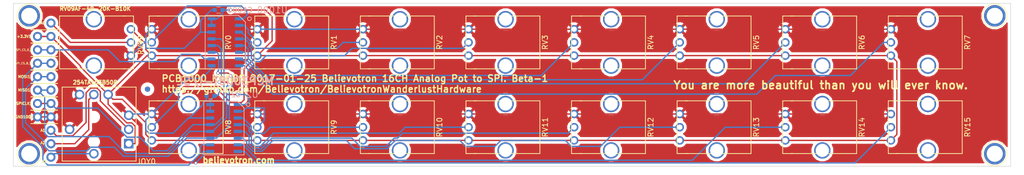
<source format=kicad_pcb>
(kicad_pcb (version 4) (host pcbnew 4.0.4-stable)

  (general
    (links 86)
    (no_connects 0)
    (area 0 -33.148 193.960001 1.255473)
    (thickness 1.6)
    (drawings 20)
    (tracks 391)
    (zones 0)
    (modules 39)
    (nets 28)
  )

  (page A4)
  (layers
    (0 F.Cu signal)
    (31 B.Cu signal)
    (32 B.Adhes user)
    (33 F.Adhes user)
    (34 B.Paste user)
    (35 F.Paste user)
    (36 B.SilkS user)
    (37 F.SilkS user)
    (38 B.Mask user)
    (39 F.Mask user)
    (40 Dwgs.User user hide)
    (41 Cmts.User user)
    (42 Eco1.User user)
    (43 Eco2.User user)
    (44 Edge.Cuts user)
    (45 Margin user)
    (46 B.CrtYd user)
    (47 F.CrtYd user hide)
    (48 B.Fab user)
    (49 F.Fab user)
  )

  (setup
    (last_trace_width 0.25)
    (trace_clearance 0.2)
    (zone_clearance 0.508)
    (zone_45_only no)
    (trace_min 0.2)
    (segment_width 0.2)
    (edge_width 0.1)
    (via_size 0.6)
    (via_drill 0.4)
    (via_min_size 0.4)
    (via_min_drill 0.3)
    (uvia_size 0.3)
    (uvia_drill 0.1)
    (uvias_allowed no)
    (uvia_min_size 0.2)
    (uvia_min_drill 0.1)
    (pcb_text_width 0.3)
    (pcb_text_size 1.5 1.5)
    (mod_edge_width 0.15)
    (mod_text_size 1 1)
    (mod_text_width 0.15)
    (pad_size 1 1)
    (pad_drill 0)
    (pad_to_mask_clearance 0)
    (aux_axis_origin 0 0)
    (visible_elements 7FFEFFFF)
    (pcbplotparams
      (layerselection 0x010fc_80000001)
      (usegerberextensions false)
      (excludeedgelayer true)
      (linewidth 0.100000)
      (plotframeref false)
      (viasonmask false)
      (mode 1)
      (useauxorigin false)
      (hpglpennumber 1)
      (hpglpenspeed 20)
      (hpglpendiameter 15)
      (hpglpenoverlay 2)
      (psnegative false)
      (psa4output false)
      (plotreference true)
      (plotvalue true)
      (plotinvisibletext false)
      (padsonsilk false)
      (subtractmaskfromsilk false)
      (outputformat 1)
      (mirror false)
      (drillshape 0)
      (scaleselection 1)
      (outputdirectory Believotron_Knobs_Gerber-2017-01-02/))
  )

  (net 0 "")
  (net 1 GND)
  (net 2 +3V3)
  (net 3 /MISO)
  (net 4 /MOSI)
  (net 5 /P0)
  (net 6 /P1)
  (net 7 /P2)
  (net 8 /P3)
  (net 9 /P4)
  (net 10 /P5)
  (net 11 /P6)
  (net 12 /P7)
  (net 13 /P8)
  (net 14 /P9)
  (net 15 /P10)
  (net 16 /P11)
  (net 17 /P12)
  (net 18 /P13)
  (net 19 /P14)
  (net 20 /P15)
  (net 21 /SPICLK)
  (net 22 /CS_R0_7)
  (net 23 /CS_LED_8_15)
  (net 24 "Net-(A1-Pad1)")
  (net 25 "Net-(A2-Pad1)")
  (net 26 "Net-(A3-Pad1)")
  (net 27 /VOLUME)

  (net_class Default "This is the default net class."
    (clearance 0.2)
    (trace_width 0.25)
    (via_dia 0.6)
    (via_drill 0.4)
    (uvia_dia 0.3)
    (uvia_drill 0.1)
    (add_net +3V3)
    (add_net /CS_LED_8_15)
    (add_net /CS_R0_7)
    (add_net /MISO)
    (add_net /MOSI)
    (add_net /P0)
    (add_net /P1)
    (add_net /P10)
    (add_net /P11)
    (add_net /P12)
    (add_net /P13)
    (add_net /P14)
    (add_net /P15)
    (add_net /P2)
    (add_net /P3)
    (add_net /P4)
    (add_net /P5)
    (add_net /P6)
    (add_net /P7)
    (add_net /P8)
    (add_net /P9)
    (add_net /SPICLK)
    (add_net /VOLUME)
    (add_net GND)
    (add_net "Net-(A1-Pad1)")
    (add_net "Net-(A2-Pad1)")
    (add_net "Net-(A3-Pad1)")
  )

  (module Liberry:RV09AF-40-20K-B10K (layer F.Cu) (tedit 582DFFE1) (tstamp 58810D39)
    (at 17.78 -24.094 90)
    (path /58810DA5)
    (fp_text reference RV99 (at -0.472 8.89 270) (layer F.SilkS)
      (effects (font (size 1 1) (thickness 0.15)))
    )
    (fp_text value POT (at 1 9.5052 90) (layer F.Fab)
      (effects (font (size 1 1) (thickness 0.15)))
    )
    (fp_line (start 7.5 -8.9948) (end -7.5 -8.9948) (layer F.CrtYd) (width 0.15))
    (fp_line (start 7.5 8.5052) (end 7.5 -8.9948) (layer F.CrtYd) (width 0.15))
    (fp_line (start -7.5 8.5052) (end 7.5 8.5052) (layer F.CrtYd) (width 0.15))
    (fp_line (start -7.5 -8.9948) (end -7.5 8.5052) (layer F.CrtYd) (width 0.15))
    (fp_line (start -5 7.5052) (end -5 5.5052) (layer F.SilkS) (width 0.15))
    (fp_line (start 5 7.5052) (end 5 5.5052) (layer F.SilkS) (width 0.15))
    (fp_line (start -5 6.0052) (end -5 -6.4948) (layer F.SilkS) (width 0.15))
    (fp_line (start 5 7.5052) (end -5 7.5052) (layer F.SilkS) (width 0.15))
    (fp_line (start 5 -6.4948) (end 5 6.0052) (layer F.SilkS) (width 0.15))
    (fp_line (start -5 -6.4948) (end 5 -6.4948) (layer F.SilkS) (width 0.15))
    (pad "" thru_hole circle (at -4.3942 0 90) (size 3.1 3.1) (drill 2.5) (layers *.Cu *.Mask))
    (pad "" thru_hole circle (at 4.3942 0 90) (size 3.1 3.1) (drill 2.5) (layers *.Cu *.Mask))
    (pad 3 thru_hole circle (at -2.5 7.0104 90) (size 1.6 1.6) (drill 1) (layers *.Cu *.Mask)
      (net 1 GND))
    (pad 2 thru_hole circle (at 0 7.0104 90) (size 1.6 1.6) (drill 1) (layers *.Cu *.Mask)
      (net 27 /VOLUME))
    (pad 1 thru_hole circle (at 2.5 7.0104 90) (size 1.6 1.6) (drill 1) (layers *.Cu *.Mask)
      (net 2 +3V3))
  )

  (module Fiducials:Fiducial_1mm_Dia_2.54mm_Outer_CopperBottom (layer F.Cu) (tedit 58896CF4) (tstamp 58899043)
    (at 27.94 -15.24)
    (descr "Circular Fiducial, 1mm bare copper bottom; 2.54mm keepout")
    (tags marker)
    (attr virtual)
    (fp_text reference REF** (at 3.4 0.7) (layer F.SilkS) hide
      (effects (font (size 1 1) (thickness 0.15)))
    )
    (fp_text value Fiducial_1mm_Dia_2.54mm_Outer_CopperBottom (at 0 -1.8) (layer F.Fab)
      (effects (font (size 1 1) (thickness 0.15)))
    )
    (fp_circle (center 0 0) (end 1.55 0) (layer B.CrtYd) (width 0.05))
    (pad ~ smd circle (at 0 0) (size 1 1) (layers B.Cu B.Mask)
      (solder_mask_margin 0.77) (clearance 0.77))
  )

  (module Fiducials:Fiducial_1mm_Dia_2.54mm_Outer_CopperTop (layer F.Cu) (tedit 58896B7C) (tstamp 58899026)
    (at 27.94 -15.24)
    (descr "Circular Fiducial, 1mm bare copper top; 2.54mm keepout")
    (tags marker)
    (attr virtual)
    (fp_text reference REF** (at 3.4 0.7) (layer F.SilkS) hide
      (effects (font (size 1 1) (thickness 0.15)))
    )
    (fp_text value Fiducial_1mm_Dia_2.54mm_Outer_CopperTop (at 0 -1.8) (layer F.Fab)
      (effects (font (size 1 1) (thickness 0.15)))
    )
    (fp_circle (center 0 0) (end 1.55 0) (layer F.CrtYd) (width 0.05))
    (pad ~ smd circle (at 0 0) (size 1 1) (layers F.Cu F.Mask)
      (solder_mask_margin 0.77) (clearance 0.77))
  )

  (module Capacitors_SMD:C_0603 (layer B.Cu) (tedit 5415D631) (tstamp 586ADB59)
    (at 41.402 -30.226 180)
    (descr "Capacitor SMD 0603, reflow soldering, AVX (see smccp.pdf)")
    (tags "capacitor 0603")
    (path /582E3E9F)
    (attr smd)
    (fp_text reference C1000 (at -4.064 0 180) (layer B.SilkS)
      (effects (font (size 1 1) (thickness 0.15)) (justify mirror))
    )
    (fp_text value 0.1u (at 0 -1.9 180) (layer B.Fab)
      (effects (font (size 1 1) (thickness 0.15)) (justify mirror))
    )
    (fp_line (start -0.8 -0.4) (end -0.8 0.4) (layer B.Fab) (width 0.1))
    (fp_line (start 0.8 -0.4) (end -0.8 -0.4) (layer B.Fab) (width 0.1))
    (fp_line (start 0.8 0.4) (end 0.8 -0.4) (layer B.Fab) (width 0.1))
    (fp_line (start -0.8 0.4) (end 0.8 0.4) (layer B.Fab) (width 0.1))
    (fp_line (start -1.45 0.75) (end 1.45 0.75) (layer B.CrtYd) (width 0.05))
    (fp_line (start -1.45 -0.75) (end 1.45 -0.75) (layer B.CrtYd) (width 0.05))
    (fp_line (start -1.45 0.75) (end -1.45 -0.75) (layer B.CrtYd) (width 0.05))
    (fp_line (start 1.45 0.75) (end 1.45 -0.75) (layer B.CrtYd) (width 0.05))
    (fp_line (start -0.35 0.6) (end 0.35 0.6) (layer B.SilkS) (width 0.12))
    (fp_line (start 0.35 -0.6) (end -0.35 -0.6) (layer B.SilkS) (width 0.12))
    (pad 1 smd rect (at -0.75 0 180) (size 0.8 0.75) (layers B.Cu B.Paste B.Mask)
      (net 2 +3V3))
    (pad 2 smd rect (at 0.75 0 180) (size 0.8 0.75) (layers B.Cu B.Paste B.Mask)
      (net 1 GND))
    (model Capacitors_SMD.3dshapes/C_0603.wrl
      (at (xyz 0 0 0))
      (scale (xyz 1 1 1))
      (rotate (xyz 0 0 0))
    )
  )

  (module Liberry:TH_0.1_1x2_Jumper (layer F.Cu) (tedit 58896CD6) (tstamp 586AD805)
    (at 7.109605 -20.139527)
    (descr "10 pins through hole IDC header")
    (tags "IDC header socket VASCH")
    (path /582F4190)
    (fp_text reference SPI_CS_8_15 (at -2.54 0) (layer F.SilkS)
      (effects (font (size 0.35 0.35) (thickness 0.0625)))
    )
    (fp_text value CONN_01X01 (at 0 2.54) (layer F.Fab)
      (effects (font (size 1 1) (thickness 0.15)))
    )
    (fp_line (start -1.27 1.27) (end 3.81 1.27) (layer F.SilkS) (width 0.15))
    (fp_line (start -1.27 -1.27) (end 3.81 -1.27) (layer F.SilkS) (width 0.15))
    (pad 1 thru_hole circle (at 0 0) (size 1.7272 1.7272) (drill 1.016) (layers *.Cu *.Mask)
      (net 23 /CS_LED_8_15))
    (pad 1 thru_hole circle (at 2.54 0) (size 1.7272 1.7272) (drill 1.016) (layers *.Cu *.Mask)
      (net 23 /CS_LED_8_15))
  )

  (module Liberry:TH_0.1_1x2_Jumper (layer F.Cu) (tedit 58896CE5) (tstamp 586AD7FD)
    (at 7.109605 -22.679527)
    (descr "10 pins through hole IDC header")
    (tags "IDC header socket VASCH")
    (path /582E534D)
    (fp_text reference SPI_CS_0_8 (at -2.54 0) (layer F.SilkS)
      (effects (font (size 0.38 0.35) (thickness 0.0625)))
    )
    (fp_text value CONN_01X01 (at 0 2.54) (layer F.Fab)
      (effects (font (size 1 1) (thickness 0.15)))
    )
    (fp_line (start -1.27 1.27) (end 3.81 1.27) (layer F.SilkS) (width 0.15))
    (fp_line (start -1.27 -1.27) (end 3.81 -1.27) (layer F.SilkS) (width 0.15))
    (pad 1 thru_hole circle (at 0 0) (size 1.7272 1.7272) (drill 1.016) (layers *.Cu *.Mask)
      (net 22 /CS_R0_7))
    (pad 1 thru_hole circle (at 2.54 0) (size 1.7272 1.7272) (drill 1.016) (layers *.Cu *.Mask)
      (net 22 /CS_R0_7))
  )

  (module Liberry:TH_0.1_1x2_Jumper (layer F.Cu) (tedit 58684C64) (tstamp 586AD7F5)
    (at 7.109605 -12.519527)
    (descr "10 pins through hole IDC header")
    (tags "IDC header socket VASCH")
    (path /582E523F)
    (fp_text reference SPICLK1 (at -2.54 0) (layer F.SilkS)
      (effects (font (size 0.5 0.5) (thickness 0.125)))
    )
    (fp_text value CONN_01X01 (at 0 2.54) (layer F.Fab)
      (effects (font (size 1 1) (thickness 0.15)))
    )
    (fp_line (start -1.27 1.27) (end 3.81 1.27) (layer F.SilkS) (width 0.15))
    (fp_line (start -1.27 -1.27) (end 3.81 -1.27) (layer F.SilkS) (width 0.15))
    (pad 1 thru_hole circle (at 0 0) (size 1.7272 1.7272) (drill 1.016) (layers *.Cu *.Mask)
      (net 21 /SPICLK))
    (pad 1 thru_hole circle (at 2.54 0) (size 1.7272 1.7272) (drill 1.016) (layers *.Cu *.Mask)
      (net 21 /SPICLK))
  )

  (module Liberry:TH_0.1_1x2_Jumper (layer F.Cu) (tedit 58684C64) (tstamp 586AD7ED)
    (at 7.109605 -17.599527)
    (descr "10 pins through hole IDC header")
    (tags "IDC header socket VASCH")
    (path /582E505A)
    (fp_text reference MOSI1 (at -2.54 0) (layer F.SilkS)
      (effects (font (size 0.5 0.5) (thickness 0.125)))
    )
    (fp_text value CONN_01X01 (at 0 2.54) (layer F.Fab)
      (effects (font (size 1 1) (thickness 0.15)))
    )
    (fp_line (start -1.27 1.27) (end 3.81 1.27) (layer F.SilkS) (width 0.15))
    (fp_line (start -1.27 -1.27) (end 3.81 -1.27) (layer F.SilkS) (width 0.15))
    (pad 1 thru_hole circle (at 0 0) (size 1.7272 1.7272) (drill 1.016) (layers *.Cu *.Mask)
      (net 4 /MOSI))
    (pad 1 thru_hole circle (at 2.54 0) (size 1.7272 1.7272) (drill 1.016) (layers *.Cu *.Mask)
      (net 4 /MOSI))
  )

  (module Liberry:TH_0.1_1x2_Jumper (layer F.Cu) (tedit 58684C64) (tstamp 586AD7E5)
    (at 7.109605 -15.059527)
    (descr "10 pins through hole IDC header")
    (tags "IDC header socket VASCH")
    (path /582E561D)
    (fp_text reference MISO1 (at -2.54 0) (layer F.SilkS)
      (effects (font (size 0.5 0.5) (thickness 0.125)))
    )
    (fp_text value CONN_01X01 (at 0 2.54) (layer F.Fab)
      (effects (font (size 1 1) (thickness 0.15)))
    )
    (fp_line (start -1.27 1.27) (end 3.81 1.27) (layer F.SilkS) (width 0.15))
    (fp_line (start -1.27 -1.27) (end 3.81 -1.27) (layer F.SilkS) (width 0.15))
    (pad 1 thru_hole circle (at 0 0) (size 1.7272 1.7272) (drill 1.016) (layers *.Cu *.Mask)
      (net 3 /MISO))
    (pad 1 thru_hole circle (at 2.54 0) (size 1.7272 1.7272) (drill 1.016) (layers *.Cu *.Mask)
      (net 3 /MISO))
  )

  (module Liberry:TH_0.1_1x2_Jumper (layer F.Cu) (tedit 58684C64) (tstamp 586AD7DD)
    (at 7.109605 -9.979527)
    (descr "10 pins through hole IDC header")
    (tags "IDC header socket VASCH")
    (path /582EB90D)
    (fp_text reference GND1000 (at -2.54 0) (layer F.SilkS)
      (effects (font (size 0.5 0.5) (thickness 0.125)))
    )
    (fp_text value CONN_01X01 (at 0 2.54) (layer F.Fab)
      (effects (font (size 1 1) (thickness 0.15)))
    )
    (fp_line (start -1.27 1.27) (end 3.81 1.27) (layer F.SilkS) (width 0.15))
    (fp_line (start -1.27 -1.27) (end 3.81 -1.27) (layer F.SilkS) (width 0.15))
    (pad 1 thru_hole circle (at 0 0) (size 1.7272 1.7272) (drill 1.016) (layers *.Cu *.Mask)
      (net 1 GND))
    (pad 1 thru_hole circle (at 2.54 0) (size 1.7272 1.7272) (drill 1.016) (layers *.Cu *.Mask)
      (net 1 GND))
  )

  (module Liberry:TH_0.1_1x2_Jumper (layer F.Cu) (tedit 58684C64) (tstamp 586AD7AD)
    (at 7.109605 -25.219527)
    (descr "10 pins through hole IDC header")
    (tags "IDC header socket VASCH")
    (path /582EB30E)
    (fp_text reference +3.3V1 (at -2.54 0) (layer F.SilkS)
      (effects (font (size 0.5 0.5) (thickness 0.125)))
    )
    (fp_text value CONN_01X01 (at 0 2.54) (layer F.Fab)
      (effects (font (size 1 1) (thickness 0.15)))
    )
    (fp_line (start -1.27 1.27) (end 3.81 1.27) (layer F.SilkS) (width 0.15))
    (fp_line (start -1.27 -1.27) (end 3.81 -1.27) (layer F.SilkS) (width 0.15))
    (pad 1 thru_hole circle (at 0 0) (size 1.7272 1.7272) (drill 1.016) (layers *.Cu *.Mask)
      (net 2 +3V3))
    (pad 1 thru_hole circle (at 2.54 0) (size 1.7272 1.7272) (drill 1.016) (layers *.Cu *.Mask)
      (net 2 +3V3))
  )

  (module Connect:1pin (layer F.Cu) (tedit 58896D66) (tstamp 582F53C3)
    (at 188.42 -29.125)
    (descr "module 1 pin (ou trou mecanique de percage)")
    (tags DEV)
    (fp_text reference REF** (at 0 -3.048) (layer F.SilkS) hide
      (effects (font (size 1 1) (thickness 0.15)))
    )
    (fp_text value 1pin (at 0 3) (layer F.Fab)
      (effects (font (size 1 1) (thickness 0.15)))
    )
    (fp_circle (center 0 0) (end 2 0.8) (layer F.Fab) (width 0.1))
    (fp_circle (center 0 0) (end 2.6 0) (layer F.CrtYd) (width 0.05))
    (fp_circle (center 0 0) (end 0 -2.286) (layer F.SilkS) (width 0.12))
    (pad 1 thru_hole circle (at 0 0) (size 4.064 4.064) (drill 3.048) (layers *.Cu *.Mask))
  )

  (module Liberry:RV09AF-40-20K-B10K (layer F.Cu) (tedit 582DFFE1) (tstamp 582F4334)
    (at 175.76 -8.0314 270)
    (path /582F4148)
    (fp_text reference RV15 (at 0 -7.4948 270) (layer F.SilkS)
      (effects (font (size 1 1) (thickness 0.15)))
    )
    (fp_text value POT (at 1 9.5052 270) (layer F.Fab)
      (effects (font (size 1 1) (thickness 0.15)))
    )
    (fp_line (start 7.5 -8.9948) (end -7.5 -8.9948) (layer F.CrtYd) (width 0.15))
    (fp_line (start 7.5 8.5052) (end 7.5 -8.9948) (layer F.CrtYd) (width 0.15))
    (fp_line (start -7.5 8.5052) (end 7.5 8.5052) (layer F.CrtYd) (width 0.15))
    (fp_line (start -7.5 -8.9948) (end -7.5 8.5052) (layer F.CrtYd) (width 0.15))
    (fp_line (start -5 7.5052) (end -5 5.5052) (layer F.SilkS) (width 0.15))
    (fp_line (start 5 7.5052) (end 5 5.5052) (layer F.SilkS) (width 0.15))
    (fp_line (start -5 6.0052) (end -5 -6.4948) (layer F.SilkS) (width 0.15))
    (fp_line (start 5 7.5052) (end -5 7.5052) (layer F.SilkS) (width 0.15))
    (fp_line (start 5 -6.4948) (end 5 6.0052) (layer F.SilkS) (width 0.15))
    (fp_line (start -5 -6.4948) (end 5 -6.4948) (layer F.SilkS) (width 0.15))
    (pad "" thru_hole circle (at -4.3942 0 270) (size 3.1 3.1) (drill 2.5) (layers *.Cu *.Mask))
    (pad "" thru_hole circle (at 4.3942 0 270) (size 3.1 3.1) (drill 2.5) (layers *.Cu *.Mask))
    (pad 3 thru_hole circle (at -2.5 7.0104 270) (size 1.6 1.6) (drill 1) (layers *.Cu *.Mask)
      (net 1 GND))
    (pad 2 thru_hole circle (at 0 7.0104 270) (size 1.6 1.6) (drill 1) (layers *.Cu *.Mask)
      (net 20 /P15))
    (pad 1 thru_hole circle (at 2.5 7.0104 270) (size 1.6 1.6) (drill 1) (layers *.Cu *.Mask)
      (net 2 +3V3))
  )

  (module Liberry:RV09AF-40-20K-B10K (layer F.Cu) (tedit 582DFFE1) (tstamp 582F4321)
    (at 155.76 -8.0314 270)
    (path /582F4133)
    (fp_text reference RV14 (at 0 -7.4948 270) (layer F.SilkS)
      (effects (font (size 1 1) (thickness 0.15)))
    )
    (fp_text value POT (at 1 9.5052 270) (layer F.Fab)
      (effects (font (size 1 1) (thickness 0.15)))
    )
    (fp_line (start 7.5 -8.9948) (end -7.5 -8.9948) (layer F.CrtYd) (width 0.15))
    (fp_line (start 7.5 8.5052) (end 7.5 -8.9948) (layer F.CrtYd) (width 0.15))
    (fp_line (start -7.5 8.5052) (end 7.5 8.5052) (layer F.CrtYd) (width 0.15))
    (fp_line (start -7.5 -8.9948) (end -7.5 8.5052) (layer F.CrtYd) (width 0.15))
    (fp_line (start -5 7.5052) (end -5 5.5052) (layer F.SilkS) (width 0.15))
    (fp_line (start 5 7.5052) (end 5 5.5052) (layer F.SilkS) (width 0.15))
    (fp_line (start -5 6.0052) (end -5 -6.4948) (layer F.SilkS) (width 0.15))
    (fp_line (start 5 7.5052) (end -5 7.5052) (layer F.SilkS) (width 0.15))
    (fp_line (start 5 -6.4948) (end 5 6.0052) (layer F.SilkS) (width 0.15))
    (fp_line (start -5 -6.4948) (end 5 -6.4948) (layer F.SilkS) (width 0.15))
    (pad "" thru_hole circle (at -4.3942 0 270) (size 3.1 3.1) (drill 2.5) (layers *.Cu *.Mask))
    (pad "" thru_hole circle (at 4.3942 0 270) (size 3.1 3.1) (drill 2.5) (layers *.Cu *.Mask))
    (pad 3 thru_hole circle (at -2.5 7.0104 270) (size 1.6 1.6) (drill 1) (layers *.Cu *.Mask)
      (net 1 GND))
    (pad 2 thru_hole circle (at 0 7.0104 270) (size 1.6 1.6) (drill 1) (layers *.Cu *.Mask)
      (net 19 /P14))
    (pad 1 thru_hole circle (at 2.5 7.0104 270) (size 1.6 1.6) (drill 1) (layers *.Cu *.Mask)
      (net 2 +3V3))
  )

  (module Liberry:RV09AF-40-20K-B10K (layer F.Cu) (tedit 582DFFE1) (tstamp 582F430E)
    (at 135.76 -8.0314 270)
    (path /582F411E)
    (fp_text reference RV13 (at 0 -7.4948 270) (layer F.SilkS)
      (effects (font (size 1 1) (thickness 0.15)))
    )
    (fp_text value POT (at 1 9.5052 270) (layer F.Fab)
      (effects (font (size 1 1) (thickness 0.15)))
    )
    (fp_line (start 7.5 -8.9948) (end -7.5 -8.9948) (layer F.CrtYd) (width 0.15))
    (fp_line (start 7.5 8.5052) (end 7.5 -8.9948) (layer F.CrtYd) (width 0.15))
    (fp_line (start -7.5 8.5052) (end 7.5 8.5052) (layer F.CrtYd) (width 0.15))
    (fp_line (start -7.5 -8.9948) (end -7.5 8.5052) (layer F.CrtYd) (width 0.15))
    (fp_line (start -5 7.5052) (end -5 5.5052) (layer F.SilkS) (width 0.15))
    (fp_line (start 5 7.5052) (end 5 5.5052) (layer F.SilkS) (width 0.15))
    (fp_line (start -5 6.0052) (end -5 -6.4948) (layer F.SilkS) (width 0.15))
    (fp_line (start 5 7.5052) (end -5 7.5052) (layer F.SilkS) (width 0.15))
    (fp_line (start 5 -6.4948) (end 5 6.0052) (layer F.SilkS) (width 0.15))
    (fp_line (start -5 -6.4948) (end 5 -6.4948) (layer F.SilkS) (width 0.15))
    (pad "" thru_hole circle (at -4.3942 0 270) (size 3.1 3.1) (drill 2.5) (layers *.Cu *.Mask))
    (pad "" thru_hole circle (at 4.3942 0 270) (size 3.1 3.1) (drill 2.5) (layers *.Cu *.Mask))
    (pad 3 thru_hole circle (at -2.5 7.0104 270) (size 1.6 1.6) (drill 1) (layers *.Cu *.Mask)
      (net 1 GND))
    (pad 2 thru_hole circle (at 0 7.0104 270) (size 1.6 1.6) (drill 1) (layers *.Cu *.Mask)
      (net 18 /P13))
    (pad 1 thru_hole circle (at 2.5 7.0104 270) (size 1.6 1.6) (drill 1) (layers *.Cu *.Mask)
      (net 2 +3V3))
  )

  (module Liberry:RV09AF-40-20K-B10K (layer F.Cu) (tedit 582DFFE1) (tstamp 582F42FB)
    (at 115.76 -8.0314 270)
    (path /582F4109)
    (fp_text reference RV12 (at 0 -7.4948 270) (layer F.SilkS)
      (effects (font (size 1 1) (thickness 0.15)))
    )
    (fp_text value POT (at 1 9.5052 270) (layer F.Fab)
      (effects (font (size 1 1) (thickness 0.15)))
    )
    (fp_line (start 7.5 -8.9948) (end -7.5 -8.9948) (layer F.CrtYd) (width 0.15))
    (fp_line (start 7.5 8.5052) (end 7.5 -8.9948) (layer F.CrtYd) (width 0.15))
    (fp_line (start -7.5 8.5052) (end 7.5 8.5052) (layer F.CrtYd) (width 0.15))
    (fp_line (start -7.5 -8.9948) (end -7.5 8.5052) (layer F.CrtYd) (width 0.15))
    (fp_line (start -5 7.5052) (end -5 5.5052) (layer F.SilkS) (width 0.15))
    (fp_line (start 5 7.5052) (end 5 5.5052) (layer F.SilkS) (width 0.15))
    (fp_line (start -5 6.0052) (end -5 -6.4948) (layer F.SilkS) (width 0.15))
    (fp_line (start 5 7.5052) (end -5 7.5052) (layer F.SilkS) (width 0.15))
    (fp_line (start 5 -6.4948) (end 5 6.0052) (layer F.SilkS) (width 0.15))
    (fp_line (start -5 -6.4948) (end 5 -6.4948) (layer F.SilkS) (width 0.15))
    (pad "" thru_hole circle (at -4.3942 0 270) (size 3.1 3.1) (drill 2.5) (layers *.Cu *.Mask))
    (pad "" thru_hole circle (at 4.3942 0 270) (size 3.1 3.1) (drill 2.5) (layers *.Cu *.Mask))
    (pad 3 thru_hole circle (at -2.5 7.0104 270) (size 1.6 1.6) (drill 1) (layers *.Cu *.Mask)
      (net 1 GND))
    (pad 2 thru_hole circle (at 0 7.0104 270) (size 1.6 1.6) (drill 1) (layers *.Cu *.Mask)
      (net 17 /P12))
    (pad 1 thru_hole circle (at 2.5 7.0104 270) (size 1.6 1.6) (drill 1) (layers *.Cu *.Mask)
      (net 2 +3V3))
  )

  (module Liberry:RV09AF-40-20K-B10K (layer F.Cu) (tedit 582DFFE1) (tstamp 582F42E8)
    (at 95.76 -8.0314 270)
    (path /582F40F4)
    (fp_text reference RV11 (at 0 -7.4948 270) (layer F.SilkS)
      (effects (font (size 1 1) (thickness 0.15)))
    )
    (fp_text value POT (at 1 9.5052 270) (layer F.Fab)
      (effects (font (size 1 1) (thickness 0.15)))
    )
    (fp_line (start 7.5 -8.9948) (end -7.5 -8.9948) (layer F.CrtYd) (width 0.15))
    (fp_line (start 7.5 8.5052) (end 7.5 -8.9948) (layer F.CrtYd) (width 0.15))
    (fp_line (start -7.5 8.5052) (end 7.5 8.5052) (layer F.CrtYd) (width 0.15))
    (fp_line (start -7.5 -8.9948) (end -7.5 8.5052) (layer F.CrtYd) (width 0.15))
    (fp_line (start -5 7.5052) (end -5 5.5052) (layer F.SilkS) (width 0.15))
    (fp_line (start 5 7.5052) (end 5 5.5052) (layer F.SilkS) (width 0.15))
    (fp_line (start -5 6.0052) (end -5 -6.4948) (layer F.SilkS) (width 0.15))
    (fp_line (start 5 7.5052) (end -5 7.5052) (layer F.SilkS) (width 0.15))
    (fp_line (start 5 -6.4948) (end 5 6.0052) (layer F.SilkS) (width 0.15))
    (fp_line (start -5 -6.4948) (end 5 -6.4948) (layer F.SilkS) (width 0.15))
    (pad "" thru_hole circle (at -4.3942 0 270) (size 3.1 3.1) (drill 2.5) (layers *.Cu *.Mask))
    (pad "" thru_hole circle (at 4.3942 0 270) (size 3.1 3.1) (drill 2.5) (layers *.Cu *.Mask))
    (pad 3 thru_hole circle (at -2.5 7.0104 270) (size 1.6 1.6) (drill 1) (layers *.Cu *.Mask)
      (net 1 GND))
    (pad 2 thru_hole circle (at 0 7.0104 270) (size 1.6 1.6) (drill 1) (layers *.Cu *.Mask)
      (net 16 /P11))
    (pad 1 thru_hole circle (at 2.5 7.0104 270) (size 1.6 1.6) (drill 1) (layers *.Cu *.Mask)
      (net 2 +3V3))
  )

  (module Liberry:RV09AF-40-20K-B10K (layer F.Cu) (tedit 582DFFE1) (tstamp 582F42D5)
    (at 75.76 -8.0314 270)
    (path /582F40DF)
    (fp_text reference RV10 (at 0 -7.4948 270) (layer F.SilkS)
      (effects (font (size 1 1) (thickness 0.15)))
    )
    (fp_text value POT (at 1 9.5052 270) (layer F.Fab)
      (effects (font (size 1 1) (thickness 0.15)))
    )
    (fp_line (start 7.5 -8.9948) (end -7.5 -8.9948) (layer F.CrtYd) (width 0.15))
    (fp_line (start 7.5 8.5052) (end 7.5 -8.9948) (layer F.CrtYd) (width 0.15))
    (fp_line (start -7.5 8.5052) (end 7.5 8.5052) (layer F.CrtYd) (width 0.15))
    (fp_line (start -7.5 -8.9948) (end -7.5 8.5052) (layer F.CrtYd) (width 0.15))
    (fp_line (start -5 7.5052) (end -5 5.5052) (layer F.SilkS) (width 0.15))
    (fp_line (start 5 7.5052) (end 5 5.5052) (layer F.SilkS) (width 0.15))
    (fp_line (start -5 6.0052) (end -5 -6.4948) (layer F.SilkS) (width 0.15))
    (fp_line (start 5 7.5052) (end -5 7.5052) (layer F.SilkS) (width 0.15))
    (fp_line (start 5 -6.4948) (end 5 6.0052) (layer F.SilkS) (width 0.15))
    (fp_line (start -5 -6.4948) (end 5 -6.4948) (layer F.SilkS) (width 0.15))
    (pad "" thru_hole circle (at -4.3942 0 270) (size 3.1 3.1) (drill 2.5) (layers *.Cu *.Mask))
    (pad "" thru_hole circle (at 4.3942 0 270) (size 3.1 3.1) (drill 2.5) (layers *.Cu *.Mask))
    (pad 3 thru_hole circle (at -2.5 7.0104 270) (size 1.6 1.6) (drill 1) (layers *.Cu *.Mask)
      (net 1 GND))
    (pad 2 thru_hole circle (at 0 7.0104 270) (size 1.6 1.6) (drill 1) (layers *.Cu *.Mask)
      (net 15 /P10))
    (pad 1 thru_hole circle (at 2.5 7.0104 270) (size 1.6 1.6) (drill 1) (layers *.Cu *.Mask)
      (net 2 +3V3))
  )

  (module Liberry:RV09AF-40-20K-B10K (layer F.Cu) (tedit 582DFFE1) (tstamp 582F42C2)
    (at 55.76 -8.0314 270)
    (path /582F40CA)
    (fp_text reference RV9 (at 0 -7.4948 270) (layer F.SilkS)
      (effects (font (size 1 1) (thickness 0.15)))
    )
    (fp_text value POT (at 1 9.5052 270) (layer F.Fab)
      (effects (font (size 1 1) (thickness 0.15)))
    )
    (fp_line (start 7.5 -8.9948) (end -7.5 -8.9948) (layer F.CrtYd) (width 0.15))
    (fp_line (start 7.5 8.5052) (end 7.5 -8.9948) (layer F.CrtYd) (width 0.15))
    (fp_line (start -7.5 8.5052) (end 7.5 8.5052) (layer F.CrtYd) (width 0.15))
    (fp_line (start -7.5 -8.9948) (end -7.5 8.5052) (layer F.CrtYd) (width 0.15))
    (fp_line (start -5 7.5052) (end -5 5.5052) (layer F.SilkS) (width 0.15))
    (fp_line (start 5 7.5052) (end 5 5.5052) (layer F.SilkS) (width 0.15))
    (fp_line (start -5 6.0052) (end -5 -6.4948) (layer F.SilkS) (width 0.15))
    (fp_line (start 5 7.5052) (end -5 7.5052) (layer F.SilkS) (width 0.15))
    (fp_line (start 5 -6.4948) (end 5 6.0052) (layer F.SilkS) (width 0.15))
    (fp_line (start -5 -6.4948) (end 5 -6.4948) (layer F.SilkS) (width 0.15))
    (pad "" thru_hole circle (at -4.3942 0 270) (size 3.1 3.1) (drill 2.5) (layers *.Cu *.Mask))
    (pad "" thru_hole circle (at 4.3942 0 270) (size 3.1 3.1) (drill 2.5) (layers *.Cu *.Mask))
    (pad 3 thru_hole circle (at -2.5 7.0104 270) (size 1.6 1.6) (drill 1) (layers *.Cu *.Mask)
      (net 1 GND))
    (pad 2 thru_hole circle (at 0 7.0104 270) (size 1.6 1.6) (drill 1) (layers *.Cu *.Mask)
      (net 14 /P9))
    (pad 1 thru_hole circle (at 2.5 7.0104 270) (size 1.6 1.6) (drill 1) (layers *.Cu *.Mask)
      (net 2 +3V3))
  )

  (module Liberry:RV09AF-40-20K-B10K (layer F.Cu) (tedit 582DFFE1) (tstamp 582F42AF)
    (at 35.76 -8.0314 270)
    (path /582F40B5)
    (fp_text reference RV8 (at 0 -7.4948 270) (layer F.SilkS)
      (effects (font (size 1 1) (thickness 0.15)))
    )
    (fp_text value POT (at 1 9.5052 270) (layer F.Fab)
      (effects (font (size 1 1) (thickness 0.15)))
    )
    (fp_line (start 7.5 -8.9948) (end -7.5 -8.9948) (layer F.CrtYd) (width 0.15))
    (fp_line (start 7.5 8.5052) (end 7.5 -8.9948) (layer F.CrtYd) (width 0.15))
    (fp_line (start -7.5 8.5052) (end 7.5 8.5052) (layer F.CrtYd) (width 0.15))
    (fp_line (start -7.5 -8.9948) (end -7.5 8.5052) (layer F.CrtYd) (width 0.15))
    (fp_line (start -5 7.5052) (end -5 5.5052) (layer F.SilkS) (width 0.15))
    (fp_line (start 5 7.5052) (end 5 5.5052) (layer F.SilkS) (width 0.15))
    (fp_line (start -5 6.0052) (end -5 -6.4948) (layer F.SilkS) (width 0.15))
    (fp_line (start 5 7.5052) (end -5 7.5052) (layer F.SilkS) (width 0.15))
    (fp_line (start 5 -6.4948) (end 5 6.0052) (layer F.SilkS) (width 0.15))
    (fp_line (start -5 -6.4948) (end 5 -6.4948) (layer F.SilkS) (width 0.15))
    (pad "" thru_hole circle (at -4.3942 0 270) (size 3.1 3.1) (drill 2.5) (layers *.Cu *.Mask))
    (pad "" thru_hole circle (at 4.3942 0 270) (size 3.1 3.1) (drill 2.5) (layers *.Cu *.Mask))
    (pad 3 thru_hole circle (at -2.5 7.0104 270) (size 1.6 1.6) (drill 1) (layers *.Cu *.Mask)
      (net 1 GND))
    (pad 2 thru_hole circle (at 0 7.0104 270) (size 1.6 1.6) (drill 1) (layers *.Cu *.Mask)
      (net 13 /P8))
    (pad 1 thru_hole circle (at 2.5 7.0104 270) (size 1.6 1.6) (drill 1) (layers *.Cu *.Mask)
      (net 2 +3V3))
  )

  (module Capacitors_SMD:C_0603 (layer B.Cu) (tedit 5415D631) (tstamp 582F4297)
    (at 39.878 -13.97 180)
    (descr "Capacitor SMD 0603, reflow soldering, AVX (see smccp.pdf)")
    (tags "capacitor 0603")
    (path /582F4165)
    (attr smd)
    (fp_text reference C2 (at -4.826 0.254 180) (layer B.SilkS)
      (effects (font (size 1 1) (thickness 0.15)) (justify mirror))
    )
    (fp_text value 0.1u (at 0 -1.9 180) (layer B.Fab)
      (effects (font (size 1 1) (thickness 0.15)) (justify mirror))
    )
    (fp_line (start -0.8 -0.4) (end -0.8 0.4) (layer B.Fab) (width 0.1))
    (fp_line (start 0.8 -0.4) (end -0.8 -0.4) (layer B.Fab) (width 0.1))
    (fp_line (start 0.8 0.4) (end 0.8 -0.4) (layer B.Fab) (width 0.1))
    (fp_line (start -0.8 0.4) (end 0.8 0.4) (layer B.Fab) (width 0.1))
    (fp_line (start -1.45 0.75) (end 1.45 0.75) (layer B.CrtYd) (width 0.05))
    (fp_line (start -1.45 -0.75) (end 1.45 -0.75) (layer B.CrtYd) (width 0.05))
    (fp_line (start -1.45 0.75) (end -1.45 -0.75) (layer B.CrtYd) (width 0.05))
    (fp_line (start 1.45 0.75) (end 1.45 -0.75) (layer B.CrtYd) (width 0.05))
    (fp_line (start -0.35 0.6) (end 0.35 0.6) (layer B.SilkS) (width 0.12))
    (fp_line (start 0.35 -0.6) (end -0.35 -0.6) (layer B.SilkS) (width 0.12))
    (pad 1 smd rect (at -0.75 0 180) (size 0.8 0.75) (layers B.Cu B.Paste B.Mask)
      (net 2 +3V3))
    (pad 2 smd rect (at 0.75 0 180) (size 0.8 0.75) (layers B.Cu B.Paste B.Mask)
      (net 1 GND))
    (model Capacitors_SMD.3dshapes/C_0603.wrl
      (at (xyz 0 0 0))
      (scale (xyz 1 1 1))
      (rotate (xyz 0 0 0))
    )
  )

  (module Liberry:RV09AF-40-20K-B10K (layer F.Cu) (tedit 582DFFE1) (tstamp 582E118E)
    (at 155.76 -24.094 270)
    (path /582E6689)
    (fp_text reference RV6 (at 0 -7.4948 270) (layer F.SilkS)
      (effects (font (size 1 1) (thickness 0.15)))
    )
    (fp_text value POT (at 1 9.5052 270) (layer F.Fab)
      (effects (font (size 1 1) (thickness 0.15)))
    )
    (fp_line (start 7.5 -8.9948) (end -7.5 -8.9948) (layer F.CrtYd) (width 0.15))
    (fp_line (start 7.5 8.5052) (end 7.5 -8.9948) (layer F.CrtYd) (width 0.15))
    (fp_line (start -7.5 8.5052) (end 7.5 8.5052) (layer F.CrtYd) (width 0.15))
    (fp_line (start -7.5 -8.9948) (end -7.5 8.5052) (layer F.CrtYd) (width 0.15))
    (fp_line (start -5 7.5052) (end -5 5.5052) (layer F.SilkS) (width 0.15))
    (fp_line (start 5 7.5052) (end 5 5.5052) (layer F.SilkS) (width 0.15))
    (fp_line (start -5 6.0052) (end -5 -6.4948) (layer F.SilkS) (width 0.15))
    (fp_line (start 5 7.5052) (end -5 7.5052) (layer F.SilkS) (width 0.15))
    (fp_line (start 5 -6.4948) (end 5 6.0052) (layer F.SilkS) (width 0.15))
    (fp_line (start -5 -6.4948) (end 5 -6.4948) (layer F.SilkS) (width 0.15))
    (pad "" thru_hole circle (at -4.3942 0 270) (size 3.1 3.1) (drill 2.5) (layers *.Cu *.Mask))
    (pad "" thru_hole circle (at 4.3942 0 270) (size 3.1 3.1) (drill 2.5) (layers *.Cu *.Mask))
    (pad 3 thru_hole circle (at -2.5 7.0104 270) (size 1.6 1.6) (drill 1) (layers *.Cu *.Mask)
      (net 1 GND))
    (pad 2 thru_hole circle (at 0 7.0104 270) (size 1.6 1.6) (drill 1) (layers *.Cu *.Mask)
      (net 11 /P6))
    (pad 1 thru_hole circle (at 2.5 7.0104 270) (size 1.6 1.6) (drill 1) (layers *.Cu *.Mask)
      (net 2 +3V3))
  )

  (module Liberry:RV09AF-40-20K-B10K (layer F.Cu) (tedit 582DFFE1) (tstamp 582E117B)
    (at 135.76 -24.094 270)
    (path /582E6671)
    (fp_text reference RV5 (at 0 -7.4948 270) (layer F.SilkS)
      (effects (font (size 1 1) (thickness 0.15)))
    )
    (fp_text value POT (at 1 9.5052 270) (layer F.Fab)
      (effects (font (size 1 1) (thickness 0.15)))
    )
    (fp_line (start 7.5 -8.9948) (end -7.5 -8.9948) (layer F.CrtYd) (width 0.15))
    (fp_line (start 7.5 8.5052) (end 7.5 -8.9948) (layer F.CrtYd) (width 0.15))
    (fp_line (start -7.5 8.5052) (end 7.5 8.5052) (layer F.CrtYd) (width 0.15))
    (fp_line (start -7.5 -8.9948) (end -7.5 8.5052) (layer F.CrtYd) (width 0.15))
    (fp_line (start -5 7.5052) (end -5 5.5052) (layer F.SilkS) (width 0.15))
    (fp_line (start 5 7.5052) (end 5 5.5052) (layer F.SilkS) (width 0.15))
    (fp_line (start -5 6.0052) (end -5 -6.4948) (layer F.SilkS) (width 0.15))
    (fp_line (start 5 7.5052) (end -5 7.5052) (layer F.SilkS) (width 0.15))
    (fp_line (start 5 -6.4948) (end 5 6.0052) (layer F.SilkS) (width 0.15))
    (fp_line (start -5 -6.4948) (end 5 -6.4948) (layer F.SilkS) (width 0.15))
    (pad "" thru_hole circle (at -4.3942 0 270) (size 3.1 3.1) (drill 2.5) (layers *.Cu *.Mask))
    (pad "" thru_hole circle (at 4.3942 0 270) (size 3.1 3.1) (drill 2.5) (layers *.Cu *.Mask))
    (pad 3 thru_hole circle (at -2.5 7.0104 270) (size 1.6 1.6) (drill 1) (layers *.Cu *.Mask)
      (net 1 GND))
    (pad 2 thru_hole circle (at 0 7.0104 270) (size 1.6 1.6) (drill 1) (layers *.Cu *.Mask)
      (net 10 /P5))
    (pad 1 thru_hole circle (at 2.5 7.0104 270) (size 1.6 1.6) (drill 1) (layers *.Cu *.Mask)
      (net 2 +3V3))
  )

  (module Liberry:RV09AF-40-20K-B10K (layer F.Cu) (tedit 582DFFE1) (tstamp 582E1155)
    (at 95.76 -24.094 270)
    (path /582E633F)
    (fp_text reference RV3 (at 0 -7.4948 270) (layer F.SilkS)
      (effects (font (size 1 1) (thickness 0.15)))
    )
    (fp_text value POT (at 1 9.5052 270) (layer F.Fab)
      (effects (font (size 1 1) (thickness 0.15)))
    )
    (fp_line (start 7.5 -8.9948) (end -7.5 -8.9948) (layer F.CrtYd) (width 0.15))
    (fp_line (start 7.5 8.5052) (end 7.5 -8.9948) (layer F.CrtYd) (width 0.15))
    (fp_line (start -7.5 8.5052) (end 7.5 8.5052) (layer F.CrtYd) (width 0.15))
    (fp_line (start -7.5 -8.9948) (end -7.5 8.5052) (layer F.CrtYd) (width 0.15))
    (fp_line (start -5 7.5052) (end -5 5.5052) (layer F.SilkS) (width 0.15))
    (fp_line (start 5 7.5052) (end 5 5.5052) (layer F.SilkS) (width 0.15))
    (fp_line (start -5 6.0052) (end -5 -6.4948) (layer F.SilkS) (width 0.15))
    (fp_line (start 5 7.5052) (end -5 7.5052) (layer F.SilkS) (width 0.15))
    (fp_line (start 5 -6.4948) (end 5 6.0052) (layer F.SilkS) (width 0.15))
    (fp_line (start -5 -6.4948) (end 5 -6.4948) (layer F.SilkS) (width 0.15))
    (pad "" thru_hole circle (at -4.3942 0 270) (size 3.1 3.1) (drill 2.5) (layers *.Cu *.Mask))
    (pad "" thru_hole circle (at 4.3942 0 270) (size 3.1 3.1) (drill 2.5) (layers *.Cu *.Mask))
    (pad 3 thru_hole circle (at -2.5 7.0104 270) (size 1.6 1.6) (drill 1) (layers *.Cu *.Mask)
      (net 1 GND))
    (pad 2 thru_hole circle (at 0 7.0104 270) (size 1.6 1.6) (drill 1) (layers *.Cu *.Mask)
      (net 8 /P3))
    (pad 1 thru_hole circle (at 2.5 7.0104 270) (size 1.6 1.6) (drill 1) (layers *.Cu *.Mask)
      (net 2 +3V3))
  )

  (module Liberry:RV09AF-40-20K-B10K (layer F.Cu) (tedit 582DFFE1) (tstamp 582E1142)
    (at 75.76 -24.094 270)
    (path /582E6327)
    (fp_text reference RV2 (at 0 -7.4948 270) (layer F.SilkS)
      (effects (font (size 1 1) (thickness 0.15)))
    )
    (fp_text value POT (at 1 9.5052 270) (layer F.Fab)
      (effects (font (size 1 1) (thickness 0.15)))
    )
    (fp_line (start 7.5 -8.9948) (end -7.5 -8.9948) (layer F.CrtYd) (width 0.15))
    (fp_line (start 7.5 8.5052) (end 7.5 -8.9948) (layer F.CrtYd) (width 0.15))
    (fp_line (start -7.5 8.5052) (end 7.5 8.5052) (layer F.CrtYd) (width 0.15))
    (fp_line (start -7.5 -8.9948) (end -7.5 8.5052) (layer F.CrtYd) (width 0.15))
    (fp_line (start -5 7.5052) (end -5 5.5052) (layer F.SilkS) (width 0.15))
    (fp_line (start 5 7.5052) (end 5 5.5052) (layer F.SilkS) (width 0.15))
    (fp_line (start -5 6.0052) (end -5 -6.4948) (layer F.SilkS) (width 0.15))
    (fp_line (start 5 7.5052) (end -5 7.5052) (layer F.SilkS) (width 0.15))
    (fp_line (start 5 -6.4948) (end 5 6.0052) (layer F.SilkS) (width 0.15))
    (fp_line (start -5 -6.4948) (end 5 -6.4948) (layer F.SilkS) (width 0.15))
    (pad "" thru_hole circle (at -4.3942 0 270) (size 3.1 3.1) (drill 2.5) (layers *.Cu *.Mask))
    (pad "" thru_hole circle (at 4.3942 0 270) (size 3.1 3.1) (drill 2.5) (layers *.Cu *.Mask))
    (pad 3 thru_hole circle (at -2.5 7.0104 270) (size 1.6 1.6) (drill 1) (layers *.Cu *.Mask)
      (net 1 GND))
    (pad 2 thru_hole circle (at 0 7.0104 270) (size 1.6 1.6) (drill 1) (layers *.Cu *.Mask)
      (net 7 /P2))
    (pad 1 thru_hole circle (at 2.5 7.0104 270) (size 1.6 1.6) (drill 1) (layers *.Cu *.Mask)
      (net 2 +3V3))
  )

  (module Liberry:RV09AF-40-20K-B10K (layer F.Cu) (tedit 582DFFE1) (tstamp 582E112F)
    (at 55.76 -24.094 270)
    (path /582E62D2)
    (fp_text reference RV1 (at 0 -7.4948 270) (layer F.SilkS)
      (effects (font (size 1 1) (thickness 0.15)))
    )
    (fp_text value POT (at 1 9.5052 270) (layer F.Fab)
      (effects (font (size 1 1) (thickness 0.15)))
    )
    (fp_line (start 7.5 -8.9948) (end -7.5 -8.9948) (layer F.CrtYd) (width 0.15))
    (fp_line (start 7.5 8.5052) (end 7.5 -8.9948) (layer F.CrtYd) (width 0.15))
    (fp_line (start -7.5 8.5052) (end 7.5 8.5052) (layer F.CrtYd) (width 0.15))
    (fp_line (start -7.5 -8.9948) (end -7.5 8.5052) (layer F.CrtYd) (width 0.15))
    (fp_line (start -5 7.5052) (end -5 5.5052) (layer F.SilkS) (width 0.15))
    (fp_line (start 5 7.5052) (end 5 5.5052) (layer F.SilkS) (width 0.15))
    (fp_line (start -5 6.0052) (end -5 -6.4948) (layer F.SilkS) (width 0.15))
    (fp_line (start 5 7.5052) (end -5 7.5052) (layer F.SilkS) (width 0.15))
    (fp_line (start 5 -6.4948) (end 5 6.0052) (layer F.SilkS) (width 0.15))
    (fp_line (start -5 -6.4948) (end 5 -6.4948) (layer F.SilkS) (width 0.15))
    (pad "" thru_hole circle (at -4.3942 0 270) (size 3.1 3.1) (drill 2.5) (layers *.Cu *.Mask))
    (pad "" thru_hole circle (at 4.3942 0 270) (size 3.1 3.1) (drill 2.5) (layers *.Cu *.Mask))
    (pad 3 thru_hole circle (at -2.5 7.0104 270) (size 1.6 1.6) (drill 1) (layers *.Cu *.Mask)
      (net 1 GND))
    (pad 2 thru_hole circle (at 0 7.0104 270) (size 1.6 1.6) (drill 1) (layers *.Cu *.Mask)
      (net 6 /P1))
    (pad 1 thru_hole circle (at 2.5 7.0104 270) (size 1.6 1.6) (drill 1) (layers *.Cu *.Mask)
      (net 2 +3V3))
  )

  (module Liberry:RV09AF-40-20K-B10K (layer F.Cu) (tedit 582DFFE1) (tstamp 582E111C)
    (at 35.76 -24.094 270)
    (path /582E5E9A)
    (fp_text reference RV0 (at 0 -7.4948 270) (layer F.SilkS)
      (effects (font (size 1 1) (thickness 0.15)))
    )
    (fp_text value POT (at 1 9.5052 270) (layer F.Fab)
      (effects (font (size 1 1) (thickness 0.15)))
    )
    (fp_line (start 7.5 -8.9948) (end -7.5 -8.9948) (layer F.CrtYd) (width 0.15))
    (fp_line (start 7.5 8.5052) (end 7.5 -8.9948) (layer F.CrtYd) (width 0.15))
    (fp_line (start -7.5 8.5052) (end 7.5 8.5052) (layer F.CrtYd) (width 0.15))
    (fp_line (start -7.5 -8.9948) (end -7.5 8.5052) (layer F.CrtYd) (width 0.15))
    (fp_line (start -5 7.5052) (end -5 5.5052) (layer F.SilkS) (width 0.15))
    (fp_line (start 5 7.5052) (end 5 5.5052) (layer F.SilkS) (width 0.15))
    (fp_line (start -5 6.0052) (end -5 -6.4948) (layer F.SilkS) (width 0.15))
    (fp_line (start 5 7.5052) (end -5 7.5052) (layer F.SilkS) (width 0.15))
    (fp_line (start 5 -6.4948) (end 5 6.0052) (layer F.SilkS) (width 0.15))
    (fp_line (start -5 -6.4948) (end 5 -6.4948) (layer F.SilkS) (width 0.15))
    (pad "" thru_hole circle (at -4.3942 0 270) (size 3.1 3.1) (drill 2.5) (layers *.Cu *.Mask))
    (pad "" thru_hole circle (at 4.3942 0 270) (size 3.1 3.1) (drill 2.5) (layers *.Cu *.Mask))
    (pad 3 thru_hole circle (at -2.5 7.0104 270) (size 1.6 1.6) (drill 1) (layers *.Cu *.Mask)
      (net 1 GND))
    (pad 2 thru_hole circle (at 0 7.0104 270) (size 1.6 1.6) (drill 1) (layers *.Cu *.Mask)
      (net 5 /P0))
    (pad 1 thru_hole circle (at 2.5 7.0104 270) (size 1.6 1.6) (drill 1) (layers *.Cu *.Mask)
      (net 2 +3V3))
  )

  (module Liberry:RV09AF-40-20K-B10K (layer F.Cu) (tedit 582DFFE1) (tstamp 582E11A1)
    (at 175.76 -24.094 270)
    (path /582E66A1)
    (fp_text reference RV7 (at 0 -7.4948 270) (layer F.SilkS)
      (effects (font (size 1 1) (thickness 0.15)))
    )
    (fp_text value POT (at 1 9.5052 270) (layer F.Fab)
      (effects (font (size 1 1) (thickness 0.15)))
    )
    (fp_line (start 7.5 -8.9948) (end -7.5 -8.9948) (layer F.CrtYd) (width 0.15))
    (fp_line (start 7.5 8.5052) (end 7.5 -8.9948) (layer F.CrtYd) (width 0.15))
    (fp_line (start -7.5 8.5052) (end 7.5 8.5052) (layer F.CrtYd) (width 0.15))
    (fp_line (start -7.5 -8.9948) (end -7.5 8.5052) (layer F.CrtYd) (width 0.15))
    (fp_line (start -5 7.5052) (end -5 5.5052) (layer F.SilkS) (width 0.15))
    (fp_line (start 5 7.5052) (end 5 5.5052) (layer F.SilkS) (width 0.15))
    (fp_line (start -5 6.0052) (end -5 -6.4948) (layer F.SilkS) (width 0.15))
    (fp_line (start 5 7.5052) (end -5 7.5052) (layer F.SilkS) (width 0.15))
    (fp_line (start 5 -6.4948) (end 5 6.0052) (layer F.SilkS) (width 0.15))
    (fp_line (start -5 -6.4948) (end 5 -6.4948) (layer F.SilkS) (width 0.15))
    (pad "" thru_hole circle (at -4.3942 0 270) (size 3.1 3.1) (drill 2.5) (layers *.Cu *.Mask))
    (pad "" thru_hole circle (at 4.3942 0 270) (size 3.1 3.1) (drill 2.5) (layers *.Cu *.Mask))
    (pad 3 thru_hole circle (at -2.5 7.0104 270) (size 1.6 1.6) (drill 1) (layers *.Cu *.Mask)
      (net 1 GND))
    (pad 2 thru_hole circle (at 0 7.0104 270) (size 1.6 1.6) (drill 1) (layers *.Cu *.Mask)
      (net 12 /P7))
    (pad 1 thru_hole circle (at 2.5 7.0104 270) (size 1.6 1.6) (drill 1) (layers *.Cu *.Mask)
      (net 2 +3V3))
  )

  (module Liberry:RV09AF-40-20K-B10K (layer F.Cu) (tedit 582DFFE1) (tstamp 582E1168)
    (at 115.76 -24.094 270)
    (path /582E6659)
    (fp_text reference RV4 (at 0 -7.4948 270) (layer F.SilkS)
      (effects (font (size 1 1) (thickness 0.15)))
    )
    (fp_text value POT (at 1 9.5052 270) (layer F.Fab)
      (effects (font (size 1 1) (thickness 0.15)))
    )
    (fp_line (start 7.5 -8.9948) (end -7.5 -8.9948) (layer F.CrtYd) (width 0.15))
    (fp_line (start 7.5 8.5052) (end 7.5 -8.9948) (layer F.CrtYd) (width 0.15))
    (fp_line (start -7.5 8.5052) (end 7.5 8.5052) (layer F.CrtYd) (width 0.15))
    (fp_line (start -7.5 -8.9948) (end -7.5 8.5052) (layer F.CrtYd) (width 0.15))
    (fp_line (start -5 7.5052) (end -5 5.5052) (layer F.SilkS) (width 0.15))
    (fp_line (start 5 7.5052) (end 5 5.5052) (layer F.SilkS) (width 0.15))
    (fp_line (start -5 6.0052) (end -5 -6.4948) (layer F.SilkS) (width 0.15))
    (fp_line (start 5 7.5052) (end -5 7.5052) (layer F.SilkS) (width 0.15))
    (fp_line (start 5 -6.4948) (end 5 6.0052) (layer F.SilkS) (width 0.15))
    (fp_line (start -5 -6.4948) (end 5 -6.4948) (layer F.SilkS) (width 0.15))
    (pad "" thru_hole circle (at -4.3942 0 270) (size 3.1 3.1) (drill 2.5) (layers *.Cu *.Mask))
    (pad "" thru_hole circle (at 4.3942 0 270) (size 3.1 3.1) (drill 2.5) (layers *.Cu *.Mask))
    (pad 3 thru_hole circle (at -2.5 7.0104 270) (size 1.6 1.6) (drill 1) (layers *.Cu *.Mask)
      (net 1 GND))
    (pad 2 thru_hole circle (at 0 7.0104 270) (size 1.6 1.6) (drill 1) (layers *.Cu *.Mask)
      (net 9 /P4))
    (pad 1 thru_hole circle (at 2.5 7.0104 270) (size 1.6 1.6) (drill 1) (layers *.Cu *.Mask)
      (net 2 +3V3))
  )

  (module Connect:1pin (layer F.Cu) (tedit 58896D6E) (tstamp 582F5458)
    (at 188.42 -3)
    (descr "module 1 pin (ou trou mecanique de percage)")
    (tags DEV)
    (fp_text reference REF** (at 0 -3.048) (layer F.SilkS) hide
      (effects (font (size 1 1) (thickness 0.15)))
    )
    (fp_text value 1pin (at 0 3) (layer F.Fab)
      (effects (font (size 1 1) (thickness 0.15)))
    )
    (fp_circle (center 0 0) (end 2 0.8) (layer F.Fab) (width 0.1))
    (fp_circle (center 0 0) (end 2.6 0) (layer F.CrtYd) (width 0.05))
    (fp_circle (center 0 0) (end 0 -2.286) (layer F.SilkS) (width 0.12))
    (pad 1 thru_hole circle (at 0 0) (size 4.064 4.064) (drill 3.048) (layers *.Cu *.Mask))
  )

  (module Connect:1pin (layer F.Cu) (tedit 58896CB2) (tstamp 582F5472)
    (at 5.54 -3)
    (descr "module 1 pin (ou trou mecanique de percage)")
    (tags DEV)
    (fp_text reference REF** (at 0 -3.048) (layer F.SilkS) hide
      (effects (font (size 1 1) (thickness 0.15)))
    )
    (fp_text value 1pin (at 0 3) (layer F.Fab)
      (effects (font (size 1 1) (thickness 0.15)))
    )
    (fp_circle (center 0 0) (end 2 0.8) (layer F.Fab) (width 0.1))
    (fp_circle (center 0 0) (end 2.6 0) (layer F.CrtYd) (width 0.05))
    (fp_circle (center 0 0) (end 0 -2.286) (layer F.SilkS) (width 0.12))
    (pad 1 thru_hole circle (at 0 0) (size 4.064 4.064) (drill 3.048) (layers *.Cu *.Mask))
  )

  (module Connect:1pin (layer F.Cu) (tedit 58896E61) (tstamp 582F547F)
    (at 5.54 -29.125)
    (descr "module 1 pin (ou trou mecanique de percage)")
    (tags DEV)
    (fp_text reference REF** (at 0 -3.048) (layer F.SilkS) hide
      (effects (font (size 1 1) (thickness 0.15)))
    )
    (fp_text value 1pin (at 0 3) (layer F.Fab)
      (effects (font (size 1 1) (thickness 0.15)))
    )
    (fp_circle (center 0 0) (end 2 0.8) (layer F.Fab) (width 0.1))
    (fp_circle (center 0 0) (end 2.6 0) (layer F.CrtYd) (width 0.05))
    (fp_circle (center 0 0) (end 0 -2.286) (layer F.SilkS) (width 0.12))
    (pad 1 thru_hole circle (at 0 0) (size 4.064 4.064) (drill 3.048) (layers *.Cu *.Mask))
  )

  (module Liberry:SOIC-16 (layer B.Cu) (tedit 582E0477) (tstamp 582F4358)
    (at 42.418 -7.874 270)
    (path /582F415D)
    (fp_text reference U2 (at -6.35 -5.334 540) (layer B.SilkS)
      (effects (font (size 1.2 1.2) (thickness 0.15)) (justify mirror))
    )
    (fp_text value MCP3008T-I/SL (at 0 0 270) (layer B.Fab)
      (effects (font (size 1.2 1.2) (thickness 0.15)) (justify mirror))
    )
    (fp_circle (center -4.445 -4.572) (end -4.191 -4.318) (layer B.SilkS) (width 0.15))
    (fp_line (start 5.08 -3.81) (end 5.08 3.81) (layer B.SilkS) (width 0.15))
    (fp_line (start -3.81 -3.81) (end 5.08 -3.81) (layer B.SilkS) (width 0.15))
    (fp_line (start -5.08 -2.54) (end -3.81 -3.81) (layer B.SilkS) (width 0.15))
    (fp_line (start -5.08 3.81) (end -5.08 -2.54) (layer B.SilkS) (width 0.15))
    (fp_line (start 5.08 3.81) (end -5.08 3.81) (layer B.SilkS) (width 0.15))
    (pad 16 smd rect (at -4.445 2.6 270) (size 0.6 1.5) (layers B.Cu B.Paste B.Mask)
      (net 2 +3V3))
    (pad 1 smd rect (at -4.445 -2.6 270) (size 0.6 1.5) (layers B.Cu B.Paste B.Mask)
      (net 13 /P8))
    (pad 15 smd rect (at -3.175 2.6 270) (size 0.6 1.5) (layers B.Cu B.Paste B.Mask)
      (net 2 +3V3))
    (pad 2 smd rect (at -3.175 -2.6 270) (size 0.6 1.5) (layers B.Cu B.Paste B.Mask)
      (net 14 /P9))
    (pad 14 smd rect (at -1.905 2.6 270) (size 0.6 1.5) (layers B.Cu B.Paste B.Mask)
      (net 1 GND))
    (pad 3 smd rect (at -1.905 -2.6 270) (size 0.6 1.5) (layers B.Cu B.Paste B.Mask)
      (net 15 /P10))
    (pad 13 smd rect (at -0.635 2.6 270) (size 0.6 1.5) (layers B.Cu B.Paste B.Mask)
      (net 21 /SPICLK))
    (pad 4 smd rect (at -0.635 -2.6 270) (size 0.6 1.5) (layers B.Cu B.Paste B.Mask)
      (net 16 /P11))
    (pad 12 smd rect (at 0.635 2.6 270) (size 0.6 1.5) (layers B.Cu B.Paste B.Mask)
      (net 3 /MISO))
    (pad 5 smd rect (at 0.635 -2.6 270) (size 0.6 1.5) (layers B.Cu B.Paste B.Mask)
      (net 17 /P12))
    (pad 11 smd rect (at 1.905 2.6 270) (size 0.6 1.5) (layers B.Cu B.Paste B.Mask)
      (net 4 /MOSI))
    (pad 6 smd rect (at 1.905 -2.6 270) (size 0.6 1.5) (layers B.Cu B.Paste B.Mask)
      (net 18 /P13))
    (pad 10 smd rect (at 3.175 2.6 270) (size 0.6 1.5) (layers B.Cu B.Paste B.Mask)
      (net 23 /CS_LED_8_15))
    (pad 7 smd rect (at 3.175 -2.6 270) (size 0.6 1.5) (layers B.Cu B.Paste B.Mask)
      (net 19 /P14))
    (pad 9 smd rect (at 4.445 2.6 270) (size 0.6 1.5) (layers B.Cu B.Paste B.Mask)
      (net 1 GND))
    (pad 8 smd rect (at 4.445 -2.6 270) (size 0.6 1.5) (layers B.Cu B.Paste B.Mask)
      (net 20 /P15))
  )

  (module Liberry:SOIC-16 (layer B.Cu) (tedit 582E0477) (tstamp 582E11C5)
    (at 42.672 -24.13 270)
    (path /582E69F5)
    (fp_text reference U1000 (at -6.096 -8.89 540) (layer B.SilkS)
      (effects (font (size 1.2 1.2) (thickness 0.15)) (justify mirror))
    )
    (fp_text value MCP3008T-I/SL (at 0 0 270) (layer B.Fab)
      (effects (font (size 1.2 1.2) (thickness 0.15)) (justify mirror))
    )
    (fp_circle (center -4.445 -4.572) (end -4.191 -4.318) (layer B.SilkS) (width 0.15))
    (fp_line (start 5.08 -3.81) (end 5.08 3.81) (layer B.SilkS) (width 0.15))
    (fp_line (start -3.81 -3.81) (end 5.08 -3.81) (layer B.SilkS) (width 0.15))
    (fp_line (start -5.08 -2.54) (end -3.81 -3.81) (layer B.SilkS) (width 0.15))
    (fp_line (start -5.08 3.81) (end -5.08 -2.54) (layer B.SilkS) (width 0.15))
    (fp_line (start 5.08 3.81) (end -5.08 3.81) (layer B.SilkS) (width 0.15))
    (pad 16 smd rect (at -4.445 2.6 270) (size 0.6 1.5) (layers B.Cu B.Paste B.Mask)
      (net 2 +3V3))
    (pad 1 smd rect (at -4.445 -2.6 270) (size 0.6 1.5) (layers B.Cu B.Paste B.Mask)
      (net 5 /P0))
    (pad 15 smd rect (at -3.175 2.6 270) (size 0.6 1.5) (layers B.Cu B.Paste B.Mask)
      (net 2 +3V3))
    (pad 2 smd rect (at -3.175 -2.6 270) (size 0.6 1.5) (layers B.Cu B.Paste B.Mask)
      (net 6 /P1))
    (pad 14 smd rect (at -1.905 2.6 270) (size 0.6 1.5) (layers B.Cu B.Paste B.Mask)
      (net 1 GND))
    (pad 3 smd rect (at -1.905 -2.6 270) (size 0.6 1.5) (layers B.Cu B.Paste B.Mask)
      (net 7 /P2))
    (pad 13 smd rect (at -0.635 2.6 270) (size 0.6 1.5) (layers B.Cu B.Paste B.Mask)
      (net 21 /SPICLK))
    (pad 4 smd rect (at -0.635 -2.6 270) (size 0.6 1.5) (layers B.Cu B.Paste B.Mask)
      (net 8 /P3))
    (pad 12 smd rect (at 0.635 2.6 270) (size 0.6 1.5) (layers B.Cu B.Paste B.Mask)
      (net 3 /MISO))
    (pad 5 smd rect (at 0.635 -2.6 270) (size 0.6 1.5) (layers B.Cu B.Paste B.Mask)
      (net 9 /P4))
    (pad 11 smd rect (at 1.905 2.6 270) (size 0.6 1.5) (layers B.Cu B.Paste B.Mask)
      (net 4 /MOSI))
    (pad 6 smd rect (at 1.905 -2.6 270) (size 0.6 1.5) (layers B.Cu B.Paste B.Mask)
      (net 10 /P5))
    (pad 10 smd rect (at 3.175 2.6 270) (size 0.6 1.5) (layers B.Cu B.Paste B.Mask)
      (net 22 /CS_R0_7))
    (pad 7 smd rect (at 3.175 -2.6 270) (size 0.6 1.5) (layers B.Cu B.Paste B.Mask)
      (net 11 /P6))
    (pad 9 smd rect (at 4.445 2.6 270) (size 0.6 1.5) (layers B.Cu B.Paste B.Mask)
      (net 1 GND))
    (pad 8 smd rect (at 4.445 -2.6 270) (size 0.6 1.5) (layers B.Cu B.Paste B.Mask)
      (net 12 /P7))
  )

  (module Liberry:XY_JOY_254TA103B50B (layer F.Cu) (tedit 5880E865) (tstamp 58810D26)
    (at 17.78 -7.62 180)
    (path /5880F7E5)
    (fp_text reference JOY0 (at -9.906 -6.096 180) (layer F.SilkS)
      (effects (font (size 1 1) (thickness 0.15)))
    )
    (fp_text value XYJOY (at 0 9 180) (layer F.Fab)
      (effects (font (size 1 1) (thickness 0.15)))
    )
    (fp_line (start 6 8) (end -8 8) (layer F.SilkS) (width 0.15))
    (fp_line (start 6 -6) (end 6 8) (layer F.SilkS) (width 0.15))
    (fp_line (start -8 -6) (end 6 -6) (layer F.SilkS) (width 0.15))
    (fp_line (start -8 8) (end -8 -6) (layer F.SilkS) (width 0.15))
    (pad R1.1 thru_hole rect (at -6.6 -2.7 180) (size 1.8 1.8) (drill 1.2) (layers *.Cu *.Mask)
      (net 2 +3V3))
    (pad R1.2 thru_hole circle (at -6.6 0 180) (size 1.8 1.8) (drill 1.2) (layers *.Cu *.Mask)
      (net 24 "Net-(A1-Pad1)"))
    (pad R1.3 thru_hole circle (at -6.6 2.675 180) (size 1.8 1.8) (drill 1.2) (layers *.Cu *.Mask)
      (net 1 GND))
    (pad R2.1 thru_hole circle (at -2.7 6.6 180) (size 1.8 1.8) (drill 1.2) (layers *.Cu *.Mask)
      (net 2 +3V3))
    (pad R2.2 thru_hole circle (at 0 6.6 180) (size 1.8 1.8) (drill 1.2) (layers *.Cu *.Mask)
      (net 25 "Net-(A2-Pad1)"))
    (pad R2.3 thru_hole circle (at 2.7 6.6 180) (size 1.8 1.8) (drill 1.2) (layers *.Cu *.Mask)
      (net 1 GND))
    (pad S1.1 thru_hole circle (at 4.6 0 180) (size 1.8 1.8) (drill 1.2) (layers *.Cu *.Mask)
      (net 1 GND))
    (pad S1.2 thru_hole circle (at 0 -4.6 180) (size 1.8 1.8) (drill 1.2) (layers *.Cu *.Mask)
      (net 26 "Net-(A3-Pad1)"))
    (pad "" np_thru_hole circle (at 0 2.35 180) (size 1.3 1.3) (drill 1.3) (layers *.Cu *.Mask))
    (pad "" np_thru_hole circle (at 0 -2.35 180) (size 1.3 1.3) (drill 1.3) (layers *.Cu *.Mask))
  )

  (module Liberry:single_0.1 (layer F.Cu) (tedit 5829F5BC) (tstamp 58896A16)
    (at 9.649605 -27.759527)
    (descr "10 pins through hole IDC header")
    (tags "IDC header socket VASCH")
    (path /58336F43)
    (fp_text reference A0 (at -1.521605 0) (layer F.SilkS)
      (effects (font (size 0.5 0.5) (thickness 0.125)))
    )
    (fp_text value CONN_01X01 (at 0 2.54) (layer F.Fab)
      (effects (font (size 1 1) (thickness 0.15)))
    )
    (pad 1 thru_hole circle (at 0 0) (size 1.7272 1.7272) (drill 1.016) (layers *.Cu *.Mask)
      (net 27 /VOLUME))
  )

  (module Liberry:single_0.1 (layer F.Cu) (tedit 5829F5BC) (tstamp 58896A1B)
    (at 9.649605 -7.439527)
    (descr "10 pins through hole IDC header")
    (tags "IDC header socket VASCH")
    (path /5833717C)
    (fp_text reference A1 (at -1.521605 0) (layer F.SilkS)
      (effects (font (size 0.5 0.5) (thickness 0.125)))
    )
    (fp_text value CONN_01X01 (at 0 2.54) (layer F.Fab)
      (effects (font (size 1 1) (thickness 0.15)))
    )
    (pad 1 thru_hole circle (at 0 0) (size 1.7272 1.7272) (drill 1.016) (layers *.Cu *.Mask)
      (net 24 "Net-(A1-Pad1)"))
  )

  (module Liberry:single_0.1 (layer F.Cu) (tedit 5829F5BC) (tstamp 58896A20)
    (at 9.649605 -4.899527)
    (descr "10 pins through hole IDC header")
    (tags "IDC header socket VASCH")
    (path /58337609)
    (fp_text reference A2 (at -1.521605 -0.180473) (layer F.SilkS)
      (effects (font (size 0.5 0.5) (thickness 0.125)))
    )
    (fp_text value CONN_01X01 (at 0 2.54) (layer F.Fab)
      (effects (font (size 1 1) (thickness 0.15)))
    )
    (pad 1 thru_hole circle (at 0 0) (size 1.7272 1.7272) (drill 1.016) (layers *.Cu *.Mask)
      (net 25 "Net-(A2-Pad1)"))
  )

  (module Liberry:single_0.1 (layer F.Cu) (tedit 5829F5BC) (tstamp 58896A25)
    (at 9.649605 -2.359527)
    (descr "10 pins through hole IDC header")
    (tags "IDC header socket VASCH")
    (path /58337619)
    (fp_text reference A3 (at -1.267605 0.835527) (layer F.SilkS)
      (effects (font (size 0.5 0.5) (thickness 0.125)))
    )
    (fp_text value CONN_01X01 (at 0 2.54) (layer F.Fab)
      (effects (font (size 1 1) (thickness 0.15)))
    )
    (pad 1 thru_hole circle (at 0 0) (size 1.7272 1.7272) (drill 1.016) (layers *.Cu *.Mask)
      (net 26 "Net-(A3-Pad1)"))
  )

  (gr_text 254TA103B50B (at 18.034 -16.51) (layer F.SilkS)
    (effects (font (size 0.75 0.75) (thickness 0.1875)))
  )
  (gr_text RV09AF-40-20K-B10K (at 18.034 -30.48) (layer F.SilkS)
    (effects (font (size 0.75 0.75) (thickness 0.1875)))
  )
  (gr_text MCP3008T-I/SL (at 42.672 -16.764) (layer B.SilkS)
    (effects (font (size 1.5 1.5) (thickness 0.3)) (justify mirror))
  )
  (gr_text believotron.com (at 45.212 -1.778) (layer F.SilkS) (tstamp 588158CF)
    (effects (font (size 1.15 1.15) (thickness 0.2875)))
  )
  (gr_text "You are more beautiful than you will ever know." (at 155.448 -16.002) (layer F.SilkS)
    (effects (font (size 1.5 1.5) (thickness 0.3)))
  )
  (gr_text "PCB1000_KNOBS_2017-01-25 Believotron 16CH Analog Pot to SPI. Beta-1\nhttps://github.com/Believotron/BelievotronWanderlustHardware\n" (at 30.48 -16.256) (layer F.SilkS)
    (effects (font (size 1.25 1.25) (thickness 0.25)) (justify left))
  )
  (gr_line (start 185.76 -32.1253) (end 25.76 -32.1253) (layer Dwgs.User) (width 0.2))
  (gr_line (start 25.76 -0.0001) (end 25.76 -32.1253) (layer Dwgs.User) (width 0.2))
  (gr_line (start 45.76 -32.1253) (end 45.76 -0.0001) (layer Dwgs.User) (width 0.2))
  (gr_line (start 65.76 -32.1253) (end 65.76 -0.0001) (layer Dwgs.User) (width 0.2))
  (gr_line (start 85.76 -0.0001) (end 85.76 -32.1253) (layer Dwgs.User) (width 0.2))
  (gr_line (start 105.76 -32.1253) (end 105.76 -0.0001) (layer Dwgs.User) (width 0.2))
  (gr_line (start 125.76 -0.0001) (end 125.76 -32.1253) (layer Dwgs.User) (width 0.2))
  (gr_line (start 145.76 -0.0001) (end 145.76 -32.1253) (layer Dwgs.User) (width 0.2))
  (gr_line (start 165.76 -0.0001) (end 165.76 -32.1253) (layer Dwgs.User) (width 0.2))
  (gr_line (start 185.76 -32.25) (end 185.76 0) (layer Dwgs.User) (width 0.2))
  (gr_line (start 191.42 -0.6375) (end 191.42 -31.4875) (layer Edge.Cuts) (width 0.1))
  (gr_line (start 2.54 -31.4875) (end 191.42 -31.4875) (layer Edge.Cuts) (width 0.1))
  (gr_line (start 2.54 -0.6375) (end 2.54 -31.4875) (layer Edge.Cuts) (width 0.1))
  (gr_line (start 2.54 -0.6375) (end 191.42 -0.6375) (layer Edge.Cuts) (width 0.1))

  (segment (start 28.7496 -26.594) (end 27.624599 -25.468999) (width 0.25) (layer B.Cu) (net 1))
  (segment (start 27.624599 -25.468999) (end 27.624599 -24.428199) (width 0.25) (layer B.Cu) (net 1))
  (segment (start 27.624599 -24.428199) (end 25.590399 -22.393999) (width 0.25) (layer B.Cu) (net 1))
  (segment (start 25.590399 -22.393999) (end 24.7904 -21.594) (width 0.25) (layer B.Cu) (net 1))
  (segment (start 14.5426 -14.7574) (end 15.08 -14.22) (width 0.25) (layer F.Cu) (net 1))
  (segment (start 48.7496 -26.594) (end 68.7496 -26.594) (width 0.25) (layer B.Cu) (net 1))
  (segment (start 28.7496 -26.594) (end 48.7496 -26.594) (width 0.25) (layer F.Cu) (net 1))
  (segment (start 15.28 -14.42) (end 15.08 -14.22) (width 0.25) (layer B.Cu) (net 1))
  (segment (start 39.818 -3.429) (end 38.481 -3.429) (width 0.25) (layer B.Cu) (net 1))
  (segment (start 38.354 -3.302) (end 38.354 -2.54) (width 0.25) (layer B.Cu) (net 1))
  (segment (start 38.481 -3.429) (end 38.354 -3.302) (width 0.25) (layer B.Cu) (net 1))
  (segment (start 38.354 -2.54) (end 37.084 -1.27) (width 0.25) (layer B.Cu) (net 1))
  (segment (start 37.084 -1.27) (end 29.718 -1.27) (width 0.25) (layer F.Cu) (net 1))
  (segment (start 29.718 -1.27) (end 26.416 -4.572) (width 0.25) (layer F.Cu) (net 1))
  (segment (start 26.416 -4.572) (end 26.416 -8.259) (width 0.25) (layer F.Cu) (net 1))
  (segment (start 26.416 -8.259) (end 25.279999 -9.395001) (width 0.25) (layer F.Cu) (net 1))
  (segment (start 25.279999 -9.395001) (end 24.38 -10.295) (width 0.25) (layer F.Cu) (net 1))
  (via (at 37.084 -1.27) (size 0.6) (drill 0.4) (layers F.Cu B.Cu) (net 1))
  (segment (start 28.7496 -10.5314) (end 24.6164 -10.5314) (width 0.25) (layer B.Cu) (net 1))
  (segment (start 24.6164 -10.5314) (end 24.38 -10.295) (width 0.25) (layer B.Cu) (net 1))
  (segment (start 35.687 -9.779) (end 35.888402 -9.779) (width 0.25) (layer B.Cu) (net 1))
  (segment (start 35.888402 -9.779) (end 38.478 -12.368598) (width 0.25) (layer B.Cu) (net 1))
  (segment (start 38.478 -12.368598) (end 38.478 -12.695) (width 0.25) (layer B.Cu) (net 1))
  (segment (start 38.478 -12.695) (end 39.128 -13.345) (width 0.25) (layer B.Cu) (net 1))
  (segment (start 39.128 -13.345) (end 39.128 -13.97) (width 0.25) (layer B.Cu) (net 1))
  (segment (start 32.814399 -6.906399) (end 35.687 -9.779) (width 0.25) (layer B.Cu) (net 1))
  (segment (start 35.687 -9.779) (end 39.818 -9.779) (width 0.25) (layer B.Cu) (net 1))
  (segment (start 28.7496 -10.5314) (end 27.624599 -9.406399) (width 0.25) (layer B.Cu) (net 1))
  (segment (start 27.624599 -7.491399) (end 28.209599 -6.906399) (width 0.25) (layer B.Cu) (net 1))
  (segment (start 27.624599 -9.406399) (end 27.624599 -7.491399) (width 0.25) (layer B.Cu) (net 1))
  (segment (start 28.209599 -6.906399) (end 32.814399 -6.906399) (width 0.25) (layer B.Cu) (net 1))
  (segment (start 35.4902 -17.272) (end 28.7496 -10.5314) (width 0.25) (layer B.Cu) (net 1))
  (segment (start 38.209 -17.272) (end 35.4902 -17.272) (width 0.25) (layer B.Cu) (net 1))
  (segment (start 40.072 -19.685) (end 40.072 -19.135) (width 0.25) (layer B.Cu) (net 1))
  (segment (start 40.072 -19.135) (end 38.209 -17.272) (width 0.25) (layer B.Cu) (net 1))
  (segment (start 37.973 -28.197) (end 37.973 -26.035) (width 0.25) (layer B.Cu) (net 1))
  (segment (start 40.652 -30.226) (end 40.002 -30.226) (width 0.25) (layer B.Cu) (net 1))
  (segment (start 40.002 -30.226) (end 37.973 -28.197) (width 0.25) (layer B.Cu) (net 1))
  (segment (start 34.906999 -22.968999) (end 37.973 -26.035) (width 0.25) (layer B.Cu) (net 1))
  (segment (start 37.973 -26.035) (end 40.072 -26.035) (width 0.25) (layer B.Cu) (net 1))
  (segment (start 27.624599 -23.175401) (end 27.831001 -22.968999) (width 0.25) (layer B.Cu) (net 1))
  (segment (start 27.831001 -22.968999) (end 34.906999 -22.968999) (width 0.25) (layer B.Cu) (net 1))
  (segment (start 27.624599 -25.468999) (end 27.624599 -23.175401) (width 0.25) (layer B.Cu) (net 1))
  (segment (start 9.649605 -9.979527) (end 8.428291 -9.979527) (width 0.25) (layer F.Cu) (net 1))
  (segment (start 8.428291 -9.979527) (end 7.109605 -9.979527) (width 0.25) (layer F.Cu) (net 1))
  (segment (start 24.6164 -10.5314) (end 24.38 -10.295) (width 0.25) (layer F.Cu) (net 1))
  (segment (start 48.7496 -10.5314) (end 28.7496 -10.5314) (width 0.25) (layer F.Cu) (net 1))
  (segment (start 68.7496 -10.5314) (end 48.7496 -10.5314) (width 0.25) (layer F.Cu) (net 1))
  (segment (start 88.7496 -10.5314) (end 68.7496 -10.5314) (width 0.25) (layer F.Cu) (net 1))
  (segment (start 108.7496 -10.5314) (end 88.7496 -10.5314) (width 0.25) (layer F.Cu) (net 1))
  (segment (start 128.7496 -10.5314) (end 127.61823 -10.5314) (width 0.25) (layer F.Cu) (net 1))
  (segment (start 127.61823 -10.5314) (end 108.7496 -10.5314) (width 0.25) (layer F.Cu) (net 1))
  (segment (start 148.7496 -10.5314) (end 128.7496 -10.5314) (width 0.25) (layer F.Cu) (net 1))
  (segment (start 168.7496 -10.5314) (end 167.61823 -10.5314) (width 0.25) (layer F.Cu) (net 1))
  (segment (start 167.61823 -10.5314) (end 148.7496 -10.5314) (width 0.25) (layer F.Cu) (net 1))
  (segment (start 148.7496 -26.594) (end 168.7496 -26.594) (width 0.25) (layer F.Cu) (net 1))
  (segment (start 128.7496 -26.594) (end 148.7496 -26.594) (width 0.25) (layer F.Cu) (net 1))
  (segment (start 108.7496 -26.594) (end 128.7496 -26.594) (width 0.25) (layer F.Cu) (net 1))
  (segment (start 88.7496 -26.594) (end 108.7496 -26.594) (width 0.25) (layer F.Cu) (net 1))
  (segment (start 68.7496 -26.594) (end 88.7496 -26.594) (width 0.25) (layer F.Cu) (net 1))
  (segment (start 20.48 -14.22) (end 21.379999 -13.320001) (width 0.25) (layer F.Cu) (net 2))
  (segment (start 21.379999 -13.320001) (end 23.168001 -13.320001) (width 0.25) (layer F.Cu) (net 2))
  (segment (start 27.624599 -8.863403) (end 27.624599 -6.656401) (width 0.25) (layer F.Cu) (net 2))
  (segment (start 27.624599 -6.656401) (end 27.949601 -6.331399) (width 0.25) (layer F.Cu) (net 2))
  (segment (start 23.168001 -13.320001) (end 27.624599 -8.863403) (width 0.25) (layer F.Cu) (net 2))
  (segment (start 27.949601 -6.331399) (end 28.7496 -5.5314) (width 0.25) (layer F.Cu) (net 2))
  (segment (start 20.48 -14.22) (end 20.48 -12.381998) (width 0.25) (layer F.Cu) (net 2))
  (segment (start 20.48 -12.381998) (end 24.016997 -8.845001) (width 0.25) (layer F.Cu) (net 2))
  (segment (start 24.016997 -8.845001) (end 24.968001 -8.845001) (width 0.25) (layer F.Cu) (net 2))
  (segment (start 24.968001 -8.845001) (end 25.605001 -8.208001) (width 0.25) (layer F.Cu) (net 2))
  (segment (start 25.605001 -4.995001) (end 25.53 -4.92) (width 0.25) (layer F.Cu) (net 2))
  (segment (start 25.605001 -8.208001) (end 25.605001 -4.995001) (width 0.25) (layer F.Cu) (net 2))
  (segment (start 25.53 -4.92) (end 24.38 -4.92) (width 0.25) (layer F.Cu) (net 2))
  (segment (start 28.7496 -21.594) (end 27.624599 -22.719001) (width 0.25) (layer F.Cu) (net 2))
  (segment (start 25.590399 -25.794001) (end 24.7904 -26.594) (width 0.25) (layer F.Cu) (net 2))
  (segment (start 27.624599 -22.719001) (end 27.624599 -23.759801) (width 0.25) (layer F.Cu) (net 2))
  (segment (start 27.624599 -23.759801) (end 25.590399 -25.794001) (width 0.25) (layer F.Cu) (net 2))
  (segment (start 20.48 -14.22) (end 27.854 -21.594) (width 0.25) (layer F.Cu) (net 2))
  (segment (start 27.854 -21.594) (end 28.7496 -21.594) (width 0.25) (layer F.Cu) (net 2))
  (segment (start 15.24 -19.629132) (end 15.24 -19.46) (width 0.25) (layer F.Cu) (net 2))
  (segment (start 15.24 -19.46) (end 20.48 -14.22) (width 0.25) (layer F.Cu) (net 2))
  (segment (start 9.649605 -25.219527) (end 15.24 -19.629132) (width 0.25) (layer F.Cu) (net 2))
  (segment (start 43.688 -30.226) (end 42.152 -30.226) (width 0.25) (layer B.Cu) (net 2))
  (segment (start 50.292 -30.226) (end 43.688 -30.226) (width 0.25) (layer F.Cu) (net 2))
  (via (at 43.688 -30.226) (size 0.6) (drill 0.4) (layers F.Cu B.Cu) (net 2))
  (segment (start 51.5396 -28.9784) (end 50.292 -30.226) (width 0.25) (layer F.Cu) (net 2))
  (segment (start 51.5396 -24.384) (end 51.5396 -28.9784) (width 0.25) (layer F.Cu) (net 2))
  (segment (start 48.7496 -21.594) (end 51.5396 -24.384) (width 0.25) (layer F.Cu) (net 2))
  (segment (start 24.9914 -5.5314) (end 24.38 -4.92) (width 0.25) (layer B.Cu) (net 2))
  (segment (start 41.402 -14.986) (end 41.402 -14.224) (width 0.25) (layer B.Cu) (net 2))
  (segment (start 41.402 -14.224) (end 41.148 -13.97) (width 0.25) (layer B.Cu) (net 2))
  (segment (start 41.148 -13.97) (end 40.628 -13.97) (width 0.25) (layer B.Cu) (net 2))
  (via (at 41.402 -14.986) (size 0.6) (drill 0.4) (layers F.Cu B.Cu) (net 2))
  (segment (start 43.688 -12.7) (end 41.402 -14.986) (width 0.25) (layer F.Cu) (net 2))
  (segment (start 45.72 -12.7) (end 43.688 -12.7) (width 0.25) (layer F.Cu) (net 2))
  (segment (start 46.228 -13.208) (end 45.72 -12.7) (width 0.25) (layer F.Cu) (net 2))
  (segment (start 46.228 -19.0724) (end 46.228 -13.208) (width 0.25) (layer F.Cu) (net 2))
  (segment (start 48.7496 -21.594) (end 46.228 -19.0724) (width 0.25) (layer F.Cu) (net 2))
  (segment (start 48.7496 -5.5314) (end 47.61823 -5.5314) (width 0.25) (layer F.Cu) (net 2))
  (segment (start 47.61823 -5.5314) (end 28.7496 -5.5314) (width 0.25) (layer F.Cu) (net 2))
  (segment (start 68.7496 -5.5314) (end 48.7496 -5.5314) (width 0.25) (layer F.Cu) (net 2))
  (segment (start 88.7496 -5.5314) (end 68.7496 -5.5314) (width 0.25) (layer F.Cu) (net 2))
  (segment (start 108.7496 -5.5314) (end 107.61823 -5.5314) (width 0.25) (layer F.Cu) (net 2))
  (segment (start 107.61823 -5.5314) (end 88.7496 -5.5314) (width 0.25) (layer F.Cu) (net 2))
  (segment (start 128.7496 -5.5314) (end 108.7496 -5.5314) (width 0.25) (layer F.Cu) (net 2))
  (segment (start 148.7496 -5.5314) (end 128.7496 -5.5314) (width 0.25) (layer F.Cu) (net 2))
  (segment (start 168.7496 -5.5314) (end 148.7496 -5.5314) (width 0.25) (layer F.Cu) (net 2))
  (segment (start 168.7496 -21.594) (end 169.874601 -20.468999) (width 0.25) (layer F.Cu) (net 2))
  (segment (start 169.874601 -20.468999) (end 169.874601 -6.656401) (width 0.25) (layer F.Cu) (net 2))
  (segment (start 169.874601 -6.656401) (end 169.549599 -6.331399) (width 0.25) (layer F.Cu) (net 2))
  (segment (start 169.549599 -6.331399) (end 168.7496 -5.5314) (width 0.25) (layer F.Cu) (net 2))
  (segment (start 148.7496 -21.594) (end 168.7496 -21.594) (width 0.25) (layer F.Cu) (net 2))
  (segment (start 128.7496 -21.594) (end 129.88097 -21.594) (width 0.25) (layer F.Cu) (net 2))
  (segment (start 129.88097 -21.594) (end 148.7496 -21.594) (width 0.25) (layer F.Cu) (net 2))
  (segment (start 108.7496 -21.594) (end 128.7496 -21.594) (width 0.25) (layer F.Cu) (net 2))
  (segment (start 88.7496 -21.594) (end 108.7496 -21.594) (width 0.25) (layer F.Cu) (net 2))
  (segment (start 68.7496 -21.594) (end 88.7496 -21.594) (width 0.25) (layer F.Cu) (net 2))
  (segment (start 48.7496 -21.594) (end 68.7496 -21.594) (width 0.25) (layer F.Cu) (net 2))
  (segment (start 28.7496 -21.594) (end 48.7496 -21.594) (width 0.25) (layer F.Cu) (net 2))
  (segment (start 20.28 -14.42) (end 20.48 -14.22) (width 0.25) (layer F.Cu) (net 2))
  (segment (start 7.109605 -25.219527) (end 8.330919 -25.219527) (width 0.25) (layer F.Cu) (net 2))
  (segment (start 8.330919 -25.219527) (end 9.649605 -25.219527) (width 0.25) (layer F.Cu) (net 2))
  (segment (start 39.818 -12.319) (end 39.818 -13.16) (width 0.25) (layer B.Cu) (net 2))
  (segment (start 39.818 -13.16) (end 40.628 -13.97) (width 0.25) (layer B.Cu) (net 2))
  (segment (start 39.818 -12.319) (end 39.818 -11.049) (width 0.25) (layer B.Cu) (net 2))
  (segment (start 40.072 -28.575) (end 40.072 -27.305) (width 0.25) (layer B.Cu) (net 2))
  (segment (start 42.152 -30.226) (end 42.152 -29.601) (width 0.25) (layer B.Cu) (net 2))
  (segment (start 42.152 -29.601) (end 41.126 -28.575) (width 0.25) (layer B.Cu) (net 2))
  (segment (start 41.126 -28.575) (end 41.072 -28.575) (width 0.25) (layer B.Cu) (net 2))
  (segment (start 41.072 -28.575) (end 40.072 -28.575) (width 0.25) (layer B.Cu) (net 2))
  (segment (start 31.759388 -3.048) (end 35.950388 -7.239) (width 0.25) (layer B.Cu) (net 3))
  (segment (start 35.950388 -7.239) (end 38.818 -7.239) (width 0.25) (layer B.Cu) (net 3))
  (segment (start 20.664072 -6.250926) (end 23.866998 -3.048) (width 0.25) (layer B.Cu) (net 3))
  (segment (start 38.818 -7.239) (end 39.818 -7.239) (width 0.25) (layer B.Cu) (net 3))
  (segment (start 7.109605 -15.059527) (end 8.461004 -13.708128) (width 0.25) (layer B.Cu) (net 3))
  (segment (start 9.079076 -6.250926) (end 20.664072 -6.250926) (width 0.25) (layer B.Cu) (net 3))
  (segment (start 8.461004 -6.868998) (end 9.079076 -6.250926) (width 0.25) (layer B.Cu) (net 3))
  (segment (start 8.461004 -13.708128) (end 8.461004 -6.868998) (width 0.25) (layer B.Cu) (net 3))
  (segment (start 23.866998 -3.048) (end 31.759388 -3.048) (width 0.25) (layer B.Cu) (net 3))
  (segment (start 40.072 -23.495) (end 41.275 -23.495) (width 0.25) (layer B.Cu) (net 3))
  (segment (start 41.275 -23.495) (end 41.91 -22.86) (width 0.25) (layer B.Cu) (net 3))
  (segment (start 41.91 -22.86) (end 41.91 -16.988076) (width 0.25) (layer B.Cu) (net 3))
  (segment (start 41.91 -16.988076) (end 41.808752 -16.886828) (width 0.25) (layer B.Cu) (net 3))
  (segment (start 41.808752 -16.886828) (end 41.508753 -16.586829) (width 0.25) (layer B.Cu) (net 3))
  (segment (start 43.041873 -16.419009) (end 43.341872 -16.11901) (width 0.25) (layer F.Cu) (net 3))
  (segment (start 42.874053 -16.586829) (end 43.041873 -16.419009) (width 0.25) (layer F.Cu) (net 3))
  (segment (start 43.041873 -15.819011) (end 43.341872 -16.11901) (width 0.25) (layer B.Cu) (net 3))
  (segment (start 40.268 -7.239) (end 42.926 -9.897) (width 0.25) (layer B.Cu) (net 3))
  (segment (start 42.926 -9.897) (end 42.926 -15.703138) (width 0.25) (layer B.Cu) (net 3))
  (segment (start 39.818 -7.239) (end 40.268 -7.239) (width 0.25) (layer B.Cu) (net 3))
  (segment (start 41.508753 -16.586829) (end 42.874053 -16.586829) (width 0.25) (layer F.Cu) (net 3))
  (via (at 43.341872 -16.11901) (size 0.6) (drill 0.4) (layers F.Cu B.Cu) (net 3))
  (segment (start 42.926 -15.703138) (end 43.041873 -15.819011) (width 0.25) (layer B.Cu) (net 3))
  (via (at 41.508753 -16.586829) (size 0.6) (drill 0.4) (layers F.Cu B.Cu) (net 3))
  (segment (start 7.109605 -15.059527) (end 8.330919 -15.059527) (width 0.25) (layer B.Cu) (net 3))
  (segment (start 8.330919 -15.059527) (end 9.649605 -15.059527) (width 0.25) (layer B.Cu) (net 3))
  (segment (start 8.461004 -5.254996) (end 8.461004 -4.367406) (width 0.25) (layer B.Cu) (net 4))
  (segment (start 35.316798 -5.969) (end 38.818 -5.969) (width 0.25) (layer B.Cu) (net 4))
  (segment (start 31.887798 -2.54) (end 35.316798 -5.969) (width 0.25) (layer B.Cu) (net 4))
  (segment (start 23.368 -2.54) (end 31.887798 -2.54) (width 0.25) (layer B.Cu) (net 4))
  (segment (start 16.495126 -3.548128) (end 17.191999 -4.245001) (width 0.25) (layer B.Cu) (net 4))
  (segment (start 9.280282 -3.548128) (end 16.495126 -3.548128) (width 0.25) (layer B.Cu) (net 4))
  (segment (start 8.461004 -4.367406) (end 9.280282 -3.548128) (width 0.25) (layer B.Cu) (net 4))
  (segment (start 4.826 -15.315922) (end 4.826 -8.89) (width 0.25) (layer B.Cu) (net 4))
  (segment (start 4.826 -8.89) (end 8.461004 -5.254996) (width 0.25) (layer B.Cu) (net 4))
  (segment (start 17.191999 -4.245001) (end 21.662999 -4.245001) (width 0.25) (layer B.Cu) (net 4))
  (segment (start 7.109605 -17.599527) (end 4.826 -15.315922) (width 0.25) (layer B.Cu) (net 4))
  (segment (start 38.818 -5.969) (end 39.818 -5.969) (width 0.25) (layer B.Cu) (net 4))
  (segment (start 21.662999 -4.245001) (end 23.368 -2.54) (width 0.25) (layer B.Cu) (net 4))
  (segment (start 40.072 -22.225) (end 41.021 -22.225) (width 0.25) (layer B.Cu) (net 4))
  (segment (start 41.402 -21.844) (end 41.402 -18.829274) (width 0.25) (layer B.Cu) (net 4))
  (segment (start 41.021 -22.225) (end 41.402 -21.844) (width 0.25) (layer B.Cu) (net 4))
  (segment (start 41.402 -18.829274) (end 41.28499 -18.712264) (width 0.25) (layer B.Cu) (net 4))
  (segment (start 41.28499 -18.712264) (end 41.28499 -18.288) (width 0.25) (layer B.Cu) (net 4))
  (segment (start 39.818 -5.969) (end 41.021 -5.969) (width 0.25) (layer B.Cu) (net 4))
  (segment (start 41.021 -5.969) (end 43.434 -8.382) (width 0.25) (layer B.Cu) (net 4))
  (segment (start 43.434 -8.382) (end 43.434 -15.189964) (width 0.25) (layer B.Cu) (net 4))
  (segment (start 43.434 -15.189964) (end 43.987999 -15.743963) (width 0.25) (layer B.Cu) (net 4))
  (segment (start 43.987999 -15.743963) (end 43.987999 -17.480001) (width 0.25) (layer B.Cu) (net 4))
  (segment (start 43.987999 -17.480001) (end 43.688 -17.78) (width 0.25) (layer B.Cu) (net 4))
  (segment (start 41.709254 -18.288) (end 41.28499 -18.288) (width 0.25) (layer F.Cu) (net 4))
  (segment (start 43.18 -18.288) (end 41.709254 -18.288) (width 0.25) (layer F.Cu) (net 4))
  (via (at 41.28499 -18.288) (size 0.6) (drill 0.4) (layers F.Cu B.Cu) (net 4))
  (segment (start 43.688 -17.78) (end 43.18 -18.288) (width 0.25) (layer F.Cu) (net 4))
  (via (at 43.688 -17.78) (size 0.6) (drill 0.4) (layers F.Cu B.Cu) (net 4))
  (segment (start 7.109605 -17.599527) (end 8.330919 -17.599527) (width 0.25) (layer B.Cu) (net 4))
  (segment (start 8.330919 -17.599527) (end 9.649605 -17.599527) (width 0.25) (layer B.Cu) (net 4))
  (segment (start 28.7496 -24.094) (end 29.549599 -24.893999) (width 0.25) (layer B.Cu) (net 5))
  (segment (start 29.549599 -24.893999) (end 29.549599 -25.052801) (width 0.25) (layer B.Cu) (net 5))
  (segment (start 29.549599 -25.052801) (end 35.484798 -30.988) (width 0.25) (layer B.Cu) (net 5))
  (segment (start 35.484798 -30.988) (end 45.72 -30.988) (width 0.25) (layer B.Cu) (net 5))
  (segment (start 46.736 -29.21) (end 46.101 -28.575) (width 0.25) (layer B.Cu) (net 5))
  (segment (start 45.72 -30.988) (end 46.736 -29.972) (width 0.25) (layer B.Cu) (net 5))
  (segment (start 46.736 -29.972) (end 46.736 -29.21) (width 0.25) (layer B.Cu) (net 5))
  (segment (start 46.101 -28.575) (end 45.272 -28.575) (width 0.25) (layer B.Cu) (net 5))
  (segment (start 48.7496 -24.094) (end 48.7496 -24.1484) (width 0.25) (layer B.Cu) (net 6))
  (segment (start 48.7496 -24.1484) (end 46.99 -25.908) (width 0.25) (layer B.Cu) (net 6))
  (segment (start 46.272 -27.305) (end 45.272 -27.305) (width 0.25) (layer B.Cu) (net 6))
  (segment (start 46.99 -25.908) (end 46.99 -26.587) (width 0.25) (layer B.Cu) (net 6))
  (segment (start 46.99 -26.587) (end 46.272 -27.305) (width 0.25) (layer B.Cu) (net 6))
  (segment (start 47.624599 -24.132401) (end 45.722 -26.035) (width 0.25) (layer B.Cu) (net 7))
  (segment (start 45.722 -26.035) (end 45.272 -26.035) (width 0.25) (layer B.Cu) (net 7))
  (segment (start 48.209599 -22.968999) (end 47.624599 -23.553999) (width 0.25) (layer B.Cu) (net 7))
  (segment (start 63.862999 -22.968999) (end 48.209599 -22.968999) (width 0.25) (layer B.Cu) (net 7))
  (segment (start 68.7496 -24.094) (end 64.988 -24.094) (width 0.25) (layer B.Cu) (net 7))
  (segment (start 64.988 -24.094) (end 63.862999 -22.968999) (width 0.25) (layer B.Cu) (net 7))
  (segment (start 47.624599 -23.553999) (end 47.624599 -24.132401) (width 0.25) (layer B.Cu) (net 7))
  (segment (start 88.7496 -24.094) (end 87.624599 -22.968999) (width 0.25) (layer B.Cu) (net 8))
  (segment (start 87.624599 -22.968999) (end 66.656999 -22.968999) (width 0.25) (layer B.Cu) (net 8))
  (segment (start 50.395403 -21.574801) (end 49.289601 -20.468999) (width 0.25) (layer B.Cu) (net 8))
  (segment (start 66.656999 -22.968999) (end 65.262801 -21.574801) (width 0.25) (layer B.Cu) (net 8))
  (segment (start 65.262801 -21.574801) (end 50.395403 -21.574801) (width 0.25) (layer B.Cu) (net 8))
  (segment (start 49.289601 -20.468999) (end 48.242231 -20.468999) (width 0.25) (layer B.Cu) (net 8))
  (segment (start 48.242231 -20.468999) (end 47.624599 -21.086631) (width 0.25) (layer B.Cu) (net 8))
  (segment (start 47.624599 -21.086631) (end 47.624599 -22.917589) (width 0.25) (layer B.Cu) (net 8))
  (segment (start 47.624599 -22.917589) (end 47.174588 -23.367599) (width 0.25) (layer B.Cu) (net 8))
  (segment (start 47.174588 -23.367599) (end 47.174588 -23.945412) (width 0.25) (layer B.Cu) (net 8))
  (segment (start 47.174588 -23.945412) (end 46.355 -24.765) (width 0.25) (layer B.Cu) (net 8))
  (segment (start 46.355 -24.765) (end 45.272 -24.765) (width 0.25) (layer B.Cu) (net 8))
  (segment (start 108.7496 -24.094) (end 102.480399 -17.824799) (width 0.25) (layer B.Cu) (net 9))
  (segment (start 102.480399 -17.824799) (end 50.250021 -17.824799) (width 0.25) (layer B.Cu) (net 9))
  (segment (start 50.250021 -17.824799) (end 46.99 -21.08482) (width 0.25) (layer B.Cu) (net 9))
  (segment (start 46.99 -22.86) (end 46.355 -23.495) (width 0.25) (layer B.Cu) (net 9))
  (segment (start 46.99 -21.08482) (end 46.99 -22.86) (width 0.25) (layer B.Cu) (net 9))
  (segment (start 46.355 -23.495) (end 45.272 -23.495) (width 0.25) (layer B.Cu) (net 9))
  (segment (start 128.7496 -24.094) (end 121.6736 -17.018) (width 0.25) (layer B.Cu) (net 10))
  (segment (start 121.6736 -17.018) (end 50.42041 -17.018) (width 0.25) (layer B.Cu) (net 10))
  (segment (start 50.42041 -17.018) (end 46.482 -20.95641) (width 0.25) (layer B.Cu) (net 10))
  (segment (start 46.482 -20.95641) (end 46.482 -22.098) (width 0.25) (layer B.Cu) (net 10))
  (segment (start 46.482 -22.098) (end 46.355 -22.225) (width 0.25) (layer B.Cu) (net 10))
  (segment (start 46.355 -22.225) (end 45.272 -22.225) (width 0.25) (layer B.Cu) (net 10))
  (segment (start 148.7496 -24.094) (end 140.9116 -16.256) (width 0.25) (layer B.Cu) (net 11))
  (segment (start 140.9116 -16.256) (end 50.546 -16.256) (width 0.25) (layer B.Cu) (net 11))
  (segment (start 50.546 -16.256) (end 45.847 -20.955) (width 0.25) (layer B.Cu) (net 11))
  (segment (start 45.847 -20.955) (end 45.272 -20.955) (width 0.25) (layer B.Cu) (net 11))
  (segment (start 146.856799 -17.824799) (end 143.332601 -14.300601) (width 0.25) (layer B.Cu) (net 12))
  (segment (start 143.332601 -14.300601) (end 51.656399 -14.300601) (width 0.25) (layer B.Cu) (net 12))
  (segment (start 51.656399 -14.300601) (end 46.272 -19.685) (width 0.25) (layer B.Cu) (net 12))
  (segment (start 46.272 -19.685) (end 45.272 -19.685) (width 0.25) (layer B.Cu) (net 12))
  (segment (start 167.35 -24.094) (end 161.080799 -17.824799) (width 0.25) (layer B.Cu) (net 12))
  (segment (start 161.080799 -17.824799) (end 146.856799 -17.824799) (width 0.25) (layer B.Cu) (net 12))
  (segment (start 168.7496 -24.094) (end 167.35 -24.094) (width 0.25) (layer B.Cu) (net 12))
  (segment (start 28.7496 -8.0314) (end 33.808049 -13.089849) (width 0.25) (layer B.Cu) (net 13))
  (segment (start 33.808049 -14.281687) (end 33.808049 -14.705951) (width 0.25) (layer B.Cu) (net 13))
  (segment (start 44.958 -14.224) (end 43.089002 -14.224) (width 0.25) (layer F.Cu) (net 13))
  (segment (start 34.108048 -15.00595) (end 33.808049 -14.705951) (width 0.25) (layer F.Cu) (net 13))
  (segment (start 41.579952 -15.73305) (end 34.835148 -15.73305) (width 0.25) (layer F.Cu) (net 13))
  (segment (start 33.808049 -13.089849) (end 33.808049 -14.281687) (width 0.25) (layer B.Cu) (net 13))
  (segment (start 34.835148 -15.73305) (end 34.108048 -15.00595) (width 0.25) (layer F.Cu) (net 13))
  (via (at 33.808049 -14.705951) (size 0.6) (drill 0.4) (layers F.Cu B.Cu) (net 13))
  (segment (start 43.089002 -14.224) (end 41.579952 -15.73305) (width 0.25) (layer F.Cu) (net 13))
  (segment (start 47.244 -12.7) (end 46.863 -12.319) (width 0.25) (layer B.Cu) (net 13))
  (segment (start 46.863 -12.319) (end 45.018 -12.319) (width 0.25) (layer B.Cu) (net 13))
  (segment (start 47.244 -13.462) (end 47.244 -12.7) (width 0.25) (layer B.Cu) (net 13))
  (segment (start 46.482 -14.224) (end 47.244 -13.462) (width 0.25) (layer B.Cu) (net 13))
  (segment (start 44.958 -14.224) (end 46.482 -14.224) (width 0.25) (layer B.Cu) (net 13))
  (via (at 44.958 -14.224) (size 0.6) (drill 0.4) (layers F.Cu B.Cu) (net 13))
  (segment (start 50.038 -11.684) (end 46.653 -11.684) (width 0.25) (layer B.Cu) (net 14))
  (segment (start 46.653 -11.684) (end 46.018 -11.049) (width 0.25) (layer B.Cu) (net 14))
  (segment (start 46.018 -11.049) (end 45.018 -11.049) (width 0.25) (layer B.Cu) (net 14))
  (segment (start 50.038 -9.3198) (end 50.038 -11.684) (width 0.25) (layer B.Cu) (net 14))
  (segment (start 48.7496 -8.0314) (end 50.038 -9.3198) (width 0.25) (layer B.Cu) (net 14))
  (segment (start 67.61823 -8.0314) (end 68.7496 -8.0314) (width 0.25) (layer B.Cu) (net 15))
  (segment (start 51.2114 -8.0314) (end 67.61823 -8.0314) (width 0.25) (layer B.Cu) (net 15))
  (segment (start 50.038 -6.858) (end 51.2114 -8.0314) (width 0.25) (layer B.Cu) (net 15))
  (segment (start 47.624599 -7.491399) (end 48.257998 -6.858) (width 0.25) (layer B.Cu) (net 15))
  (segment (start 46.018 -9.779) (end 47.624599 -8.172401) (width 0.25) (layer B.Cu) (net 15))
  (segment (start 48.257998 -6.858) (end 50.038 -6.858) (width 0.25) (layer B.Cu) (net 15))
  (segment (start 45.018 -9.779) (end 46.018 -9.779) (width 0.25) (layer B.Cu) (net 15))
  (segment (start 47.624599 -8.172401) (end 47.624599 -7.491399) (width 0.25) (layer B.Cu) (net 15))
  (segment (start 47.174588 -7.943412) (end 47.174588 -7.304999) (width 0.25) (layer B.Cu) (net 16))
  (segment (start 45.018 -8.509) (end 46.609 -8.509) (width 0.25) (layer B.Cu) (net 16))
  (segment (start 76.742788 -8.0314) (end 87.61823 -8.0314) (width 0.25) (layer B.Cu) (net 16))
  (segment (start 87.61823 -8.0314) (end 88.7496 -8.0314) (width 0.25) (layer B.Cu) (net 16))
  (segment (start 46.609 -8.509) (end 47.174588 -7.943412) (width 0.25) (layer B.Cu) (net 16))
  (segment (start 47.174588 -7.304999) (end 47.624599 -6.854989) (width 0.25) (layer B.Cu) (net 16))
  (segment (start 47.624599 -6.854989) (end 47.624599 -4.991399) (width 0.25) (layer B.Cu) (net 16))
  (segment (start 48.209599 -4.406399) (end 49.289601 -4.406399) (width 0.25) (layer B.Cu) (net 16))
  (segment (start 47.624599 -4.991399) (end 48.209599 -4.406399) (width 0.25) (layer B.Cu) (net 16))
  (segment (start 49.289601 -4.406399) (end 51.789601 -6.906399) (width 0.25) (layer B.Cu) (net 16))
  (segment (start 51.789601 -6.906399) (end 75.617787 -6.906399) (width 0.25) (layer B.Cu) (net 16))
  (segment (start 75.617787 -6.906399) (end 76.742788 -8.0314) (width 0.25) (layer B.Cu) (net 16))
  (segment (start 45.018 -7.239) (end 46.355 -7.239) (width 0.25) (layer B.Cu) (net 17))
  (segment (start 47.17459 -6.41941) (end 47.17459 -4.804998) (width 0.25) (layer B.Cu) (net 17))
  (segment (start 66.653786 -5.962212) (end 68.209599 -4.406399) (width 0.25) (layer B.Cu) (net 17))
  (segment (start 46.355 -7.239) (end 47.17459 -6.41941) (width 0.25) (layer B.Cu) (net 17))
  (segment (start 49.476002 -3.95639) (end 51.481823 -5.962212) (width 0.25) (layer B.Cu) (net 17))
  (segment (start 47.17459 -4.804998) (end 48.023199 -3.956389) (width 0.25) (layer B.Cu) (net 17))
  (segment (start 75.31001 -5.962212) (end 76.254197 -6.906399) (width 0.25) (layer B.Cu) (net 17))
  (segment (start 107.949601 -7.231401) (end 108.7496 -8.0314) (width 0.25) (layer B.Cu) (net 17))
  (segment (start 48.023199 -3.956389) (end 49.476002 -3.95639) (width 0.25) (layer B.Cu) (net 17))
  (segment (start 51.481823 -5.962212) (end 66.653786 -5.962212) (width 0.25) (layer B.Cu) (net 17))
  (segment (start 68.209599 -4.406399) (end 73.117787 -4.406399) (width 0.25) (layer B.Cu) (net 17))
  (segment (start 73.117787 -4.406399) (end 74.673599 -5.962212) (width 0.25) (layer B.Cu) (net 17))
  (segment (start 74.673599 -5.962212) (end 75.31001 -5.962212) (width 0.25) (layer B.Cu) (net 17))
  (segment (start 76.254197 -6.906399) (end 107.624599 -6.906399) (width 0.25) (layer B.Cu) (net 17))
  (segment (start 107.624599 -6.906399) (end 107.949601 -7.231401) (width 0.25) (layer B.Cu) (net 17))
  (segment (start 67.163612 -3.956388) (end 73.304186 -3.956388) (width 0.25) (layer B.Cu) (net 18))
  (segment (start 93.754197 -4.406399) (end 94.859999 -5.512201) (width 0.25) (layer B.Cu) (net 18))
  (segment (start 47.8368 -3.50638) (end 49.662403 -3.506381) (width 0.25) (layer B.Cu) (net 18))
  (segment (start 49.662403 -3.506381) (end 51.668223 -5.512201) (width 0.25) (layer B.Cu) (net 18))
  (segment (start 51.668223 -5.512201) (end 65.607799 -5.512201) (width 0.25) (layer B.Cu) (net 18))
  (segment (start 46.018 -5.969) (end 46.72458 -5.26242) (width 0.25) (layer B.Cu) (net 18))
  (segment (start 46.724581 -4.618597) (end 47.8368 -3.50638) (width 0.25) (layer B.Cu) (net 18))
  (segment (start 45.018 -5.969) (end 46.018 -5.969) (width 0.25) (layer B.Cu) (net 18))
  (segment (start 108.209599 -4.406399) (end 113.754197 -4.406399) (width 0.25) (layer B.Cu) (net 18))
  (segment (start 46.72458 -5.26242) (end 46.724581 -4.618597) (width 0.25) (layer B.Cu) (net 18))
  (segment (start 65.607799 -5.512201) (end 67.163612 -3.956388) (width 0.25) (layer B.Cu) (net 18))
  (segment (start 87.103797 -5.512201) (end 88.209599 -4.406399) (width 0.25) (layer B.Cu) (net 18))
  (segment (start 73.304186 -3.956388) (end 74.859999 -5.512201) (width 0.25) (layer B.Cu) (net 18))
  (segment (start 74.859999 -5.512201) (end 87.103797 -5.512201) (width 0.25) (layer B.Cu) (net 18))
  (segment (start 88.209599 -4.406399) (end 93.754197 -4.406399) (width 0.25) (layer B.Cu) (net 18))
  (segment (start 94.859999 -5.512201) (end 107.103797 -5.512201) (width 0.25) (layer B.Cu) (net 18))
  (segment (start 107.103797 -5.512201) (end 108.209599 -4.406399) (width 0.25) (layer B.Cu) (net 18))
  (segment (start 113.754197 -4.406399) (end 117.379198 -8.0314) (width 0.25) (layer B.Cu) (net 18))
  (segment (start 117.379198 -8.0314) (end 127.61823 -8.0314) (width 0.25) (layer B.Cu) (net 18))
  (segment (start 127.61823 -8.0314) (end 128.7496 -8.0314) (width 0.25) (layer B.Cu) (net 18))
  (segment (start 116.675802 -1.778) (end 131.125798 -1.778) (width 0.25) (layer B.Cu) (net 19))
  (segment (start 131.125798 -1.778) (end 137.379198 -8.0314) (width 0.25) (layer B.Cu) (net 19))
  (segment (start 137.379198 -8.0314) (end 147.61823 -8.0314) (width 0.25) (layer B.Cu) (net 19))
  (segment (start 147.61823 -8.0314) (end 148.7496 -8.0314) (width 0.25) (layer B.Cu) (net 19))
  (segment (start 45.018 -4.699) (end 46.018 -4.699) (width 0.25) (layer B.Cu) (net 19))
  (segment (start 116.660001 -1.762199) (end 116.675802 -1.778) (width 0.25) (layer B.Cu) (net 19))
  (segment (start 46.018 -4.699) (end 46.274572 -4.442428) (width 0.25) (layer B.Cu) (net 19))
  (segment (start 46.274572 -4.442428) (end 46.274573 -4.432196) (width 0.25) (layer B.Cu) (net 19))
  (segment (start 46.274573 -4.432196) (end 48.944574 -1.762199) (width 0.25) (layer B.Cu) (net 19))
  (segment (start 48.944574 -1.762199) (end 116.660001 -1.762199) (width 0.25) (layer B.Cu) (net 19))
  (segment (start 45.018 -3.429) (end 46.355 -3.429) (width 0.25) (layer B.Cu) (net 20))
  (segment (start 46.355 -3.429) (end 48.514 -1.27) (width 0.25) (layer B.Cu) (net 20))
  (segment (start 48.514 -1.27) (end 161.9882 -1.27) (width 0.25) (layer B.Cu) (net 20))
  (segment (start 161.9882 -1.27) (end 168.7496 -8.0314) (width 0.25) (layer B.Cu) (net 20))
  (segment (start 9.649605 -12.519527) (end 10.513204 -11.655928) (width 0.25) (layer B.Cu) (net 21))
  (segment (start 29.059998 -3.556) (end 31.630977 -3.556) (width 0.25) (layer B.Cu) (net 21))
  (segment (start 10.513204 -11.655928) (end 18.53107 -11.655928) (width 0.25) (layer B.Cu) (net 21))
  (segment (start 18.53107 -11.655928) (end 24.041997 -6.145001) (width 0.25) (layer B.Cu) (net 21))
  (segment (start 24.041997 -6.145001) (end 26.470997 -6.145001) (width 0.25) (layer B.Cu) (net 21))
  (segment (start 26.470997 -6.145001) (end 29.059998 -3.556) (width 0.25) (layer B.Cu) (net 21))
  (segment (start 31.630977 -3.556) (end 36.583977 -8.509) (width 0.25) (layer B.Cu) (net 21))
  (segment (start 36.583977 -8.509) (end 38.818 -8.509) (width 0.25) (layer B.Cu) (net 21))
  (segment (start 38.818 -8.509) (end 39.818 -8.509) (width 0.25) (layer B.Cu) (net 21))
  (segment (start 9.649605 -12.519527) (end 8.428291 -12.519527) (width 0.25) (layer F.Cu) (net 21))
  (segment (start 8.428291 -12.519527) (end 7.109605 -12.519527) (width 0.25) (layer F.Cu) (net 21))
  (segment (start 39.818 -8.509) (end 40.767 -8.509) (width 0.25) (layer B.Cu) (net 21))
  (segment (start 40.767 -8.509) (end 42.418 -10.16) (width 0.25) (layer B.Cu) (net 21))
  (segment (start 42.418 -10.16) (end 42.418 -24.13) (width 0.25) (layer B.Cu) (net 21))
  (segment (start 42.418 -24.13) (end 41.783 -24.765) (width 0.25) (layer B.Cu) (net 21))
  (segment (start 41.783 -24.765) (end 40.072 -24.765) (width 0.25) (layer B.Cu) (net 21))
  (segment (start 28.209599 -20.468999) (end 28.448 -20.468999) (width 0.25) (layer B.Cu) (net 22))
  (segment (start 28.448 -20.468999) (end 33.04341 -20.468999) (width 0.25) (layer B.Cu) (net 22))
  (segment (start 20.500473 -22.679527) (end 22.711001 -20.468999) (width 0.25) (layer B.Cu) (net 22))
  (segment (start 22.711001 -20.468999) (end 28.448 -20.468999) (width 0.25) (layer B.Cu) (net 22))
  (segment (start 9.649605 -22.679527) (end 20.500473 -22.679527) (width 0.25) (layer B.Cu) (net 22))
  (segment (start 33.04341 -20.468999) (end 34.418411 -21.844) (width 0.25) (layer B.Cu) (net 22))
  (segment (start 34.418411 -21.844) (end 37.846 -21.844) (width 0.25) (layer B.Cu) (net 22))
  (segment (start 37.846 -21.844) (end 38.735 -20.955) (width 0.25) (layer B.Cu) (net 22))
  (segment (start 38.735 -20.955) (end 39.072 -20.955) (width 0.25) (layer B.Cu) (net 22))
  (segment (start 39.072 -20.955) (end 40.072 -20.955) (width 0.25) (layer B.Cu) (net 22))
  (segment (start 7.109605 -22.679527) (end 9.649605 -22.679527) (width 0.25) (layer B.Cu) (net 22))
  (segment (start 9.037201 -0.868799) (end 8.128 -1.778) (width 0.25) (layer B.Cu) (net 23))
  (segment (start 35.766601 -0.868799) (end 9.037201 -0.868799) (width 0.25) (layer B.Cu) (net 23))
  (segment (start 8.128 -1.778) (end 8.128 -4.025591) (width 0.25) (layer B.Cu) (net 23))
  (segment (start 8.010993 -4.435007) (end 4.293992 -8.152008) (width 0.25) (layer B.Cu) (net 23))
  (segment (start 6.246006 -19.275928) (end 7.109605 -20.139527) (width 0.25) (layer B.Cu) (net 23))
  (segment (start 4.293992 -17.323914) (end 6.246006 -19.275928) (width 0.25) (layer B.Cu) (net 23))
  (segment (start 8.128 -4.025591) (end 8.010993 -4.142598) (width 0.25) (layer B.Cu) (net 23))
  (segment (start 8.010993 -4.142598) (end 8.010993 -4.435007) (width 0.25) (layer B.Cu) (net 23))
  (segment (start 4.293992 -8.152008) (end 4.293992 -17.323914) (width 0.25) (layer B.Cu) (net 23))
  (segment (start 37.903989 -3.006187) (end 37.903989 -4.375989) (width 0.25) (layer B.Cu) (net 23))
  (segment (start 35.766601 -0.868799) (end 37.903989 -3.006187) (width 0.25) (layer B.Cu) (net 23))
  (segment (start 37.903989 -4.375989) (end 38.227 -4.699) (width 0.25) (layer B.Cu) (net 23))
  (segment (start 38.227 -4.699) (end 39.818 -4.699) (width 0.25) (layer B.Cu) (net 23))
  (segment (start 9.649605 -20.139527) (end 7.109605 -20.139527) (width 0.25) (layer B.Cu) (net 23))
  (segment (start 24.38 -7.62) (end 19.005001 -12.994999) (width 0.25) (layer F.Cu) (net 24))
  (segment (start 18.368001 -15.445001) (end 17.191999 -15.445001) (width 0.25) (layer F.Cu) (net 24))
  (segment (start 19.005001 -12.994999) (end 19.005001 -14.808001) (width 0.25) (layer F.Cu) (net 24))
  (segment (start 19.005001 -14.808001) (end 18.368001 -15.445001) (width 0.25) (layer F.Cu) (net 24))
  (segment (start 17.191999 -15.445001) (end 16.305001 -14.558003) (width 0.25) (layer F.Cu) (net 24))
  (segment (start 10.513204 -6.575928) (end 9.649605 -7.439527) (width 0.25) (layer F.Cu) (net 24))
  (segment (start 16.305001 -14.558003) (end 16.305001 -8.931999) (width 0.25) (layer F.Cu) (net 24))
  (segment (start 16.305001 -8.931999) (end 13.768001 -6.394999) (width 0.25) (layer F.Cu) (net 24))
  (segment (start 13.768001 -6.394999) (end 10.694133 -6.394999) (width 0.25) (layer F.Cu) (net 24))
  (segment (start 10.694133 -6.394999) (end 10.513204 -6.575928) (width 0.25) (layer F.Cu) (net 24))
  (segment (start 9.649605 -4.899527) (end 14.152529 -4.899527) (width 0.25) (layer F.Cu) (net 25))
  (segment (start 16.804999 -7.551997) (end 16.804999 -13.244999) (width 0.25) (layer F.Cu) (net 25))
  (segment (start 14.152529 -4.899527) (end 16.804999 -7.551997) (width 0.25) (layer F.Cu) (net 25))
  (segment (start 16.804999 -13.244999) (end 16.880001 -13.320001) (width 0.25) (layer F.Cu) (net 25))
  (segment (start 16.880001 -13.320001) (end 17.78 -14.22) (width 0.25) (layer F.Cu) (net 25))
  (segment (start 17.78 -3.02) (end 10.310078 -3.02) (width 0.25) (layer B.Cu) (net 26))
  (segment (start 10.310078 -3.02) (end 9.649605 -2.359527) (width 0.25) (layer B.Cu) (net 26))
  (segment (start 24.7904 -24.094) (end 13.315132 -24.094) (width 0.25) (layer F.Cu) (net 27))
  (segment (start 13.315132 -24.094) (end 9.649605 -27.759527) (width 0.25) (layer F.Cu) (net 27))

  (zone (net 1) (net_name GND) (layer F.Cu) (tstamp 0) (hatch edge 0.508)
    (connect_pads (clearance 0.508))
    (min_thickness 0.254)
    (fill yes (arc_segments 16) (thermal_gap 0.508) (thermal_bridge_width 0.508))
    (polygon
      (pts
        (xy 0 0) (xy 193.96 0) (xy 193.96 -32.125) (xy 0 -32.125)
      )
    )
    (filled_polygon
      (pts
        (xy 186.160345 -30.637707) (xy 185.753464 -29.657827) (xy 185.752538 -28.596828) (xy 186.157709 -27.616239) (xy 186.907293 -26.865345)
        (xy 187.887173 -26.458464) (xy 188.948172 -26.457538) (xy 189.928761 -26.862709) (xy 190.679655 -27.612293) (xy 190.735 -27.745579)
        (xy 190.735 -4.381195) (xy 190.682291 -4.508761) (xy 189.932707 -5.259655) (xy 188.952827 -5.666536) (xy 187.891828 -5.667462)
        (xy 186.911239 -5.262291) (xy 186.160345 -4.512707) (xy 185.753464 -3.532827) (xy 185.752538 -2.471828) (xy 186.157709 -1.491239)
        (xy 186.326154 -1.3225) (xy 10.731959 -1.3225) (xy 10.919315 -1.50953) (xy 11.147944 -2.060129) (xy 11.148464 -2.656309)
        (xy 11.123797 -2.716009) (xy 16.244735 -2.716009) (xy 16.477932 -2.151629) (xy 16.909357 -1.719449) (xy 17.47333 -1.485267)
        (xy 18.083991 -1.484735) (xy 18.648371 -1.717932) (xy 19.080551 -2.149357) (xy 19.314733 -2.71333) (xy 19.315265 -3.323991)
        (xy 19.082068 -3.888371) (xy 18.650643 -4.320551) (xy 18.648596 -4.321401) (xy 18.868735 -4.541155) (xy 19.064777 -5.013276)
        (xy 19.065223 -5.524481) (xy 18.870005 -5.996943) (xy 18.508845 -6.358735) (xy 18.036724 -6.554777) (xy 17.525519 -6.555223)
        (xy 17.053057 -6.360005) (xy 16.691265 -5.998845) (xy 16.495223 -5.526724) (xy 16.494777 -5.015519) (xy 16.689995 -4.543057)
        (xy 16.911113 -4.321552) (xy 16.479449 -3.890643) (xy 16.245267 -3.32667) (xy 16.244735 -2.716009) (xy 11.123797 -2.716009)
        (xy 10.920797 -3.207307) (xy 10.499602 -3.629237) (xy 10.498674 -3.629622) (xy 10.919315 -4.04953) (xy 10.956685 -4.139527)
        (xy 14.152529 -4.139527) (xy 14.443368 -4.197379) (xy 14.68993 -4.362126) (xy 17.3424 -7.014596) (xy 17.507147 -7.261158)
        (xy 17.564999 -7.551997) (xy 17.564999 -8.685187) (xy 18.034481 -8.684777) (xy 18.506943 -8.879995) (xy 18.868735 -9.241155)
        (xy 19.064777 -9.713276) (xy 19.065223 -10.224481) (xy 18.870005 -10.696943) (xy 18.508845 -11.058735) (xy 18.036724 -11.254777)
        (xy 17.564999 -11.255189) (xy 17.564999 -12.685187) (xy 18.083991 -12.684735) (xy 18.289801 -12.769774) (xy 18.302853 -12.70416)
        (xy 18.4676 -12.457598) (xy 22.890234 -8.034964) (xy 22.845267 -7.92667) (xy 22.844735 -7.316009) (xy 23.077932 -6.751629)
        (xy 23.380343 -6.448688) (xy 23.244683 -6.423162) (xy 23.028559 -6.28409) (xy 22.883569 -6.07189) (xy 22.83256 -5.82)
        (xy 22.83256 -4.02) (xy 22.876838 -3.784683) (xy 23.01591 -3.568559) (xy 23.22811 -3.423569) (xy 23.48 -3.37256)
        (xy 25.28 -3.37256) (xy 25.515317 -3.416838) (xy 25.731441 -3.55591) (xy 25.876431 -3.76811) (xy 25.92744 -4.02)
        (xy 25.92744 -4.28908) (xy 26.067401 -4.382599) (xy 26.142402 -4.4576) (xy 26.307149 -4.704161) (xy 26.341433 -4.876519)
        (xy 26.365001 -4.995001) (xy 26.365001 -8.208001) (xy 26.307149 -8.49884) (xy 26.142402 -8.745402) (xy 25.505402 -9.382402)
        (xy 25.478254 -9.400542) (xy 25.716643 -9.480852) (xy 25.774422 -9.638778) (xy 26.864599 -8.548601) (xy 26.864599 -6.656401)
        (xy 26.922451 -6.365562) (xy 27.087198 -6.119) (xy 27.336344 -5.869854) (xy 27.31485 -5.818091) (xy 27.314352 -5.247213)
        (xy 27.532357 -4.7196) (xy 27.935677 -4.315576) (xy 28.462909 -4.09665) (xy 29.033787 -4.096152) (xy 29.5614 -4.314157)
        (xy 29.965424 -4.717477) (xy 29.987815 -4.7714) (xy 33.865078 -4.7714) (xy 33.57538 -4.07373) (xy 33.574621 -3.204483)
        (xy 33.906567 -2.401114) (xy 34.520681 -1.785927) (xy 35.32347 -1.45258) (xy 36.192717 -1.451821) (xy 36.996086 -1.783767)
        (xy 37.611273 -2.397881) (xy 37.94462 -3.20067) (xy 37.945379 -4.069917) (xy 37.655532 -4.7714) (xy 47.510954 -4.7714)
        (xy 47.532357 -4.7196) (xy 47.935677 -4.315576) (xy 48.462909 -4.09665) (xy 49.033787 -4.096152) (xy 49.5614 -4.314157)
        (xy 49.965424 -4.717477) (xy 49.987815 -4.7714) (xy 53.865078 -4.7714) (xy 53.57538 -4.07373) (xy 53.574621 -3.204483)
        (xy 53.906567 -2.401114) (xy 54.520681 -1.785927) (xy 55.32347 -1.45258) (xy 56.192717 -1.451821) (xy 56.996086 -1.783767)
        (xy 57.611273 -2.397881) (xy 57.94462 -3.20067) (xy 57.945379 -4.069917) (xy 57.655532 -4.7714) (xy 67.510954 -4.7714)
        (xy 67.532357 -4.7196) (xy 67.935677 -4.315576) (xy 68.462909 -4.09665) (xy 69.033787 -4.096152) (xy 69.5614 -4.314157)
        (xy 69.965424 -4.717477) (xy 69.987815 -4.7714) (xy 73.865078 -4.7714) (xy 73.57538 -4.07373) (xy 73.574621 -3.204483)
        (xy 73.906567 -2.401114) (xy 74.520681 -1.785927) (xy 75.32347 -1.45258) (xy 76.192717 -1.451821) (xy 76.996086 -1.783767)
        (xy 77.611273 -2.397881) (xy 77.94462 -3.20067) (xy 77.945379 -4.069917) (xy 77.655532 -4.7714) (xy 87.510954 -4.7714)
        (xy 87.532357 -4.7196) (xy 87.935677 -4.315576) (xy 88.462909 -4.09665) (xy 89.033787 -4.096152) (xy 89.5614 -4.314157)
        (xy 89.965424 -4.717477) (xy 89.987815 -4.7714) (xy 93.865078 -4.7714) (xy 93.57538 -4.07373) (xy 93.574621 -3.204483)
        (xy 93.906567 -2.401114) (xy 94.520681 -1.785927) (xy 95.32347 -1.45258) (xy 96.192717 -1.451821) (xy 96.996086 -1.783767)
        (xy 97.611273 -2.397881) (xy 97.94462 -3.20067) (xy 97.945379 -4.069917) (xy 97.655532 -4.7714) (xy 107.510954 -4.7714)
        (xy 107.532357 -4.7196) (xy 107.935677 -4.315576) (xy 108.462909 -4.09665) (xy 109.033787 -4.096152) (xy 109.5614 -4.314157)
        (xy 109.965424 -4.717477) (xy 109.987815 -4.7714) (xy 113.865078 -4.7714) (xy 113.57538 -4.07373) (xy 113.574621 -3.204483)
        (xy 113.906567 -2.401114) (xy 114.520681 -1.785927) (xy 115.32347 -1.45258) (xy 116.192717 -1.451821) (xy 116.996086 -1.783767)
        (xy 117.611273 -2.397881) (xy 117.94462 -3.20067) (xy 117.945379 -4.069917) (xy 117.655532 -4.7714) (xy 127.510954 -4.7714)
        (xy 127.532357 -4.7196) (xy 127.935677 -4.315576) (xy 128.462909 -4.09665) (xy 129.033787 -4.096152) (xy 129.5614 -4.314157)
        (xy 129.965424 -4.717477) (xy 129.987815 -4.7714) (xy 133.865078 -4.7714) (xy 133.57538 -4.07373) (xy 133.574621 -3.204483)
        (xy 133.906567 -2.401114) (xy 134.520681 -1.785927) (xy 135.32347 -1.45258) (xy 136.192717 -1.451821) (xy 136.996086 -1.783767)
        (xy 137.611273 -2.397881) (xy 137.94462 -3.20067) (xy 137.945379 -4.069917) (xy 137.655532 -4.7714) (xy 147.510954 -4.7714)
        (xy 147.532357 -4.7196) (xy 147.935677 -4.315576) (xy 148.462909 -4.09665) (xy 149.033787 -4.096152) (xy 149.5614 -4.314157)
        (xy 149.965424 -4.717477) (xy 149.987815 -4.7714) (xy 153.865078 -4.7714) (xy 153.57538 -4.07373) (xy 153.574621 -3.204483)
        (xy 153.906567 -2.401114) (xy 154.520681 -1.785927) (xy 155.32347 -1.45258) (xy 156.192717 -1.451821) (xy 156.996086 -1.783767)
        (xy 157.611273 -2.397881) (xy 157.94462 -3.20067) (xy 157.944623 -3.204483) (xy 173.574621 -3.204483) (xy 173.906567 -2.401114)
        (xy 174.520681 -1.785927) (xy 175.32347 -1.45258) (xy 176.192717 -1.451821) (xy 176.996086 -1.783767) (xy 177.611273 -2.397881)
        (xy 177.94462 -3.20067) (xy 177.945379 -4.069917) (xy 177.613433 -4.873286) (xy 176.999319 -5.488473) (xy 176.19653 -5.82182)
        (xy 175.327283 -5.822579) (xy 174.523914 -5.490633) (xy 173.908727 -4.876519) (xy 173.57538 -4.07373) (xy 173.574621 -3.204483)
        (xy 157.944623 -3.204483) (xy 157.945379 -4.069917) (xy 157.655532 -4.7714) (xy 167.510954 -4.7714) (xy 167.532357 -4.7196)
        (xy 167.935677 -4.315576) (xy 168.462909 -4.09665) (xy 169.033787 -4.096152) (xy 169.5614 -4.314157) (xy 169.965424 -4.717477)
        (xy 170.18435 -5.244709) (xy 170.184848 -5.815587) (xy 170.162551 -5.869549) (xy 170.412002 -6.119) (xy 170.576749 -6.365561)
        (xy 170.634601 -6.656401) (xy 170.634601 -11.992883) (xy 173.574621 -11.992883) (xy 173.906567 -11.189514) (xy 174.520681 -10.574327)
        (xy 175.32347 -10.24098) (xy 176.192717 -10.240221) (xy 176.996086 -10.572167) (xy 177.611273 -11.186281) (xy 177.94462 -11.98907)
        (xy 177.945379 -12.858317) (xy 177.613433 -13.661686) (xy 176.999319 -14.276873) (xy 176.19653 -14.61022) (xy 175.327283 -14.610979)
        (xy 174.523914 -14.279033) (xy 173.908727 -13.664919) (xy 173.57538 -12.86213) (xy 173.574621 -11.992883) (xy 170.634601 -11.992883)
        (xy 170.634601 -19.267083) (xy 173.574621 -19.267083) (xy 173.906567 -18.463714) (xy 174.520681 -17.848527) (xy 175.32347 -17.51518)
        (xy 176.192717 -17.514421) (xy 176.996086 -17.846367) (xy 177.611273 -18.460481) (xy 177.94462 -19.26327) (xy 177.945379 -20.132517)
        (xy 177.613433 -20.935886) (xy 176.999319 -21.551073) (xy 176.19653 -21.88442) (xy 175.327283 -21.885179) (xy 174.523914 -21.553233)
        (xy 173.908727 -20.939119) (xy 173.57538 -20.13633) (xy 173.574621 -19.267083) (xy 170.634601 -19.267083) (xy 170.634601 -20.468999)
        (xy 170.576749 -20.759838) (xy 170.412002 -21.0064) (xy 170.162856 -21.255546) (xy 170.18435 -21.307309) (xy 170.184848 -21.878187)
        (xy 169.966843 -22.4058) (xy 169.563523 -22.809824) (xy 169.481669 -22.843813) (xy 169.5614 -22.876757) (xy 169.965424 -23.280077)
        (xy 170.18435 -23.807309) (xy 170.184848 -24.378187) (xy 169.966843 -24.9058) (xy 169.563523 -25.309824) (xy 169.497056 -25.337423)
        (xy 169.503605 -25.340136) (xy 169.577739 -25.586255) (xy 168.7496 -26.414395) (xy 167.921461 -25.586255) (xy 167.995595 -25.340136)
        (xy 168.002083 -25.337804) (xy 167.9378 -25.311243) (xy 167.533776 -24.907923) (xy 167.31485 -24.380691) (xy 167.314352 -23.809813)
        (xy 167.532357 -23.2822) (xy 167.935677 -22.878176) (xy 168.017531 -22.844187) (xy 167.9378 -22.811243) (xy 167.533776 -22.407923)
        (xy 167.511385 -22.354) (xy 149.988246 -22.354) (xy 149.966843 -22.4058) (xy 149.563523 -22.809824) (xy 149.481669 -22.843813)
        (xy 149.5614 -22.876757) (xy 149.965424 -23.280077) (xy 150.18435 -23.807309) (xy 150.184848 -24.378187) (xy 149.966843 -24.9058)
        (xy 149.563523 -25.309824) (xy 149.497056 -25.337423) (xy 149.503605 -25.340136) (xy 149.577739 -25.586255) (xy 148.7496 -26.414395)
        (xy 147.921461 -25.586255) (xy 147.995595 -25.340136) (xy 148.002083 -25.337804) (xy 147.9378 -25.311243) (xy 147.533776 -24.907923)
        (xy 147.31485 -24.380691) (xy 147.314352 -23.809813) (xy 147.532357 -23.2822) (xy 147.935677 -22.878176) (xy 148.017531 -22.844187)
        (xy 147.9378 -22.811243) (xy 147.533776 -22.407923) (xy 147.511385 -22.354) (xy 129.988246 -22.354) (xy 129.966843 -22.4058)
        (xy 129.563523 -22.809824) (xy 129.481669 -22.843813) (xy 129.5614 -22.876757) (xy 129.965424 -23.280077) (xy 130.18435 -23.807309)
        (xy 130.184848 -24.378187) (xy 129.966843 -24.9058) (xy 129.563523 -25.309824) (xy 129.497056 -25.337423) (xy 129.503605 -25.340136)
        (xy 129.577739 -25.586255) (xy 128.7496 -26.414395) (xy 127.921461 -25.586255) (xy 127.995595 -25.340136) (xy 128.002083 -25.337804)
        (xy 127.9378 -25.311243) (xy 127.533776 -24.907923) (xy 127.31485 -24.380691) (xy 127.314352 -23.809813) (xy 127.532357 -23.2822)
        (xy 127.935677 -22.878176) (xy 128.017531 -22.844187) (xy 127.9378 -22.811243) (xy 127.533776 -22.407923) (xy 127.511385 -22.354)
        (xy 109.988246 -22.354) (xy 109.966843 -22.4058) (xy 109.563523 -22.809824) (xy 109.481669 -22.843813) (xy 109.5614 -22.876757)
        (xy 109.965424 -23.280077) (xy 110.18435 -23.807309) (xy 110.184848 -24.378187) (xy 109.966843 -24.9058) (xy 109.563523 -25.309824)
        (xy 109.497056 -25.337423) (xy 109.503605 -25.340136) (xy 109.577739 -25.586255) (xy 108.7496 -26.414395) (xy 107.921461 -25.586255)
        (xy 107.995595 -25.340136) (xy 108.002083 -25.337804) (xy 107.9378 -25.311243) (xy 107.533776 -24.907923) (xy 107.31485 -24.380691)
        (xy 107.314352 -23.809813) (xy 107.532357 -23.2822) (xy 107.935677 -22.878176) (xy 108.017531 -22.844187) (xy 107.9378 -22.811243)
        (xy 107.533776 -22.407923) (xy 107.511385 -22.354) (xy 89.988246 -22.354) (xy 89.966843 -22.4058) (xy 89.563523 -22.809824)
        (xy 89.481669 -22.843813) (xy 89.5614 -22.876757) (xy 89.965424 -23.280077) (xy 90.18435 -23.807309) (xy 90.184848 -24.378187)
        (xy 89.966843 -24.9058) (xy 89.563523 -25.309824) (xy 89.497056 -25.337423) (xy 89.503605 -25.340136) (xy 89.577739 -25.586255)
        (xy 88.7496 -26.414395) (xy 87.921461 -25.586255) (xy 87.995595 -25.340136) (xy 88.002083 -25.337804) (xy 87.9378 -25.311243)
        (xy 87.533776 -24.907923) (xy 87.31485 -24.380691) (xy 87.314352 -23.809813) (xy 87.532357 -23.2822) (xy 87.935677 -22.878176)
        (xy 88.017531 -22.844187) (xy 87.9378 -22.811243) (xy 87.533776 -22.407923) (xy 87.511385 -22.354) (xy 69.988246 -22.354)
        (xy 69.966843 -22.4058) (xy 69.563523 -22.809824) (xy 69.481669 -22.843813) (xy 69.5614 -22.876757) (xy 69.965424 -23.280077)
        (xy 70.18435 -23.807309) (xy 70.184848 -24.378187) (xy 69.966843 -24.9058) (xy 69.563523 -25.309824) (xy 69.497056 -25.337423)
        (xy 69.503605 -25.340136) (xy 69.577739 -25.586255) (xy 68.7496 -26.414395) (xy 67.921461 -25.586255) (xy 67.995595 -25.340136)
        (xy 68.002083 -25.337804) (xy 67.9378 -25.311243) (xy 67.533776 -24.907923) (xy 67.31485 -24.380691) (xy 67.314352 -23.809813)
        (xy 67.532357 -23.2822) (xy 67.935677 -22.878176) (xy 68.017531 -22.844187) (xy 67.9378 -22.811243) (xy 67.533776 -22.407923)
        (xy 67.511385 -22.354) (xy 50.584402 -22.354) (xy 52.077001 -23.846599) (xy 52.241748 -24.093161) (xy 52.2996 -24.384)
        (xy 52.2996 -28.055483) (xy 53.574621 -28.055483) (xy 53.906567 -27.252114) (xy 54.520681 -26.636927) (xy 55.32347 -26.30358)
        (xy 56.192717 -26.302821) (xy 56.996086 -26.634767) (xy 57.172403 -26.810777) (xy 67.302635 -26.810777) (xy 67.329822 -26.240546)
        (xy 67.495736 -25.839995) (xy 67.741855 -25.765861) (xy 68.569995 -26.594) (xy 68.929205 -26.594) (xy 69.757345 -25.765861)
        (xy 70.003464 -25.839995) (xy 70.196565 -26.377223) (xy 70.169378 -26.947454) (xy 70.003464 -27.348005) (xy 69.757345 -27.422139)
        (xy 68.929205 -26.594) (xy 68.569995 -26.594) (xy 67.741855 -27.422139) (xy 67.495736 -27.348005) (xy 67.302635 -26.810777)
        (xy 57.172403 -26.810777) (xy 57.611273 -27.248881) (xy 57.757794 -27.601745) (xy 67.921461 -27.601745) (xy 68.7496 -26.773605)
        (xy 69.577739 -27.601745) (xy 69.503605 -27.847864) (xy 68.966377 -28.040965) (xy 68.396146 -28.013778) (xy 67.995595 -27.847864)
        (xy 67.921461 -27.601745) (xy 57.757794 -27.601745) (xy 57.94462 -28.05167) (xy 57.944623 -28.055483) (xy 73.574621 -28.055483)
        (xy 73.906567 -27.252114) (xy 74.520681 -26.636927) (xy 75.32347 -26.30358) (xy 76.192717 -26.302821) (xy 76.996086 -26.634767)
        (xy 77.172403 -26.810777) (xy 87.302635 -26.810777) (xy 87.329822 -26.240546) (xy 87.495736 -25.839995) (xy 87.741855 -25.765861)
        (xy 88.569995 -26.594) (xy 88.929205 -26.594) (xy 89.757345 -25.765861) (xy 90.003464 -25.839995) (xy 90.196565 -26.377223)
        (xy 90.169378 -26.947454) (xy 90.003464 -27.348005) (xy 89.757345 -27.422139) (xy 88.929205 -26.594) (xy 88.569995 -26.594)
        (xy 87.741855 -27.422139) (xy 87.495736 -27.348005) (xy 87.302635 -26.810777) (xy 77.172403 -26.810777) (xy 77.611273 -27.248881)
        (xy 77.757794 -27.601745) (xy 87.921461 -27.601745) (xy 88.7496 -26.773605) (xy 89.577739 -27.601745) (xy 89.503605 -27.847864)
        (xy 88.966377 -28.040965) (xy 88.396146 -28.013778) (xy 87.995595 -27.847864) (xy 87.921461 -27.601745) (xy 77.757794 -27.601745)
        (xy 77.94462 -28.05167) (xy 77.944623 -28.055483) (xy 93.574621 -28.055483) (xy 93.906567 -27.252114) (xy 94.520681 -26.636927)
        (xy 95.32347 -26.30358) (xy 96.192717 -26.302821) (xy 96.996086 -26.634767) (xy 97.172403 -26.810777) (xy 107.302635 -26.810777)
        (xy 107.329822 -26.240546) (xy 107.495736 -25.839995) (xy 107.741855 -25.765861) (xy 108.569995 -26.594) (xy 108.929205 -26.594)
        (xy 109.757345 -25.765861) (xy 110.003464 -25.839995) (xy 110.196565 -26.377223) (xy 110.169378 -26.947454) (xy 110.003464 -27.348005)
        (xy 109.757345 -27.422139) (xy 108.929205 -26.594) (xy 108.569995 -26.594) (xy 107.741855 -27.422139) (xy 107.495736 -27.348005)
        (xy 107.302635 -26.810777) (xy 97.172403 -26.810777) (xy 97.611273 -27.248881) (xy 97.757794 -27.601745) (xy 107.921461 -27.601745)
        (xy 108.7496 -26.773605) (xy 109.577739 -27.601745) (xy 109.503605 -27.847864) (xy 108.966377 -28.040965) (xy 108.396146 -28.013778)
        (xy 107.995595 -27.847864) (xy 107.921461 -27.601745) (xy 97.757794 -27.601745) (xy 97.94462 -28.05167) (xy 97.944623 -28.055483)
        (xy 113.574621 -28.055483) (xy 113.906567 -27.252114) (xy 114.520681 -26.636927) (xy 115.32347 -26.30358) (xy 116.192717 -26.302821)
        (xy 116.996086 -26.634767) (xy 117.172403 -26.810777) (xy 127.302635 -26.810777) (xy 127.329822 -26.240546) (xy 127.495736 -25.839995)
        (xy 127.741855 -25.765861) (xy 128.569995 -26.594) (xy 128.929205 -26.594) (xy 129.757345 -25.765861) (xy 130.003464 -25.839995)
        (xy 130.196565 -26.377223) (xy 130.169378 -26.947454) (xy 130.003464 -27.348005) (xy 129.757345 -27.422139) (xy 128.929205 -26.594)
        (xy 128.569995 -26.594) (xy 127.741855 -27.422139) (xy 127.495736 -27.348005) (xy 127.302635 -26.810777) (xy 117.172403 -26.810777)
        (xy 117.611273 -27.248881) (xy 117.757794 -27.601745) (xy 127.921461 -27.601745) (xy 128.7496 -26.773605) (xy 129.577739 -27.601745)
        (xy 129.503605 -27.847864) (xy 128.966377 -28.040965) (xy 128.396146 -28.013778) (xy 127.995595 -27.847864) (xy 127.921461 -27.601745)
        (xy 117.757794 -27.601745) (xy 117.94462 -28.05167) (xy 117.944623 -28.055483) (xy 133.574621 -28.055483) (xy 133.906567 -27.252114)
        (xy 134.520681 -26.636927) (xy 135.32347 -26.30358) (xy 136.192717 -26.302821) (xy 136.996086 -26.634767) (xy 137.172403 -26.810777)
        (xy 147.302635 -26.810777) (xy 147.329822 -26.240546) (xy 147.495736 -25.839995) (xy 147.741855 -25.765861) (xy 148.569995 -26.594)
        (xy 148.929205 -26.594) (xy 149.757345 -25.765861) (xy 150.003464 -25.839995) (xy 150.196565 -26.377223) (xy 150.169378 -26.947454)
        (xy 150.003464 -27.348005) (xy 149.757345 -27.422139) (xy 148.929205 -26.594) (xy 148.569995 -26.594) (xy 147.741855 -27.422139)
        (xy 147.495736 -27.348005) (xy 147.302635 -26.810777) (xy 137.172403 -26.810777) (xy 137.611273 -27.248881) (xy 137.757794 -27.601745)
        (xy 147.921461 -27.601745) (xy 148.7496 -26.773605) (xy 149.577739 -27.601745) (xy 149.503605 -27.847864) (xy 148.966377 -28.040965)
        (xy 148.396146 -28.013778) (xy 147.995595 -27.847864) (xy 147.921461 -27.601745) (xy 137.757794 -27.601745) (xy 137.94462 -28.05167)
        (xy 137.944623 -28.055483) (xy 153.574621 -28.055483) (xy 153.906567 -27.252114) (xy 154.520681 -26.636927) (xy 155.32347 -26.30358)
        (xy 156.192717 -26.302821) (xy 156.996086 -26.634767) (xy 157.172403 -26.810777) (xy 167.302635 -26.810777) (xy 167.329822 -26.240546)
        (xy 167.495736 -25.839995) (xy 167.741855 -25.765861) (xy 168.569995 -26.594) (xy 168.929205 -26.594) (xy 169.757345 -25.765861)
        (xy 170.003464 -25.839995) (xy 170.196565 -26.377223) (xy 170.169378 -26.947454) (xy 170.003464 -27.348005) (xy 169.757345 -27.422139)
        (xy 168.929205 -26.594) (xy 168.569995 -26.594) (xy 167.741855 -27.422139) (xy 167.495736 -27.348005) (xy 167.302635 -26.810777)
        (xy 157.172403 -26.810777) (xy 157.611273 -27.248881) (xy 157.757794 -27.601745) (xy 167.921461 -27.601745) (xy 168.7496 -26.773605)
        (xy 169.577739 -27.601745) (xy 169.503605 -27.847864) (xy 168.966377 -28.040965) (xy 168.396146 -28.013778) (xy 167.995595 -27.847864)
        (xy 167.921461 -27.601745) (xy 157.757794 -27.601745) (xy 157.94462 -28.05167) (xy 157.944623 -28.055483) (xy 173.574621 -28.055483)
        (xy 173.906567 -27.252114) (xy 174.520681 -26.636927) (xy 175.32347 -26.30358) (xy 176.192717 -26.302821) (xy 176.996086 -26.634767)
        (xy 177.611273 -27.248881) (xy 177.94462 -28.05167) (xy 177.945379 -28.920917) (xy 177.613433 -29.724286) (xy 176.999319 -30.339473)
        (xy 176.19653 -30.67282) (xy 175.327283 -30.673579) (xy 174.523914 -30.341633) (xy 173.908727 -29.727519) (xy 173.57538 -28.92473)
        (xy 173.574621 -28.055483) (xy 157.944623 -28.055483) (xy 157.945379 -28.920917) (xy 157.613433 -29.724286) (xy 156.999319 -30.339473)
        (xy 156.19653 -30.67282) (xy 155.327283 -30.673579) (xy 154.523914 -30.341633) (xy 153.908727 -29.727519) (xy 153.57538 -28.92473)
        (xy 153.574621 -28.055483) (xy 137.944623 -28.055483) (xy 137.945379 -28.920917) (xy 137.613433 -29.724286) (xy 136.999319 -30.339473)
        (xy 136.19653 -30.67282) (xy 135.327283 -30.673579) (xy 134.523914 -30.341633) (xy 133.908727 -29.727519) (xy 133.57538 -28.92473)
        (xy 133.574621 -28.055483) (xy 117.944623 -28.055483) (xy 117.945379 -28.920917) (xy 117.613433 -29.724286) (xy 116.999319 -30.339473)
        (xy 116.19653 -30.67282) (xy 115.327283 -30.673579) (xy 114.523914 -30.341633) (xy 113.908727 -29.727519) (xy 113.57538 -28.92473)
        (xy 113.574621 -28.055483) (xy 97.944623 -28.055483) (xy 97.945379 -28.920917) (xy 97.613433 -29.724286) (xy 96.999319 -30.339473)
        (xy 96.19653 -30.67282) (xy 95.327283 -30.673579) (xy 94.523914 -30.341633) (xy 93.908727 -29.727519) (xy 93.57538 -28.92473)
        (xy 93.574621 -28.055483) (xy 77.944623 -28.055483) (xy 77.945379 -28.920917) (xy 77.613433 -29.724286) (xy 76.999319 -30.339473)
        (xy 76.19653 -30.67282) (xy 75.327283 -30.673579) (xy 74.523914 -30.341633) (xy 73.908727 -29.727519) (xy 73.57538 -28.92473)
        (xy 73.574621 -28.055483) (xy 57.944623 -28.055483) (xy 57.945379 -28.920917) (xy 57.613433 -29.724286) (xy 56.999319 -30.339473)
        (xy 56.19653 -30.67282) (xy 55.327283 -30.673579) (xy 54.523914 -30.341633) (xy 53.908727 -29.727519) (xy 53.57538 -28.92473)
        (xy 53.574621 -28.055483) (xy 52.2996 -28.055483) (xy 52.2996 -28.9784) (xy 52.241748 -29.269239) (xy 52.077001 -29.515801)
        (xy 50.829401 -30.763401) (xy 50.770885 -30.8025) (xy 186.325426 -30.8025)
      )
    )
    (filled_polygon
      (pts
        (xy 42.895808 -30.756327) (xy 42.753162 -30.412799) (xy 42.752838 -30.040833) (xy 42.894883 -29.697057) (xy 43.157673 -29.433808)
        (xy 43.501201 -29.291162) (xy 43.873167 -29.290838) (xy 44.216943 -29.432883) (xy 44.250118 -29.466) (xy 49.977198 -29.466)
        (xy 50.7796 -28.663598) (xy 50.7796 -24.698802) (xy 50.184609 -24.103811) (xy 50.184848 -24.378187) (xy 49.966843 -24.9058)
        (xy 49.563523 -25.309824) (xy 49.497056 -25.337423) (xy 49.503605 -25.340136) (xy 49.577739 -25.586255) (xy 48.7496 -26.414395)
        (xy 47.921461 -25.586255) (xy 47.995595 -25.340136) (xy 48.002083 -25.337804) (xy 47.9378 -25.311243) (xy 47.533776 -24.907923)
        (xy 47.31485 -24.380691) (xy 47.314352 -23.809813) (xy 47.532357 -23.2822) (xy 47.935677 -22.878176) (xy 48.017531 -22.844187)
        (xy 47.9378 -22.811243) (xy 47.533776 -22.407923) (xy 47.511385 -22.354) (xy 29.988246 -22.354) (xy 29.966843 -22.4058)
        (xy 29.563523 -22.809824) (xy 29.481669 -22.843813) (xy 29.5614 -22.876757) (xy 29.965424 -23.280077) (xy 30.18435 -23.807309)
        (xy 30.184848 -24.378187) (xy 29.966843 -24.9058) (xy 29.563523 -25.309824) (xy 29.497056 -25.337423) (xy 29.503605 -25.340136)
        (xy 29.577739 -25.586255) (xy 28.7496 -26.414395) (xy 27.921461 -25.586255) (xy 27.995595 -25.340136) (xy 28.002083 -25.337804)
        (xy 27.9378 -25.311243) (xy 27.542535 -24.916667) (xy 26.203656 -26.255546) (xy 26.22515 -26.307309) (xy 26.225589 -26.810777)
        (xy 27.302635 -26.810777) (xy 27.329822 -26.240546) (xy 27.495736 -25.839995) (xy 27.741855 -25.765861) (xy 28.569995 -26.594)
        (xy 28.929205 -26.594) (xy 29.757345 -25.765861) (xy 30.003464 -25.839995) (xy 30.196565 -26.377223) (xy 30.169378 -26.947454)
        (xy 30.003464 -27.348005) (xy 29.757345 -27.422139) (xy 28.929205 -26.594) (xy 28.569995 -26.594) (xy 27.741855 -27.422139)
        (xy 27.495736 -27.348005) (xy 27.302635 -26.810777) (xy 26.225589 -26.810777) (xy 26.225648 -26.878187) (xy 26.007643 -27.4058)
        (xy 25.81204 -27.601745) (xy 27.921461 -27.601745) (xy 28.7496 -26.773605) (xy 29.577739 -27.601745) (xy 29.503605 -27.847864)
        (xy 28.966377 -28.040965) (xy 28.396146 -28.013778) (xy 27.995595 -27.847864) (xy 27.921461 -27.601745) (xy 25.81204 -27.601745)
        (xy 25.604323 -27.809824) (xy 25.077091 -28.02875) (xy 24.506213 -28.029248) (xy 23.9786 -27.811243) (xy 23.574576 -27.407923)
        (xy 23.35565 -26.880691) (xy 23.355152 -26.309813) (xy 23.573157 -25.7822) (xy 23.976477 -25.378176) (xy 24.058331 -25.344187)
        (xy 23.9786 -25.311243) (xy 23.574576 -24.907923) (xy 23.552185 -24.854) (xy 13.629934 -24.854) (xy 11.111521 -27.372413)
        (xy 11.147944 -27.460129) (xy 11.148463 -28.055483) (xy 15.594621 -28.055483) (xy 15.926567 -27.252114) (xy 16.540681 -26.636927)
        (xy 17.34347 -26.30358) (xy 18.212717 -26.302821) (xy 19.016086 -26.634767) (xy 19.631273 -27.248881) (xy 19.96462 -28.05167)
        (xy 19.964623 -28.055483) (xy 33.574621 -28.055483) (xy 33.906567 -27.252114) (xy 34.520681 -26.636927) (xy 35.32347 -26.30358)
        (xy 36.192717 -26.302821) (xy 36.996086 -26.634767) (xy 37.172403 -26.810777) (xy 47.302635 -26.810777) (xy 47.329822 -26.240546)
        (xy 47.495736 -25.839995) (xy 47.741855 -25.765861) (xy 48.569995 -26.594) (xy 48.929205 -26.594) (xy 49.757345 -25.765861)
        (xy 50.003464 -25.839995) (xy 50.196565 -26.377223) (xy 50.169378 -26.947454) (xy 50.003464 -27.348005) (xy 49.757345 -27.422139)
        (xy 48.929205 -26.594) (xy 48.569995 -26.594) (xy 47.741855 -27.422139) (xy 47.495736 -27.348005) (xy 47.302635 -26.810777)
        (xy 37.172403 -26.810777) (xy 37.611273 -27.248881) (xy 37.757794 -27.601745) (xy 47.921461 -27.601745) (xy 48.7496 -26.773605)
        (xy 49.577739 -27.601745) (xy 49.503605 -27.847864) (xy 48.966377 -28.040965) (xy 48.396146 -28.013778) (xy 47.995595 -27.847864)
        (xy 47.921461 -27.601745) (xy 37.757794 -27.601745) (xy 37.94462 -28.05167) (xy 37.945379 -28.920917) (xy 37.613433 -29.724286)
        (xy 36.999319 -30.339473) (xy 36.19653 -30.67282) (xy 35.327283 -30.673579) (xy 34.523914 -30.341633) (xy 33.908727 -29.727519)
        (xy 33.57538 -28.92473) (xy 33.574621 -28.055483) (xy 19.964623 -28.055483) (xy 19.965379 -28.920917) (xy 19.633433 -29.724286)
        (xy 19.019319 -30.339473) (xy 18.21653 -30.67282) (xy 17.347283 -30.673579) (xy 16.543914 -30.341633) (xy 15.928727 -29.727519)
        (xy 15.59538 -28.92473) (xy 15.594621 -28.055483) (xy 11.148463 -28.055483) (xy 11.148464 -28.056309) (xy 10.920797 -28.607307)
        (xy 10.499602 -29.029237) (xy 9.949003 -29.257866) (xy 9.352823 -29.258386) (xy 8.801825 -29.030719) (xy 8.379895 -28.609524)
        (xy 8.151266 -28.058925) (xy 8.150746 -27.462745) (xy 8.378413 -26.911747) (xy 8.799608 -26.489817) (xy 8.800536 -26.489432)
        (xy 8.379895 -26.069524) (xy 8.37951 -26.068596) (xy 7.959602 -26.489237) (xy 7.409003 -26.717866) (xy 6.812823 -26.718386)
        (xy 6.261825 -26.490719) (xy 5.839895 -26.069524) (xy 5.611266 -25.518925) (xy 5.610746 -24.922745) (xy 5.838413 -24.371747)
        (xy 6.259608 -23.949817) (xy 6.260536 -23.949432) (xy 5.839895 -23.529524) (xy 5.611266 -22.978925) (xy 5.610746 -22.382745)
        (xy 5.838413 -21.831747) (xy 6.259608 -21.409817) (xy 6.260536 -21.409432) (xy 5.839895 -20.989524) (xy 5.611266 -20.438925)
        (xy 5.610746 -19.842745) (xy 5.838413 -19.291747) (xy 6.259608 -18.869817) (xy 6.260536 -18.869432) (xy 5.839895 -18.449524)
        (xy 5.611266 -17.898925) (xy 5.610746 -17.302745) (xy 5.838413 -16.751747) (xy 6.259608 -16.329817) (xy 6.260536 -16.329432)
        (xy 5.839895 -15.909524) (xy 5.611266 -15.358925) (xy 5.610746 -14.762745) (xy 5.838413 -14.211747) (xy 6.259608 -13.789817)
        (xy 6.260536 -13.789432) (xy 5.839895 -13.369524) (xy 5.611266 -12.818925) (xy 5.610746 -12.222745) (xy 5.838413 -11.671747)
        (xy 6.259608 -11.249817) (xy 6.300142 -11.232986) (xy 6.235405 -11.033332) (xy 7.109605 -10.159132) (xy 7.983805 -11.033332)
        (xy 7.919206 -11.23256) (xy 7.957385 -11.248335) (xy 8.379315 -11.66953) (xy 8.3797 -11.670458) (xy 8.799608 -11.249817)
        (xy 8.840142 -11.232986) (xy 8.775405 -11.033332) (xy 9.649605 -10.159132) (xy 10.523805 -11.033332) (xy 10.459206 -11.23256)
        (xy 10.497385 -11.248335) (xy 10.919315 -11.66953) (xy 11.147944 -12.220129) (xy 11.148464 -12.816309) (xy 10.920797 -13.367307)
        (xy 10.499602 -13.789237) (xy 10.498674 -13.789622) (xy 10.919315 -14.20953) (xy 11.023595 -14.460664) (xy 13.533542 -14.460664)
        (xy 13.559161 -13.85054) (xy 13.743357 -13.405852) (xy 13.999841 -13.319446) (xy 14.900395 -14.22) (xy 13.999841 -15.120554)
        (xy 13.743357 -15.034148) (xy 13.533542 -14.460664) (xy 11.023595 -14.460664) (xy 11.147944 -14.760129) (xy 11.148464 -15.356309)
        (xy 10.920797 -15.907307) (xy 10.499602 -16.329237) (xy 10.498674 -16.329622) (xy 10.919315 -16.74953) (xy 11.147944 -17.300129)
        (xy 11.148464 -17.896309) (xy 10.920797 -18.447307) (xy 10.499602 -18.869237) (xy 10.498674 -18.869622) (xy 10.919315 -19.28953)
        (xy 11.147944 -19.840129) (xy 11.148464 -20.436309) (xy 10.920797 -20.987307) (xy 10.499602 -21.409237) (xy 10.498674 -21.409622)
        (xy 10.919315 -21.82953) (xy 11.147944 -22.380129) (xy 11.148176 -22.646154) (xy 14.516171 -19.278159) (xy 14.537852 -19.169161)
        (xy 14.702599 -18.922599) (xy 17.420197 -16.205001) (xy 17.191999 -16.205001) (xy 16.90116 -16.147149) (xy 16.654598 -15.982402)
        (xy 15.978488 -15.306292) (xy 15.894148 -15.556643) (xy 15.320664 -15.766458) (xy 14.71054 -15.740839) (xy 14.265852 -15.556643)
        (xy 14.179446 -15.300159) (xy 15.08 -14.399605) (xy 15.094143 -14.413748) (xy 15.273748 -14.234143) (xy 15.259605 -14.22)
        (xy 15.273748 -14.205858) (xy 15.094143 -14.026253) (xy 15.08 -14.040395) (xy 14.179446 -13.139841) (xy 14.265852 -12.883357)
        (xy 14.839336 -12.673542) (xy 15.44946 -12.699161) (xy 15.545001 -12.738735) (xy 15.545001 -9.246801) (xy 14.579822 -8.281622)
        (xy 14.516643 -8.434148) (xy 14.260159 -8.520554) (xy 13.359605 -7.62) (xy 13.373748 -7.605858) (xy 13.194143 -7.426253)
        (xy 13.18 -7.440395) (xy 13.165858 -7.426253) (xy 12.986253 -7.605858) (xy 13.000395 -7.62) (xy 12.099841 -8.520554)
        (xy 11.843357 -8.434148) (xy 11.633542 -7.860664) (xy 11.659161 -7.25054) (xy 11.698735 -7.154999) (xy 11.147957 -7.154999)
        (xy 11.148464 -7.736309) (xy 10.920797 -8.287307) (xy 10.508665 -8.700159) (xy 12.279446 -8.700159) (xy 13.18 -7.799605)
        (xy 14.080554 -8.700159) (xy 13.994148 -8.956643) (xy 13.420664 -9.166458) (xy 12.81054 -9.140839) (xy 12.365852 -8.956643)
        (xy 12.279446 -8.700159) (xy 10.508665 -8.700159) (xy 10.499602 -8.709237) (xy 10.459068 -8.726068) (xy 10.523805 -8.925722)
        (xy 9.649605 -9.799922) (xy 8.775405 -8.925722) (xy 8.840004 -8.726494) (xy 8.801825 -8.710719) (xy 8.379895 -8.289524)
        (xy 8.151266 -7.738925) (xy 8.150746 -7.142745) (xy 8.378413 -6.591747) (xy 8.799608 -6.169817) (xy 8.800536 -6.169432)
        (xy 8.379895 -5.749524) (xy 8.151266 -5.198925) (xy 8.150746 -4.602745) (xy 8.378413 -4.051747) (xy 8.799608 -3.629817)
        (xy 8.800536 -3.629432) (xy 8.379895 -3.209524) (xy 8.20682 -2.792714) (xy 8.207462 -3.528172) (xy 7.802291 -4.508761)
        (xy 7.052707 -5.259655) (xy 6.072827 -5.666536) (xy 5.011828 -5.667462) (xy 4.031239 -5.262291) (xy 3.280345 -4.512707)
        (xy 3.225 -4.379421) (xy 3.225 -8.925722) (xy 6.235405 -8.925722) (xy 6.317346 -8.673011) (xy 6.877635 -8.469279)
        (xy 7.47324 -8.495469) (xy 7.901864 -8.673011) (xy 7.983805 -8.925722) (xy 7.109605 -9.799922) (xy 6.235405 -8.925722)
        (xy 3.225 -8.925722) (xy 3.225 -10.211497) (xy 5.599357 -10.211497) (xy 5.625547 -9.615892) (xy 5.803089 -9.187268)
        (xy 6.0558 -9.105327) (xy 6.93 -9.979527) (xy 7.28921 -9.979527) (xy 8.16341 -9.105327) (xy 8.379605 -9.175428)
        (xy 8.5958 -9.105327) (xy 9.47 -9.979527) (xy 9.82921 -9.979527) (xy 10.70341 -9.105327) (xy 10.956121 -9.187268)
        (xy 11.159853 -9.747557) (xy 11.133663 -10.343162) (xy 10.956121 -10.771786) (xy 10.70341 -10.853727) (xy 9.82921 -9.979527)
        (xy 9.47 -9.979527) (xy 8.5958 -10.853727) (xy 8.379605 -10.783626) (xy 8.16341 -10.853727) (xy 7.28921 -9.979527)
        (xy 6.93 -9.979527) (xy 6.0558 -10.853727) (xy 5.803089 -10.771786) (xy 5.599357 -10.211497) (xy 3.225 -10.211497)
        (xy 3.225 -27.743805) (xy 3.277709 -27.616239) (xy 4.027293 -26.865345) (xy 5.007173 -26.458464) (xy 6.068172 -26.457538)
        (xy 7.048761 -26.862709) (xy 7.799655 -27.612293) (xy 8.206536 -28.592173) (xy 8.207462 -29.653172) (xy 7.802291 -30.633761)
        (xy 7.633846 -30.8025) (xy 42.942062 -30.8025)
      )
    )
    (filled_polygon
      (pts
        (xy 33.57538 -20.13633) (xy 33.574621 -19.267083) (xy 33.906567 -18.463714) (xy 34.520681 -17.848527) (xy 35.32347 -17.51518)
        (xy 36.192717 -17.514421) (xy 36.996086 -17.846367) (xy 37.611273 -18.460481) (xy 37.94462 -19.26327) (xy 37.945379 -20.132517)
        (xy 37.655532 -20.834) (xy 46.914798 -20.834) (xy 45.690599 -19.609801) (xy 45.525852 -19.363239) (xy 45.468 -19.0724)
        (xy 45.468 -15.024633) (xy 45.144799 -15.158838) (xy 44.772833 -15.159162) (xy 44.429057 -15.017117) (xy 44.395882 -14.984)
        (xy 43.403804 -14.984) (xy 43.203674 -15.18413) (xy 43.527039 -15.183848) (xy 43.870815 -15.325893) (xy 44.134064 -15.588683)
        (xy 44.27671 -15.932211) (xy 44.277034 -16.304177) (xy 44.134989 -16.647953) (xy 43.919384 -16.863934) (xy 44.216943 -16.986883)
        (xy 44.480192 -17.249673) (xy 44.622838 -17.593201) (xy 44.623162 -17.965167) (xy 44.481117 -18.308943) (xy 44.218327 -18.572192)
        (xy 43.874799 -18.714838) (xy 43.827923 -18.714879) (xy 43.717401 -18.825401) (xy 43.470839 -18.990148) (xy 43.18 -19.048)
        (xy 41.847453 -19.048) (xy 41.815317 -19.080192) (xy 41.471789 -19.222838) (xy 41.099823 -19.223162) (xy 40.756047 -19.081117)
        (xy 40.492798 -18.818327) (xy 40.350152 -18.474799) (xy 40.349828 -18.102833) (xy 40.491873 -17.759057) (xy 40.754663 -17.495808)
        (xy 41.006816 -17.391105) (xy 40.97981 -17.379946) (xy 40.716561 -17.117156) (xy 40.573915 -16.773628) (xy 40.573671 -16.49305)
        (xy 34.835148 -16.49305) (xy 34.544309 -16.435198) (xy 34.297747 -16.270451) (xy 33.668369 -15.641073) (xy 33.622882 -15.641113)
        (xy 33.279106 -15.499068) (xy 33.015857 -15.236278) (xy 32.873211 -14.89275) (xy 32.872887 -14.520784) (xy 33.014932 -14.177008)
        (xy 33.277722 -13.913759) (xy 33.62125 -13.771113) (xy 33.993216 -13.770789) (xy 34.030013 -13.785993) (xy 33.908727 -13.664919)
        (xy 33.57538 -12.86213) (xy 33.574621 -11.992883) (xy 33.906567 -11.189514) (xy 34.520681 -10.574327) (xy 35.32347 -10.24098)
        (xy 36.192717 -10.240221) (xy 36.996086 -10.572167) (xy 37.172403 -10.748177) (xy 47.302635 -10.748177) (xy 47.329822 -10.177946)
        (xy 47.495736 -9.777395) (xy 47.741855 -9.703261) (xy 48.569995 -10.5314) (xy 48.929205 -10.5314) (xy 49.757345 -9.703261)
        (xy 50.003464 -9.777395) (xy 50.196565 -10.314623) (xy 50.169378 -10.884854) (xy 50.003464 -11.285405) (xy 49.757345 -11.359539)
        (xy 48.929205 -10.5314) (xy 48.569995 -10.5314) (xy 47.741855 -11.359539) (xy 47.495736 -11.285405) (xy 47.302635 -10.748177)
        (xy 37.172403 -10.748177) (xy 37.611273 -11.186281) (xy 37.757794 -11.539145) (xy 47.921461 -11.539145) (xy 48.7496 -10.711005)
        (xy 49.577739 -11.539145) (xy 49.503605 -11.785264) (xy 48.966377 -11.978365) (xy 48.396146 -11.951178) (xy 47.995595 -11.785264)
        (xy 47.921461 -11.539145) (xy 37.757794 -11.539145) (xy 37.94462 -11.98907) (xy 37.945379 -12.858317) (xy 37.613433 -13.661686)
        (xy 36.999319 -14.276873) (xy 36.19653 -14.61022) (xy 35.327283 -14.610979) (xy 34.667881 -14.338519) (xy 34.742887 -14.519152)
        (xy 34.742928 -14.566028) (xy 35.14995 -14.97305) (xy 40.466988 -14.97305) (xy 40.466838 -14.800833) (xy 40.608883 -14.457057)
        (xy 40.871673 -14.193808) (xy 41.215201 -14.051162) (xy 41.262077 -14.051121) (xy 43.150599 -12.162599) (xy 43.39716 -11.997852)
        (xy 43.688 -11.94) (xy 45.72 -11.94) (xy 45.985858 -11.992883) (xy 53.574621 -11.992883) (xy 53.906567 -11.189514)
        (xy 54.520681 -10.574327) (xy 55.32347 -10.24098) (xy 56.192717 -10.240221) (xy 56.996086 -10.572167) (xy 57.172403 -10.748177)
        (xy 67.302635 -10.748177) (xy 67.329822 -10.177946) (xy 67.495736 -9.777395) (xy 67.741855 -9.703261) (xy 68.569995 -10.5314)
        (xy 68.929205 -10.5314) (xy 69.757345 -9.703261) (xy 70.003464 -9.777395) (xy 70.196565 -10.314623) (xy 70.169378 -10.884854)
        (xy 70.003464 -11.285405) (xy 69.757345 -11.359539) (xy 68.929205 -10.5314) (xy 68.569995 -10.5314) (xy 67.741855 -11.359539)
        (xy 67.495736 -11.285405) (xy 67.302635 -10.748177) (xy 57.172403 -10.748177) (xy 57.611273 -11.186281) (xy 57.757794 -11.539145)
        (xy 67.921461 -11.539145) (xy 68.7496 -10.711005) (xy 69.577739 -11.539145) (xy 69.503605 -11.785264) (xy 68.966377 -11.978365)
        (xy 68.396146 -11.951178) (xy 67.995595 -11.785264) (xy 67.921461 -11.539145) (xy 57.757794 -11.539145) (xy 57.94462 -11.98907)
        (xy 57.944623 -11.992883) (xy 73.574621 -11.992883) (xy 73.906567 -11.189514) (xy 74.520681 -10.574327) (xy 75.32347 -10.24098)
        (xy 76.192717 -10.240221) (xy 76.996086 -10.572167) (xy 77.172403 -10.748177) (xy 87.302635 -10.748177) (xy 87.329822 -10.177946)
        (xy 87.495736 -9.777395) (xy 87.741855 -9.703261) (xy 88.569995 -10.5314) (xy 88.929205 -10.5314) (xy 89.757345 -9.703261)
        (xy 90.003464 -9.777395) (xy 90.196565 -10.314623) (xy 90.169378 -10.884854) (xy 90.003464 -11.285405) (xy 89.757345 -11.359539)
        (xy 88.929205 -10.5314) (xy 88.569995 -10.5314) (xy 87.741855 -11.359539) (xy 87.495736 -11.285405) (xy 87.302635 -10.748177)
        (xy 77.172403 -10.748177) (xy 77.611273 -11.186281) (xy 77.757794 -11.539145) (xy 87.921461 -11.539145) (xy 88.7496 -10.711005)
        (xy 89.577739 -11.539145) (xy 89.503605 -11.785264) (xy 88.966377 -11.978365) (xy 88.396146 -11.951178) (xy 87.995595 -11.785264)
        (xy 87.921461 -11.539145) (xy 77.757794 -11.539145) (xy 77.94462 -11.98907) (xy 77.944623 -11.992883) (xy 93.574621 -11.992883)
        (xy 93.906567 -11.189514) (xy 94.520681 -10.574327) (xy 95.32347 -10.24098) (xy 96.192717 -10.240221) (xy 96.996086 -10.572167)
        (xy 97.172403 -10.748177) (xy 107.302635 -10.748177) (xy 107.329822 -10.177946) (xy 107.495736 -9.777395) (xy 107.741855 -9.703261)
        (xy 108.569995 -10.5314) (xy 108.929205 -10.5314) (xy 109.757345 -9.703261) (xy 110.003464 -9.777395) (xy 110.196565 -10.314623)
        (xy 110.169378 -10.884854) (xy 110.003464 -11.285405) (xy 109.757345 -11.359539) (xy 108.929205 -10.5314) (xy 108.569995 -10.5314)
        (xy 107.741855 -11.359539) (xy 107.495736 -11.285405) (xy 107.302635 -10.748177) (xy 97.172403 -10.748177) (xy 97.611273 -11.186281)
        (xy 97.757794 -11.539145) (xy 107.921461 -11.539145) (xy 108.7496 -10.711005) (xy 109.577739 -11.539145) (xy 109.503605 -11.785264)
        (xy 108.966377 -11.978365) (xy 108.396146 -11.951178) (xy 107.995595 -11.785264) (xy 107.921461 -11.539145) (xy 97.757794 -11.539145)
        (xy 97.94462 -11.98907) (xy 97.944623 -11.992883) (xy 113.574621 -11.992883) (xy 113.906567 -11.189514) (xy 114.520681 -10.574327)
        (xy 115.32347 -10.24098) (xy 116.192717 -10.240221) (xy 116.996086 -10.572167) (xy 117.172403 -10.748177) (xy 127.302635 -10.748177)
        (xy 127.329822 -10.177946) (xy 127.495736 -9.777395) (xy 127.741855 -9.703261) (xy 128.569995 -10.5314) (xy 128.929205 -10.5314)
        (xy 129.757345 -9.703261) (xy 130.003464 -9.777395) (xy 130.196565 -10.314623) (xy 130.169378 -10.884854) (xy 130.003464 -11.285405)
        (xy 129.757345 -11.359539) (xy 128.929205 -10.5314) (xy 128.569995 -10.5314) (xy 127.741855 -11.359539) (xy 127.495736 -11.285405)
        (xy 127.302635 -10.748177) (xy 117.172403 -10.748177) (xy 117.611273 -11.186281) (xy 117.757794 -11.539145) (xy 127.921461 -11.539145)
        (xy 128.7496 -10.711005) (xy 129.577739 -11.539145) (xy 129.503605 -11.785264) (xy 128.966377 -11.978365) (xy 128.396146 -11.951178)
        (xy 127.995595 -11.785264) (xy 127.921461 -11.539145) (xy 117.757794 -11.539145) (xy 117.94462 -11.98907) (xy 117.944623 -11.992883)
        (xy 133.574621 -11.992883) (xy 133.906567 -11.189514) (xy 134.520681 -10.574327) (xy 135.32347 -10.24098) (xy 136.192717 -10.240221)
        (xy 136.996086 -10.572167) (xy 137.172403 -10.748177) (xy 147.302635 -10.748177) (xy 147.329822 -10.177946) (xy 147.495736 -9.777395)
        (xy 147.741855 -9.703261) (xy 148.569995 -10.5314) (xy 148.929205 -10.5314) (xy 149.757345 -9.703261) (xy 150.003464 -9.777395)
        (xy 150.196565 -10.314623) (xy 150.169378 -10.884854) (xy 150.003464 -11.285405) (xy 149.757345 -11.359539) (xy 148.929205 -10.5314)
        (xy 148.569995 -10.5314) (xy 147.741855 -11.359539) (xy 147.495736 -11.285405) (xy 147.302635 -10.748177) (xy 137.172403 -10.748177)
        (xy 137.611273 -11.186281) (xy 137.757794 -11.539145) (xy 147.921461 -11.539145) (xy 148.7496 -10.711005) (xy 149.577739 -11.539145)
        (xy 149.503605 -11.785264) (xy 148.966377 -11.978365) (xy 148.396146 -11.951178) (xy 147.995595 -11.785264) (xy 147.921461 -11.539145)
        (xy 137.757794 -11.539145) (xy 137.94462 -11.98907) (xy 137.944623 -11.992883) (xy 153.574621 -11.992883) (xy 153.906567 -11.189514)
        (xy 154.520681 -10.574327) (xy 155.32347 -10.24098) (xy 156.192717 -10.240221) (xy 156.996086 -10.572167) (xy 157.172403 -10.748177)
        (xy 167.302635 -10.748177) (xy 167.329822 -10.177946) (xy 167.495736 -9.777395) (xy 167.741855 -9.703261) (xy 168.569995 -10.5314)
        (xy 167.741855 -11.359539) (xy 167.495736 -11.285405) (xy 167.302635 -10.748177) (xy 157.172403 -10.748177) (xy 157.611273 -11.186281)
        (xy 157.94462 -11.98907) (xy 157.945379 -12.858317) (xy 157.613433 -13.661686) (xy 156.999319 -14.276873) (xy 156.19653 -14.61022)
        (xy 155.327283 -14.610979) (xy 154.523914 -14.279033) (xy 153.908727 -13.664919) (xy 153.57538 -12.86213) (xy 153.574621 -11.992883)
        (xy 137.944623 -11.992883) (xy 137.945379 -12.858317) (xy 137.613433 -13.661686) (xy 136.999319 -14.276873) (xy 136.19653 -14.61022)
        (xy 135.327283 -14.610979) (xy 134.523914 -14.279033) (xy 133.908727 -13.664919) (xy 133.57538 -12.86213) (xy 133.574621 -11.992883)
        (xy 117.944623 -11.992883) (xy 117.945379 -12.858317) (xy 117.613433 -13.661686) (xy 116.999319 -14.276873) (xy 116.19653 -14.61022)
        (xy 115.327283 -14.610979) (xy 114.523914 -14.279033) (xy 113.908727 -13.664919) (xy 113.57538 -12.86213) (xy 113.574621 -11.992883)
        (xy 97.944623 -11.992883) (xy 97.945379 -12.858317) (xy 97.613433 -13.661686) (xy 96.999319 -14.276873) (xy 96.19653 -14.61022)
        (xy 95.327283 -14.610979) (xy 94.523914 -14.279033) (xy 93.908727 -13.664919) (xy 93.57538 -12.86213) (xy 93.574621 -11.992883)
        (xy 77.944623 -11.992883) (xy 77.945379 -12.858317) (xy 77.613433 -13.661686) (xy 76.999319 -14.276873) (xy 76.19653 -14.61022)
        (xy 75.327283 -14.610979) (xy 74.523914 -14.279033) (xy 73.908727 -13.664919) (xy 73.57538 -12.86213) (xy 73.574621 -11.992883)
        (xy 57.944623 -11.992883) (xy 57.945379 -12.858317) (xy 57.613433 -13.661686) (xy 56.999319 -14.276873) (xy 56.19653 -14.61022)
        (xy 55.327283 -14.610979) (xy 54.523914 -14.279033) (xy 53.908727 -13.664919) (xy 53.57538 -12.86213) (xy 53.574621 -11.992883)
        (xy 45.985858 -11.992883) (xy 46.010839 -11.997852) (xy 46.257401 -12.162599) (xy 46.765401 -12.670599) (xy 46.89083 -12.858317)
        (xy 46.930148 -12.917161) (xy 46.988 -13.208) (xy 46.988 -18.757598) (xy 48.411146 -20.180744) (xy 48.462909 -20.15925)
        (xy 49.033787 -20.158752) (xy 49.5614 -20.376757) (xy 49.965424 -20.780077) (xy 49.987815 -20.834) (xy 53.865078 -20.834)
        (xy 53.57538 -20.13633) (xy 53.574621 -19.267083) (xy 53.906567 -18.463714) (xy 54.520681 -17.848527) (xy 55.32347 -17.51518)
        (xy 56.192717 -17.514421) (xy 56.996086 -17.846367) (xy 57.611273 -18.460481) (xy 57.94462 -19.26327) (xy 57.945379 -20.132517)
        (xy 57.655532 -20.834) (xy 67.510954 -20.834) (xy 67.532357 -20.7822) (xy 67.935677 -20.378176) (xy 68.462909 -20.15925)
        (xy 69.033787 -20.158752) (xy 69.5614 -20.376757) (xy 69.965424 -20.780077) (xy 69.987815 -20.834) (xy 73.865078 -20.834)
        (xy 73.57538 -20.13633) (xy 73.574621 -19.267083) (xy 73.906567 -18.463714) (xy 74.520681 -17.848527) (xy 75.32347 -17.51518)
        (xy 76.192717 -17.514421) (xy 76.996086 -17.846367) (xy 77.611273 -18.460481) (xy 77.94462 -19.26327) (xy 77.945379 -20.132517)
        (xy 77.655532 -20.834) (xy 87.510954 -20.834) (xy 87.532357 -20.7822) (xy 87.935677 -20.378176) (xy 88.462909 -20.15925)
        (xy 89.033787 -20.158752) (xy 89.5614 -20.376757) (xy 89.965424 -20.780077) (xy 89.987815 -20.834) (xy 93.865078 -20.834)
        (xy 93.57538 -20.13633) (xy 93.574621 -19.267083) (xy 93.906567 -18.463714) (xy 94.520681 -17.848527) (xy 95.32347 -17.51518)
        (xy 96.192717 -17.514421) (xy 96.996086 -17.846367) (xy 97.611273 -18.460481) (xy 97.94462 -19.26327) (xy 97.945379 -20.132517)
        (xy 97.655532 -20.834) (xy 107.510954 -20.834) (xy 107.532357 -20.7822) (xy 107.935677 -20.378176) (xy 108.462909 -20.15925)
        (xy 109.033787 -20.158752) (xy 109.5614 -20.376757) (xy 109.965424 -20.780077) (xy 109.987815 -20.834) (xy 113.865078 -20.834)
        (xy 113.57538 -20.13633) (xy 113.574621 -19.267083) (xy 113.906567 -18.463714) (xy 114.520681 -17.848527) (xy 115.32347 -17.51518)
        (xy 116.192717 -17.514421) (xy 116.996086 -17.846367) (xy 117.611273 -18.460481) (xy 117.94462 -19.26327) (xy 117.945379 -20.132517)
        (xy 117.655532 -20.834) (xy 127.510954 -20.834) (xy 127.532357 -20.7822) (xy 127.935677 -20.378176) (xy 128.462909 -20.15925)
        (xy 129.033787 -20.158752) (xy 129.5614 -20.376757) (xy 129.965424 -20.780077) (xy 129.987815 -20.834) (xy 133.865078 -20.834)
        (xy 133.57538 -20.13633) (xy 133.574621 -19.267083) (xy 133.906567 -18.463714) (xy 134.520681 -17.848527) (xy 135.32347 -17.51518)
        (xy 136.192717 -17.514421) (xy 136.996086 -17.846367) (xy 137.611273 -18.460481) (xy 137.94462 -19.26327) (xy 137.945379 -20.132517)
        (xy 137.655532 -20.834) (xy 147.510954 -20.834) (xy 147.532357 -20.7822) (xy 147.935677 -20.378176) (xy 148.462909 -20.15925)
        (xy 149.033787 -20.158752) (xy 149.5614 -20.376757) (xy 149.965424 -20.780077) (xy 149.987815 -20.834) (xy 153.865078 -20.834)
        (xy 153.57538 -20.13633) (xy 153.574621 -19.267083) (xy 153.906567 -18.463714) (xy 154.520681 -17.848527) (xy 155.32347 -17.51518)
        (xy 156.192717 -17.514421) (xy 156.996086 -17.846367) (xy 157.611273 -18.460481) (xy 157.94462 -19.26327) (xy 157.945379 -20.132517)
        (xy 157.655532 -20.834) (xy 167.510954 -20.834) (xy 167.532357 -20.7822) (xy 167.935677 -20.378176) (xy 168.462909 -20.15925)
        (xy 169.033787 -20.158752) (xy 169.087749 -20.181049) (xy 169.114601 -20.154197) (xy 169.114601 -11.925087) (xy 168.966377 -11.978365)
        (xy 168.396146 -11.951178) (xy 167.995595 -11.785264) (xy 167.921461 -11.539145) (xy 168.7496 -10.711005) (xy 168.763743 -10.725148)
        (xy 168.943348 -10.545543) (xy 168.929205 -10.5314) (xy 168.943348 -10.517258) (xy 168.763743 -10.337653) (xy 168.7496 -10.351795)
        (xy 167.921461 -9.523655) (xy 167.995595 -9.277536) (xy 168.002083 -9.275204) (xy 167.9378 -9.248643) (xy 167.533776 -8.845323)
        (xy 167.31485 -8.318091) (xy 167.314352 -7.747213) (xy 167.532357 -7.2196) (xy 167.935677 -6.815576) (xy 168.017531 -6.781587)
        (xy 167.9378 -6.748643) (xy 167.533776 -6.345323) (xy 167.511385 -6.2914) (xy 149.988246 -6.2914) (xy 149.966843 -6.3432)
        (xy 149.563523 -6.747224) (xy 149.481669 -6.781213) (xy 149.5614 -6.814157) (xy 149.965424 -7.217477) (xy 150.18435 -7.744709)
        (xy 150.184848 -8.315587) (xy 149.966843 -8.8432) (xy 149.563523 -9.247224) (xy 149.497056 -9.274823) (xy 149.503605 -9.277536)
        (xy 149.577739 -9.523655) (xy 148.7496 -10.351795) (xy 147.921461 -9.523655) (xy 147.995595 -9.277536) (xy 148.002083 -9.275204)
        (xy 147.9378 -9.248643) (xy 147.533776 -8.845323) (xy 147.31485 -8.318091) (xy 147.314352 -7.747213) (xy 147.532357 -7.2196)
        (xy 147.935677 -6.815576) (xy 148.017531 -6.781587) (xy 147.9378 -6.748643) (xy 147.533776 -6.345323) (xy 147.511385 -6.2914)
        (xy 129.988246 -6.2914) (xy 129.966843 -6.3432) (xy 129.563523 -6.747224) (xy 129.481669 -6.781213) (xy 129.5614 -6.814157)
        (xy 129.965424 -7.217477) (xy 130.18435 -7.744709) (xy 130.184848 -8.315587) (xy 129.966843 -8.8432) (xy 129.563523 -9.247224)
        (xy 129.497056 -9.274823) (xy 129.503605 -9.277536) (xy 129.577739 -9.523655) (xy 128.7496 -10.351795) (xy 127.921461 -9.523655)
        (xy 127.995595 -9.277536) (xy 128.002083 -9.275204) (xy 127.9378 -9.248643) (xy 127.533776 -8.845323) (xy 127.31485 -8.318091)
        (xy 127.314352 -7.747213) (xy 127.532357 -7.2196) (xy 127.935677 -6.815576) (xy 128.017531 -6.781587) (xy 127.9378 -6.748643)
        (xy 127.533776 -6.345323) (xy 127.511385 -6.2914) (xy 109.988246 -6.2914) (xy 109.966843 -6.3432) (xy 109.563523 -6.747224)
        (xy 109.481669 -6.781213) (xy 109.5614 -6.814157) (xy 109.965424 -7.217477) (xy 110.18435 -7.744709) (xy 110.184848 -8.315587)
        (xy 109.966843 -8.8432) (xy 109.563523 -9.247224) (xy 109.497056 -9.274823) (xy 109.503605 -9.277536) (xy 109.577739 -9.523655)
        (xy 108.7496 -10.351795) (xy 107.921461 -9.523655) (xy 107.995595 -9.277536) (xy 108.002083 -9.275204) (xy 107.9378 -9.248643)
        (xy 107.533776 -8.845323) (xy 107.31485 -8.318091) (xy 107.314352 -7.747213) (xy 107.532357 -7.2196) (xy 107.935677 -6.815576)
        (xy 108.017531 -6.781587) (xy 107.9378 -6.748643) (xy 107.533776 -6.345323) (xy 107.511385 -6.2914) (xy 89.988246 -6.2914)
        (xy 89.966843 -6.3432) (xy 89.563523 -6.747224) (xy 89.481669 -6.781213) (xy 89.5614 -6.814157) (xy 89.965424 -7.217477)
        (xy 90.18435 -7.744709) (xy 90.184848 -8.315587) (xy 89.966843 -8.8432) (xy 89.563523 -9.247224) (xy 89.497056 -9.274823)
        (xy 89.503605 -9.277536) (xy 89.577739 -9.523655) (xy 88.7496 -10.351795) (xy 87.921461 -9.523655) (xy 87.995595 -9.277536)
        (xy 88.002083 -9.275204) (xy 87.9378 -9.248643) (xy 87.533776 -8.845323) (xy 87.31485 -8.318091) (xy 87.314352 -7.747213)
        (xy 87.532357 -7.2196) (xy 87.935677 -6.815576) (xy 88.017531 -6.781587) (xy 87.9378 -6.748643) (xy 87.533776 -6.345323)
        (xy 87.511385 -6.2914) (xy 69.988246 -6.2914) (xy 69.966843 -6.3432) (xy 69.563523 -6.747224) (xy 69.481669 -6.781213)
        (xy 69.5614 -6.814157) (xy 69.965424 -7.217477) (xy 70.18435 -7.744709) (xy 70.184848 -8.315587) (xy 69.966843 -8.8432)
        (xy 69.563523 -9.247224) (xy 69.497056 -9.274823) (xy 69.503605 -9.277536) (xy 69.577739 -9.523655) (xy 68.7496 -10.351795)
        (xy 67.921461 -9.523655) (xy 67.995595 -9.277536) (xy 68.002083 -9.275204) (xy 67.9378 -9.248643) (xy 67.533776 -8.845323)
        (xy 67.31485 -8.318091) (xy 67.314352 -7.747213) (xy 67.532357 -7.2196) (xy 67.935677 -6.815576) (xy 68.017531 -6.781587)
        (xy 67.9378 -6.748643) (xy 67.533776 -6.345323) (xy 67.511385 -6.2914) (xy 49.988246 -6.2914) (xy 49.966843 -6.3432)
        (xy 49.563523 -6.747224) (xy 49.481669 -6.781213) (xy 49.5614 -6.814157) (xy 49.965424 -7.217477) (xy 50.18435 -7.744709)
        (xy 50.184848 -8.315587) (xy 49.966843 -8.8432) (xy 49.563523 -9.247224) (xy 49.497056 -9.274823) (xy 49.503605 -9.277536)
        (xy 49.577739 -9.523655) (xy 48.7496 -10.351795) (xy 47.921461 -9.523655) (xy 47.995595 -9.277536) (xy 48.002083 -9.275204)
        (xy 47.9378 -9.248643) (xy 47.533776 -8.845323) (xy 47.31485 -8.318091) (xy 47.314352 -7.747213) (xy 47.532357 -7.2196)
        (xy 47.935677 -6.815576) (xy 48.017531 -6.781587) (xy 47.9378 -6.748643) (xy 47.533776 -6.345323) (xy 47.511385 -6.2914)
        (xy 29.988246 -6.2914) (xy 29.966843 -6.3432) (xy 29.563523 -6.747224) (xy 29.481669 -6.781213) (xy 29.5614 -6.814157)
        (xy 29.965424 -7.217477) (xy 30.18435 -7.744709) (xy 30.184848 -8.315587) (xy 29.966843 -8.8432) (xy 29.563523 -9.247224)
        (xy 29.497056 -9.274823) (xy 29.503605 -9.277536) (xy 29.577739 -9.523655) (xy 28.7496 -10.351795) (xy 28.735458 -10.337652)
        (xy 28.555852 -10.517258) (xy 28.569995 -10.5314) (xy 28.929205 -10.5314) (xy 29.757345 -9.703261) (xy 30.003464 -9.777395)
        (xy 30.196565 -10.314623) (xy 30.169378 -10.884854) (xy 30.003464 -11.285405) (xy 29.757345 -11.359539) (xy 28.929205 -10.5314)
        (xy 28.569995 -10.5314) (xy 27.741855 -11.359539) (xy 27.495736 -11.285405) (xy 27.302635 -10.748177) (xy 27.327067 -10.235737)
        (xy 26.023659 -11.539145) (xy 27.921461 -11.539145) (xy 28.7496 -10.711005) (xy 29.577739 -11.539145) (xy 29.503605 -11.785264)
        (xy 28.966377 -11.978365) (xy 28.396146 -11.951178) (xy 27.995595 -11.785264) (xy 27.921461 -11.539145) (xy 26.023659 -11.539145)
        (xy 23.705402 -13.857402) (xy 23.45884 -14.022149) (xy 23.168001 -14.080001) (xy 22.014878 -14.080001) (xy 22.015265 -14.523991)
        (xy 21.969515 -14.634713) (xy 22.298141 -14.963339) (xy 26.542758 -14.963339) (xy 26.75499 -14.449697) (xy 27.14763 -14.056371)
        (xy 27.6609 -13.843243) (xy 28.216661 -13.842758) (xy 28.730303 -14.05499) (xy 29.123629 -14.44763) (xy 29.336757 -14.9609)
        (xy 29.337242 -15.516661) (xy 29.12501 -16.030303) (xy 28.73237 -16.423629) (xy 28.2191 -16.636757) (xy 27.663339 -16.637242)
        (xy 27.149697 -16.42501) (xy 26.756371 -16.03237) (xy 26.543243 -15.5191) (xy 26.542758 -14.963339) (xy 22.298141 -14.963339)
        (xy 27.824425 -20.489623) (xy 27.935677 -20.378176) (xy 28.462909 -20.15925) (xy 29.033787 -20.158752) (xy 29.5614 -20.376757)
        (xy 29.965424 -20.780077) (xy 29.987815 -20.834) (xy 33.865078 -20.834)
      )
    )
    (filled_polygon
      (pts
        (xy 21.379999 -12.560001) (xy 22.853199 -12.560001) (xy 23.718378 -11.694822) (xy 23.565852 -11.631643) (xy 23.479446 -11.375159)
        (xy 24.38 -10.474605) (xy 24.394143 -10.488748) (xy 24.573748 -10.309143) (xy 24.559605 -10.295) (xy 24.573748 -10.280858)
        (xy 24.394143 -10.101253) (xy 24.38 -10.115395) (xy 24.365858 -10.101253) (xy 24.186253 -10.280858) (xy 24.200395 -10.295)
        (xy 23.299841 -11.195554) (xy 23.043357 -11.109148) (xy 22.985578 -10.951222) (xy 21.376004 -12.560796)
      )
    )
    (filled_polygon
      (pts
        (xy 12.777731 -23.556599) (xy 13.024293 -23.391852) (xy 13.315132 -23.334) (xy 23.551754 -23.334) (xy 23.573157 -23.2822)
        (xy 23.976477 -22.878176) (xy 24.042944 -22.850577) (xy 24.036395 -22.847864) (xy 23.962261 -22.601745) (xy 24.7904 -21.773605)
        (xy 25.618539 -22.601745) (xy 25.544405 -22.847864) (xy 25.537917 -22.850196) (xy 25.6022 -22.876757) (xy 26.006224 -23.280077)
        (xy 26.22515 -23.807309) (xy 26.225392 -24.084206) (xy 26.864599 -23.444999) (xy 26.864599 -22.719001) (xy 26.922451 -22.428162)
        (xy 27.087198 -22.1816) (xy 27.226998 -22.0418) (xy 26.054965 -20.869767) (xy 26.237365 -21.377223) (xy 26.210178 -21.947454)
        (xy 26.044264 -22.348005) (xy 25.798145 -22.422139) (xy 24.970005 -21.594) (xy 24.984148 -21.579858) (xy 24.804542 -21.400252)
        (xy 24.7904 -21.414395) (xy 23.962261 -20.586255) (xy 24.036395 -20.340136) (xy 24.573623 -20.147035) (xy 25.143854 -20.174222)
        (xy 25.511849 -20.326651) (xy 20.894964 -15.709766) (xy 20.78667 -15.754733) (xy 20.176009 -15.755265) (xy 20.065287 -15.709515)
        (xy 18.246445 -17.528357) (xy 19.016086 -17.846367) (xy 19.631273 -18.460481) (xy 19.96462 -19.26327) (xy 19.965379 -20.132517)
        (xy 19.633433 -20.935886) (xy 19.019319 -21.551073) (xy 18.393883 -21.810777) (xy 23.343435 -21.810777) (xy 23.370622 -21.240546)
        (xy 23.536536 -20.839995) (xy 23.782655 -20.765861) (xy 24.610795 -21.594) (xy 23.782655 -22.422139) (xy 23.536536 -22.348005)
        (xy 23.343435 -21.810777) (xy 18.393883 -21.810777) (xy 18.21653 -21.88442) (xy 17.347283 -21.885179) (xy 16.543914 -21.553233)
        (xy 15.928727 -20.939119) (xy 15.657647 -20.286287) (xy 11.111521 -24.832413) (xy 11.147944 -24.920129) (xy 11.148176 -25.186154)
      )
    )
  )
)

</source>
